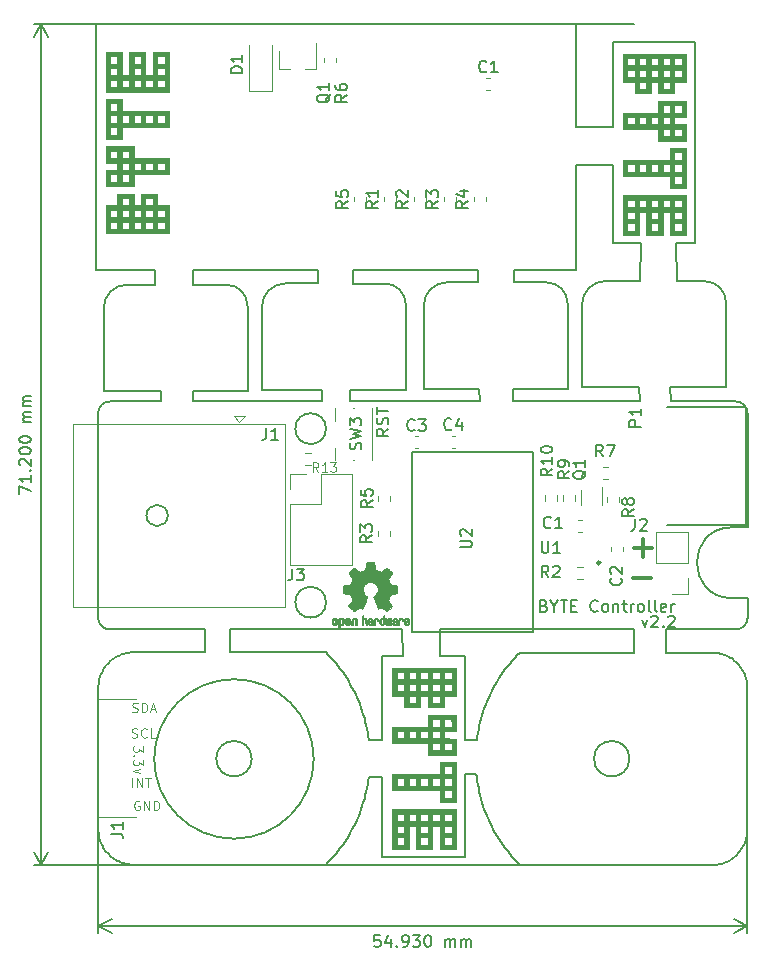
<source format=gbr>
%TF.GenerationSoftware,KiCad,Pcbnew,(5.1.10)-1*%
%TF.CreationDate,2021-10-05T13:13:14-05:00*%
%TF.ProjectId,BYTE_PANELkicad_pcb,42595445-5f50-4414-9e45-4c6b69636164,v2.2*%
%TF.SameCoordinates,Original*%
%TF.FileFunction,Legend,Top*%
%TF.FilePolarity,Positive*%
%FSLAX46Y46*%
G04 Gerber Fmt 4.6, Leading zero omitted, Abs format (unit mm)*
G04 Created by KiCad (PCBNEW (5.1.10)-1) date 2021-10-05 13:13:14*
%MOMM*%
%LPD*%
G01*
G04 APERTURE LIST*
%ADD10C,0.150000*%
%TA.AperFunction,Profile*%
%ADD11C,0.200000*%
%TD*%
%ADD12C,0.350000*%
%ADD13C,0.120000*%
%ADD14C,0.010000*%
%ADD15C,0.127000*%
%ADD16C,0.250000*%
%ADD17C,0.160000*%
G04 APERTURE END LIST*
D10*
X110040480Y-83042656D02*
X110040480Y-82375989D01*
X111040480Y-82804560D01*
X111040480Y-81471227D02*
X111040480Y-82042656D01*
X111040480Y-81756941D02*
X110040480Y-81756941D01*
X110183338Y-81852180D01*
X110278576Y-81947418D01*
X110326195Y-82042656D01*
X110945242Y-81042656D02*
X110992861Y-80995037D01*
X111040480Y-81042656D01*
X110992861Y-81090275D01*
X110945242Y-81042656D01*
X111040480Y-81042656D01*
X110135719Y-80614084D02*
X110088100Y-80566465D01*
X110040480Y-80471227D01*
X110040480Y-80233132D01*
X110088100Y-80137894D01*
X110135719Y-80090275D01*
X110230957Y-80042656D01*
X110326195Y-80042656D01*
X110469052Y-80090275D01*
X111040480Y-80661703D01*
X111040480Y-80042656D01*
X110040480Y-79423608D02*
X110040480Y-79328370D01*
X110088100Y-79233132D01*
X110135719Y-79185513D01*
X110230957Y-79137894D01*
X110421433Y-79090275D01*
X110659528Y-79090275D01*
X110850004Y-79137894D01*
X110945242Y-79185513D01*
X110992861Y-79233132D01*
X111040480Y-79328370D01*
X111040480Y-79423608D01*
X110992861Y-79518846D01*
X110945242Y-79566465D01*
X110850004Y-79614084D01*
X110659528Y-79661703D01*
X110421433Y-79661703D01*
X110230957Y-79614084D01*
X110135719Y-79566465D01*
X110088100Y-79518846D01*
X110040480Y-79423608D01*
X110040480Y-78471227D02*
X110040480Y-78375989D01*
X110088100Y-78280751D01*
X110135719Y-78233132D01*
X110230957Y-78185513D01*
X110421433Y-78137894D01*
X110659528Y-78137894D01*
X110850004Y-78185513D01*
X110945242Y-78233132D01*
X110992861Y-78280751D01*
X111040480Y-78375989D01*
X111040480Y-78471227D01*
X110992861Y-78566465D01*
X110945242Y-78614084D01*
X110850004Y-78661703D01*
X110659528Y-78709322D01*
X110421433Y-78709322D01*
X110230957Y-78661703D01*
X110135719Y-78614084D01*
X110088100Y-78566465D01*
X110040480Y-78471227D01*
X111040480Y-76947418D02*
X110373814Y-76947418D01*
X110469052Y-76947418D02*
X110421433Y-76899799D01*
X110373814Y-76804560D01*
X110373814Y-76661703D01*
X110421433Y-76566465D01*
X110516671Y-76518846D01*
X111040480Y-76518846D01*
X110516671Y-76518846D02*
X110421433Y-76471227D01*
X110373814Y-76375989D01*
X110373814Y-76233132D01*
X110421433Y-76137894D01*
X110516671Y-76090275D01*
X111040480Y-76090275D01*
X111040480Y-75614084D02*
X110373814Y-75614084D01*
X110469052Y-75614084D02*
X110421433Y-75566465D01*
X110373814Y-75471227D01*
X110373814Y-75328370D01*
X110421433Y-75233132D01*
X110516671Y-75185513D01*
X111040480Y-75185513D01*
X110516671Y-75185513D02*
X110421433Y-75137894D01*
X110373814Y-75042656D01*
X110373814Y-74899799D01*
X110421433Y-74804560D01*
X110516671Y-74756941D01*
X111040480Y-74756941D01*
X111888100Y-114452180D02*
X111888100Y-43252180D01*
X162068100Y-114452180D02*
X111301679Y-114452180D01*
X162068100Y-43252180D02*
X111301679Y-43252180D01*
X111888100Y-43252180D02*
X112474521Y-44378684D01*
X111888100Y-43252180D02*
X111301679Y-44378684D01*
X111888100Y-114452180D02*
X112474521Y-113325676D01*
X111888100Y-114452180D02*
X111301679Y-113325676D01*
X140594052Y-120394560D02*
X140117861Y-120394560D01*
X140070242Y-120870751D01*
X140117861Y-120823132D01*
X140213100Y-120775513D01*
X140451195Y-120775513D01*
X140546433Y-120823132D01*
X140594052Y-120870751D01*
X140641671Y-120965989D01*
X140641671Y-121204084D01*
X140594052Y-121299322D01*
X140546433Y-121346941D01*
X140451195Y-121394560D01*
X140213100Y-121394560D01*
X140117861Y-121346941D01*
X140070242Y-121299322D01*
X141498814Y-120727894D02*
X141498814Y-121394560D01*
X141260719Y-120346941D02*
X141022623Y-121061227D01*
X141641671Y-121061227D01*
X142022623Y-121299322D02*
X142070242Y-121346941D01*
X142022623Y-121394560D01*
X141975004Y-121346941D01*
X142022623Y-121299322D01*
X142022623Y-121394560D01*
X142546433Y-121394560D02*
X142736909Y-121394560D01*
X142832147Y-121346941D01*
X142879766Y-121299322D01*
X142975004Y-121156465D01*
X143022623Y-120965989D01*
X143022623Y-120585037D01*
X142975004Y-120489799D01*
X142927385Y-120442180D01*
X142832147Y-120394560D01*
X142641671Y-120394560D01*
X142546433Y-120442180D01*
X142498814Y-120489799D01*
X142451195Y-120585037D01*
X142451195Y-120823132D01*
X142498814Y-120918370D01*
X142546433Y-120965989D01*
X142641671Y-121013608D01*
X142832147Y-121013608D01*
X142927385Y-120965989D01*
X142975004Y-120918370D01*
X143022623Y-120823132D01*
X143355957Y-120394560D02*
X143975004Y-120394560D01*
X143641671Y-120775513D01*
X143784528Y-120775513D01*
X143879766Y-120823132D01*
X143927385Y-120870751D01*
X143975004Y-120965989D01*
X143975004Y-121204084D01*
X143927385Y-121299322D01*
X143879766Y-121346941D01*
X143784528Y-121394560D01*
X143498814Y-121394560D01*
X143403576Y-121346941D01*
X143355957Y-121299322D01*
X144594052Y-120394560D02*
X144689290Y-120394560D01*
X144784528Y-120442180D01*
X144832147Y-120489799D01*
X144879766Y-120585037D01*
X144927385Y-120775513D01*
X144927385Y-121013608D01*
X144879766Y-121204084D01*
X144832147Y-121299322D01*
X144784528Y-121346941D01*
X144689290Y-121394560D01*
X144594052Y-121394560D01*
X144498814Y-121346941D01*
X144451195Y-121299322D01*
X144403576Y-121204084D01*
X144355957Y-121013608D01*
X144355957Y-120775513D01*
X144403576Y-120585037D01*
X144451195Y-120489799D01*
X144498814Y-120442180D01*
X144594052Y-120394560D01*
X146117861Y-121394560D02*
X146117861Y-120727894D01*
X146117861Y-120823132D02*
X146165480Y-120775513D01*
X146260719Y-120727894D01*
X146403576Y-120727894D01*
X146498814Y-120775513D01*
X146546433Y-120870751D01*
X146546433Y-121394560D01*
X146546433Y-120870751D02*
X146594052Y-120775513D01*
X146689290Y-120727894D01*
X146832147Y-120727894D01*
X146927385Y-120775513D01*
X146975004Y-120870751D01*
X146975004Y-121394560D01*
X147451195Y-121394560D02*
X147451195Y-120727894D01*
X147451195Y-120823132D02*
X147498814Y-120775513D01*
X147594052Y-120727894D01*
X147736909Y-120727894D01*
X147832147Y-120775513D01*
X147879766Y-120870751D01*
X147879766Y-121394560D01*
X147879766Y-120870751D02*
X147927385Y-120775513D01*
X148022623Y-120727894D01*
X148165480Y-120727894D01*
X148260719Y-120775513D01*
X148308338Y-120870751D01*
X148308338Y-121394560D01*
X116748100Y-119642180D02*
X171678100Y-119642180D01*
X116748100Y-109302180D02*
X116748100Y-120228601D01*
X171678100Y-109302180D02*
X171678100Y-120228601D01*
X171678100Y-119642180D02*
X170551596Y-120228601D01*
X171678100Y-119642180D02*
X170551596Y-119055759D01*
X116748100Y-119642180D02*
X117874604Y-120228601D01*
X116748100Y-119642180D02*
X117874604Y-119055759D01*
D11*
X145638100Y-94510004D02*
X145638100Y-96762180D01*
X142558100Y-96762180D02*
X142458100Y-94510004D01*
X145638100Y-96762180D02*
X147788100Y-96762180D01*
X162068100Y-94510004D02*
X145638100Y-94510004D01*
X147788100Y-96762180D02*
X147788100Y-103892180D01*
X140778100Y-103872180D02*
X140798100Y-96762180D01*
X157156100Y-55162180D02*
X160298100Y-55182180D01*
X160298100Y-51992180D02*
X157158100Y-51992180D01*
X160298100Y-61762180D02*
X160298100Y-55182180D01*
X157156100Y-43242180D02*
X157158100Y-51992180D01*
X162658100Y-61762180D02*
X162578100Y-65012180D01*
X165708100Y-65012180D02*
X165648100Y-61762180D01*
X167298100Y-61762180D02*
X165648100Y-61762180D01*
X168087294Y-65021970D02*
X165708100Y-65012180D01*
X148898100Y-64072180D02*
X148888100Y-65112180D01*
X151918100Y-64072180D02*
X151938100Y-65112180D01*
X154687294Y-65121970D02*
X151938100Y-65112180D01*
X157156100Y-64070180D02*
X151918100Y-64072180D01*
X162658100Y-61762180D02*
X160298100Y-61762180D01*
X160298100Y-51992180D02*
X160298100Y-44762180D01*
X160298100Y-44762180D02*
X167298100Y-44762180D01*
X167298100Y-44762180D02*
X167298100Y-61762180D01*
X147798100Y-106722180D02*
X147798100Y-113762180D01*
X140798100Y-96762180D02*
X142558100Y-96762180D01*
X140798100Y-113762180D02*
X140798100Y-107012180D01*
X147798100Y-113762180D02*
X140798100Y-113762180D01*
X138338100Y-65222180D02*
X138338100Y-64072180D01*
X135318100Y-64070180D02*
X135318100Y-65212180D01*
X135318100Y-65212180D02*
X132588100Y-65212180D01*
X148898100Y-64072180D02*
X138338100Y-64072180D01*
X124748100Y-64070180D02*
X124738100Y-65322180D01*
X121508100Y-65312180D02*
X121528100Y-64070180D01*
X135318100Y-64070180D02*
X124748100Y-64070180D01*
X127587294Y-65321970D02*
X124738100Y-65322180D01*
X162558100Y-74012180D02*
X162588100Y-75210004D01*
X165188100Y-75202180D02*
X165178100Y-74002180D01*
X165178100Y-74002180D02*
X169888100Y-74012180D01*
X165190000Y-75200004D02*
X170720000Y-75210004D01*
X151848100Y-74112180D02*
X151828100Y-75210004D01*
X149018100Y-75210004D02*
X149008100Y-74112180D01*
X151828100Y-75210004D02*
X162588100Y-75210004D01*
X151848100Y-74112180D02*
X156488100Y-74112180D01*
X138088100Y-74212180D02*
X138078100Y-75210004D01*
X135658100Y-74212180D02*
X135678100Y-75210004D01*
X138078100Y-75210004D02*
X149018100Y-75210004D01*
X130588100Y-74212180D02*
X135658100Y-74212180D01*
X122048100Y-75210004D02*
X122038100Y-74312180D01*
X124798100Y-75210004D02*
X124778100Y-74312180D01*
X124798100Y-75210004D02*
X135678100Y-75210004D01*
X124778100Y-74312180D02*
X129388100Y-74312180D01*
X169888100Y-74012180D02*
X169878310Y-66814500D01*
X157688100Y-74012180D02*
X157688100Y-67012180D01*
X157688100Y-74012180D02*
X162558100Y-74012180D01*
X157688100Y-67012180D02*
G75*
G02*
X159688100Y-65012180I2000000J0D01*
G01*
X168087294Y-65021969D02*
G75*
G02*
X169878309Y-66814499I806J-1790211D01*
G01*
X162578100Y-65012180D02*
X159688100Y-65012180D01*
X144288100Y-74112180D02*
X149008100Y-74112180D01*
X154687294Y-65121969D02*
G75*
G02*
X156478309Y-66914499I806J-1790211D01*
G01*
X156488100Y-74112180D02*
X156478310Y-66914500D01*
X148888100Y-65112180D02*
X146288100Y-65112180D01*
X144288100Y-67112180D02*
G75*
G02*
X146288100Y-65112180I2000000J0D01*
G01*
X144288100Y-74112180D02*
X144288100Y-67112180D01*
X138088100Y-74212180D02*
X142788100Y-74212180D01*
X140987294Y-65221969D02*
G75*
G02*
X142778309Y-67014499I806J-1790211D01*
G01*
X142788100Y-74212180D02*
X142778310Y-67014500D01*
X140985780Y-65221970D02*
X138338100Y-65222180D01*
X130588100Y-67212180D02*
G75*
G02*
X132588100Y-65212180I2000000J0D01*
G01*
X130588100Y-74212180D02*
X130588100Y-67212180D01*
X162068100Y-94510004D02*
X162068100Y-96462228D01*
X164768100Y-94510004D02*
X164768100Y-96462228D01*
X142458100Y-94510004D02*
X127868100Y-94510004D01*
X162068100Y-96462228D02*
X152439691Y-96462228D01*
X125768100Y-94510004D02*
X125768100Y-96442180D01*
X127868100Y-96442180D02*
X127868100Y-94510004D01*
X170720000Y-94510004D02*
X164768100Y-94510004D01*
X135996509Y-96442180D02*
X127868100Y-96442180D01*
X121508100Y-65312180D02*
X119188100Y-65312180D01*
X117188100Y-74312180D02*
X122038100Y-74312180D01*
X129388100Y-74312180D02*
X129378310Y-67114500D01*
X117188100Y-67312180D02*
G75*
G02*
X119188100Y-65312180I2000000J0D01*
G01*
X127587294Y-65321969D02*
G75*
G02*
X129378309Y-67114499I806J-1790211D01*
G01*
X117188100Y-74312180D02*
X117188100Y-67312180D01*
X149664215Y-100587209D02*
X149547799Y-100875525D01*
X149788569Y-100301830D02*
X149664215Y-100587209D01*
X151018880Y-98140002D02*
X150841610Y-98397203D01*
X148785800Y-103890832D02*
X147788100Y-103892180D01*
X147798100Y-106722180D02*
X148751404Y-106721733D01*
X149338778Y-101460413D02*
X149243528Y-101756746D01*
X150669631Y-98658399D02*
X150505589Y-98923432D01*
X148830779Y-103580469D02*
X148785800Y-103890832D01*
X151791463Y-97153663D02*
X151587734Y-97393613D01*
X148785800Y-107033576D02*
X148830779Y-107343939D01*
X149547799Y-100875525D02*
X149439320Y-101166646D01*
X150505589Y-98923432D02*
X150349485Y-99192195D01*
X149076841Y-102356449D02*
X149002758Y-102659582D01*
X149243528Y-101756746D02*
X149156216Y-102055460D01*
X151391942Y-97638088D02*
X151201443Y-97886928D01*
X168690379Y-96462228D02*
X164768100Y-96462228D01*
X168986712Y-96476886D02*
X168838545Y-96465906D01*
X151587734Y-97393613D02*
X151391942Y-97638088D01*
X152439691Y-96462228D02*
X152217441Y-96687838D01*
X149664215Y-110337199D02*
X149788569Y-110622578D01*
X149918215Y-110904914D02*
X150053152Y-111184049D01*
X149076841Y-108567959D02*
X149156216Y-108868948D01*
X149243528Y-109167662D02*
X149338778Y-109463995D01*
X149156216Y-108868948D02*
X149243528Y-109167662D01*
X149002758Y-108264826D02*
X149076841Y-108567959D01*
X150198673Y-111459851D02*
X150349485Y-111732213D01*
X149788569Y-110622578D02*
X149918215Y-110904914D01*
X169560857Y-114332508D02*
X169701086Y-114286523D01*
X148936612Y-102964707D02*
X148881050Y-103271716D01*
X169277753Y-114404025D02*
X169420628Y-114371719D01*
X170230252Y-114036598D02*
X170354606Y-113958149D01*
X149439320Y-109757762D02*
X149547799Y-110048883D01*
X149547799Y-110048883D02*
X149664215Y-110337199D01*
X169970961Y-114174552D02*
X170100606Y-114108776D01*
X169132233Y-114429319D02*
X169277753Y-114404025D01*
X149338778Y-109463995D02*
X149439320Y-109757762D01*
X170473668Y-113873536D02*
X170590085Y-113782810D01*
X168838545Y-114458502D02*
X168986712Y-114447522D01*
X148881050Y-107652692D02*
X148936612Y-107959701D01*
X150053152Y-111184049D02*
X150198673Y-111459851D01*
X171598146Y-112193460D02*
X171629896Y-112050188D01*
X148936612Y-107959701D02*
X149002758Y-108264826D01*
X149918215Y-100019494D02*
X149788569Y-100301830D01*
X169701086Y-96637885D02*
X169560857Y-96591900D01*
X152000483Y-96918369D02*
X151791463Y-97153663D01*
X148881050Y-103271716D02*
X148830779Y-103580469D01*
X150198673Y-99464557D02*
X150053152Y-99740359D01*
X168838545Y-96465906D02*
X168690379Y-96462228D01*
X152217441Y-96687838D02*
X152000483Y-96918369D01*
X171598146Y-98730948D02*
X171558459Y-98589713D01*
X150841610Y-98397203D02*
X150669631Y-98658399D01*
X171460563Y-98314150D02*
X171402355Y-98180351D01*
X151201443Y-97886928D02*
X151018880Y-98140002D01*
X150053152Y-99740359D02*
X149918215Y-100019494D01*
X148751404Y-106721733D02*
X148785800Y-107033576D01*
X149002758Y-102659582D02*
X148936612Y-102964707D01*
X149439320Y-101166646D02*
X149338778Y-101460413D01*
X150349485Y-99192195D02*
X150198673Y-99464557D01*
X169836023Y-96690563D02*
X169701086Y-96637885D01*
X148830779Y-107343939D02*
X148881050Y-107652692D01*
X149156216Y-102055460D02*
X149076841Y-102356449D01*
X171685459Y-99313454D02*
X171674875Y-99165711D01*
X169701086Y-114286523D02*
X169836023Y-114233845D01*
X152000483Y-114006039D02*
X152217441Y-114236570D01*
X151587734Y-113530795D02*
X151791463Y-113770745D01*
X151018880Y-112784406D02*
X151201443Y-113037480D01*
X171185397Y-113126591D02*
X171264772Y-113002476D01*
X171558459Y-112334695D02*
X171598146Y-112193460D01*
X171402355Y-112744057D02*
X171460563Y-112610258D01*
X150841610Y-112527205D02*
X151018880Y-112784406D01*
X150349485Y-111732213D02*
X150505589Y-112000976D01*
X168986712Y-114447522D02*
X169132233Y-114429319D01*
X170100606Y-114108776D02*
X170230252Y-114036598D01*
X150505589Y-112000976D02*
X150669631Y-112266009D01*
X171685459Y-111610954D02*
X171688104Y-111462206D01*
X161707278Y-105453754D02*
G75*
G03*
X161707278Y-105453754I-1500000J0D01*
G01*
X152217441Y-114236570D02*
X152439691Y-114462180D01*
X171656354Y-111905197D02*
X171674875Y-111758697D01*
X170590085Y-113782810D02*
X170703856Y-113686105D01*
X171629896Y-112050188D02*
X171656354Y-111905197D01*
X171100730Y-113247003D02*
X171185397Y-113126591D01*
X150669631Y-112266009D02*
X150841610Y-112527205D01*
X171674875Y-111758697D02*
X171685459Y-111610954D01*
X171336209Y-112874867D02*
X171402355Y-112744057D01*
X169836023Y-114233845D02*
X169970961Y-114174552D01*
X170230252Y-96887810D02*
X170100606Y-96815632D01*
X169132233Y-96495089D02*
X168986712Y-96476886D01*
X171688104Y-99462202D02*
X171685459Y-99313454D01*
X169970961Y-96749856D02*
X169836023Y-96690563D01*
X171010772Y-97560935D02*
X170912876Y-97448699D01*
X171264772Y-97921932D02*
X171185397Y-97797817D01*
X170473668Y-97050872D02*
X170354606Y-96966259D01*
X169560857Y-96591900D02*
X169420628Y-96552689D01*
X171674875Y-99165711D02*
X171656354Y-99019211D01*
X171185397Y-97797817D02*
X171100730Y-97677405D01*
X169277753Y-96520383D02*
X169132233Y-96495089D01*
X168690379Y-114462180D02*
X168838545Y-114458502D01*
X151391942Y-113286320D02*
X151587734Y-113530795D01*
X169420628Y-114371719D02*
X169560857Y-114332508D01*
X151791463Y-113770745D02*
X152000483Y-114006039D01*
X171460563Y-112610258D02*
X171513480Y-112473706D01*
X171010772Y-113363473D02*
X171100730Y-113247003D01*
X170703856Y-113686105D02*
X170809689Y-113583525D01*
X171513480Y-112473706D02*
X171558459Y-112334695D01*
X151201443Y-113037480D02*
X151391942Y-113286320D01*
X170912876Y-113475709D02*
X171010772Y-113363473D01*
X152439691Y-114462180D02*
X168690379Y-114462180D01*
X170354606Y-113958149D02*
X170473668Y-113873536D01*
X171264772Y-113002476D02*
X171336209Y-112874867D01*
X170809689Y-113583525D02*
X170912876Y-113475709D01*
X171402355Y-98180351D02*
X171336209Y-98049541D01*
X170703856Y-97238303D02*
X170590085Y-97141598D01*
X169420628Y-96552689D02*
X169277753Y-96520383D01*
X171336209Y-98049541D02*
X171264772Y-97921932D01*
X170354606Y-96966259D02*
X170230252Y-96887810D01*
X171629896Y-98874220D02*
X171598146Y-98730948D01*
X171688104Y-111462206D02*
X171688104Y-99462202D01*
X170912876Y-97448699D02*
X170809689Y-97340883D01*
X170809689Y-97340883D02*
X170703856Y-97238303D01*
X170590085Y-97141598D02*
X170473668Y-97050872D01*
X171656354Y-99019211D02*
X171629896Y-98874220D01*
X170100606Y-96815632D02*
X169970961Y-96749856D01*
X171558459Y-98589713D02*
X171513480Y-98450702D01*
X171100730Y-97677405D02*
X171010772Y-97560935D01*
X171513480Y-98450702D02*
X171460563Y-98314150D01*
X117720000Y-94510004D02*
G75*
G02*
X116720000Y-93510004I0J1000000D01*
G01*
X170720000Y-75210004D02*
G75*
G02*
X171720000Y-76210004I0J-1000000D01*
G01*
X170420000Y-91860004D02*
X171720000Y-91860004D01*
X125768100Y-94510004D02*
X117720000Y-94510004D01*
X116720000Y-76210004D02*
G75*
G02*
X117720000Y-75210004I1000000J0D01*
G01*
X122620000Y-84860004D02*
G75*
G03*
X122620000Y-84860004I-900000J0D01*
G01*
X136020001Y-77510004D02*
G75*
G03*
X136020001Y-77510004I-1300001J0D01*
G01*
X170420000Y-91860004D02*
G75*
G02*
X170420000Y-85860004I0J3000000D01*
G01*
X136020001Y-92210004D02*
G75*
G03*
X136020001Y-92210004I-1300001J0D01*
G01*
X171720000Y-91860004D02*
X171720000Y-93510004D01*
X171720000Y-93510004D02*
G75*
G02*
X170720000Y-94510004I-1000000J0D01*
G01*
X116720000Y-93510004D02*
X116720000Y-76210004D01*
X171720000Y-85860004D02*
X170420000Y-85860004D01*
X117720000Y-75210004D02*
X122048100Y-75210004D01*
X171720000Y-76210004D02*
X171720000Y-85860004D01*
D10*
X162751428Y-93675714D02*
X162989523Y-94342380D01*
X163227619Y-93675714D01*
X163560952Y-93437619D02*
X163608571Y-93390000D01*
X163703809Y-93342380D01*
X163941904Y-93342380D01*
X164037142Y-93390000D01*
X164084761Y-93437619D01*
X164132380Y-93532857D01*
X164132380Y-93628095D01*
X164084761Y-93770952D01*
X163513333Y-94342380D01*
X164132380Y-94342380D01*
X164560952Y-94247142D02*
X164608571Y-94294761D01*
X164560952Y-94342380D01*
X164513333Y-94294761D01*
X164560952Y-94247142D01*
X164560952Y-94342380D01*
X164989523Y-93437619D02*
X165037142Y-93390000D01*
X165132380Y-93342380D01*
X165370476Y-93342380D01*
X165465714Y-93390000D01*
X165513333Y-93437619D01*
X165560952Y-93532857D01*
X165560952Y-93628095D01*
X165513333Y-93770952D01*
X164941904Y-94342380D01*
X165560952Y-94342380D01*
X154494285Y-92488571D02*
X154637142Y-92536190D01*
X154684761Y-92583809D01*
X154732380Y-92679047D01*
X154732380Y-92821904D01*
X154684761Y-92917142D01*
X154637142Y-92964761D01*
X154541904Y-93012380D01*
X154160952Y-93012380D01*
X154160952Y-92012380D01*
X154494285Y-92012380D01*
X154589523Y-92060000D01*
X154637142Y-92107619D01*
X154684761Y-92202857D01*
X154684761Y-92298095D01*
X154637142Y-92393333D01*
X154589523Y-92440952D01*
X154494285Y-92488571D01*
X154160952Y-92488571D01*
X155351428Y-92536190D02*
X155351428Y-93012380D01*
X155018095Y-92012380D02*
X155351428Y-92536190D01*
X155684761Y-92012380D01*
X155875238Y-92012380D02*
X156446666Y-92012380D01*
X156160952Y-93012380D02*
X156160952Y-92012380D01*
X156780000Y-92488571D02*
X157113333Y-92488571D01*
X157256190Y-93012380D02*
X156780000Y-93012380D01*
X156780000Y-92012380D01*
X157256190Y-92012380D01*
X159018095Y-92917142D02*
X158970476Y-92964761D01*
X158827619Y-93012380D01*
X158732380Y-93012380D01*
X158589523Y-92964761D01*
X158494285Y-92869523D01*
X158446666Y-92774285D01*
X158399047Y-92583809D01*
X158399047Y-92440952D01*
X158446666Y-92250476D01*
X158494285Y-92155238D01*
X158589523Y-92060000D01*
X158732380Y-92012380D01*
X158827619Y-92012380D01*
X158970476Y-92060000D01*
X159018095Y-92107619D01*
X159589523Y-93012380D02*
X159494285Y-92964761D01*
X159446666Y-92917142D01*
X159399047Y-92821904D01*
X159399047Y-92536190D01*
X159446666Y-92440952D01*
X159494285Y-92393333D01*
X159589523Y-92345714D01*
X159732380Y-92345714D01*
X159827619Y-92393333D01*
X159875238Y-92440952D01*
X159922857Y-92536190D01*
X159922857Y-92821904D01*
X159875238Y-92917142D01*
X159827619Y-92964761D01*
X159732380Y-93012380D01*
X159589523Y-93012380D01*
X160351428Y-92345714D02*
X160351428Y-93012380D01*
X160351428Y-92440952D02*
X160399047Y-92393333D01*
X160494285Y-92345714D01*
X160637142Y-92345714D01*
X160732380Y-92393333D01*
X160780000Y-92488571D01*
X160780000Y-93012380D01*
X161113333Y-92345714D02*
X161494285Y-92345714D01*
X161256190Y-92012380D02*
X161256190Y-92869523D01*
X161303809Y-92964761D01*
X161399047Y-93012380D01*
X161494285Y-93012380D01*
X161827619Y-93012380D02*
X161827619Y-92345714D01*
X161827619Y-92536190D02*
X161875238Y-92440952D01*
X161922857Y-92393333D01*
X162018095Y-92345714D01*
X162113333Y-92345714D01*
X162589523Y-93012380D02*
X162494285Y-92964761D01*
X162446666Y-92917142D01*
X162399047Y-92821904D01*
X162399047Y-92536190D01*
X162446666Y-92440952D01*
X162494285Y-92393333D01*
X162589523Y-92345714D01*
X162732380Y-92345714D01*
X162827619Y-92393333D01*
X162875238Y-92440952D01*
X162922857Y-92536190D01*
X162922857Y-92821904D01*
X162875238Y-92917142D01*
X162827619Y-92964761D01*
X162732380Y-93012380D01*
X162589523Y-93012380D01*
X163494285Y-93012380D02*
X163399047Y-92964761D01*
X163351428Y-92869523D01*
X163351428Y-92012380D01*
X164018095Y-93012380D02*
X163922857Y-92964761D01*
X163875238Y-92869523D01*
X163875238Y-92012380D01*
X164780000Y-92964761D02*
X164684761Y-93012380D01*
X164494285Y-93012380D01*
X164399047Y-92964761D01*
X164351428Y-92869523D01*
X164351428Y-92488571D01*
X164399047Y-92393333D01*
X164494285Y-92345714D01*
X164684761Y-92345714D01*
X164780000Y-92393333D01*
X164827619Y-92488571D01*
X164827619Y-92583809D01*
X164351428Y-92679047D01*
X165256190Y-93012380D02*
X165256190Y-92345714D01*
X165256190Y-92536190D02*
X165303809Y-92440952D01*
X165351428Y-92393333D01*
X165446666Y-92345714D01*
X165541904Y-92345714D01*
D12*
X161988095Y-90152857D02*
X163511904Y-90152857D01*
X162058095Y-87602857D02*
X163581904Y-87602857D01*
X162820000Y-88364761D02*
X162820000Y-86840952D01*
D13*
X119606671Y-101475989D02*
X119720957Y-101514084D01*
X119911433Y-101514084D01*
X119987623Y-101475989D01*
X120025719Y-101437894D01*
X120063814Y-101361703D01*
X120063814Y-101285513D01*
X120025719Y-101209322D01*
X119987623Y-101171227D01*
X119911433Y-101133132D01*
X119759052Y-101095037D01*
X119682861Y-101056941D01*
X119644766Y-101018846D01*
X119606671Y-100942656D01*
X119606671Y-100866465D01*
X119644766Y-100790275D01*
X119682861Y-100752180D01*
X119759052Y-100714084D01*
X119949528Y-100714084D01*
X120063814Y-100752180D01*
X120406671Y-101514084D02*
X120406671Y-100714084D01*
X120597147Y-100714084D01*
X120711433Y-100752180D01*
X120787623Y-100828370D01*
X120825719Y-100904560D01*
X120863814Y-101056941D01*
X120863814Y-101171227D01*
X120825719Y-101323608D01*
X120787623Y-101399799D01*
X120711433Y-101475989D01*
X120597147Y-101514084D01*
X120406671Y-101514084D01*
X121168576Y-101285513D02*
X121549528Y-101285513D01*
X121092385Y-101514084D02*
X121359052Y-100714084D01*
X121625719Y-101514084D01*
D11*
X116748096Y-99442154D02*
X116748096Y-111442158D01*
X116806304Y-112030140D02*
X116838054Y-112173412D01*
X118081594Y-113938101D02*
X118205948Y-114016550D01*
X119015572Y-114351671D02*
X119158447Y-114383977D01*
X117099991Y-112854819D02*
X117171428Y-112982428D01*
X117732344Y-113666057D02*
X117846115Y-113762762D01*
X117033845Y-112724009D02*
X117099991Y-112854819D01*
X117962532Y-113853488D02*
X118081594Y-113938101D01*
X116761325Y-111738649D02*
X116779846Y-111885149D01*
X117250803Y-113106543D02*
X117335470Y-113226955D01*
X119158447Y-114383977D02*
X119303967Y-114409271D01*
X118205948Y-114016550D02*
X118335594Y-114088728D01*
X117171428Y-112982428D02*
X117250803Y-113106543D01*
X118875343Y-114312460D02*
X119015572Y-114351671D01*
X117425428Y-113343425D02*
X117523324Y-113455661D01*
X118465239Y-114154504D02*
X118600177Y-114213797D01*
X116748096Y-111442158D02*
X116750741Y-111590906D01*
X119303967Y-114409271D02*
X119449488Y-114427474D01*
X116922720Y-112453658D02*
X116975637Y-112590210D01*
X117335470Y-113226955D02*
X117425428Y-113343425D01*
X116877741Y-112314647D02*
X116922720Y-112453658D01*
X118335594Y-114088728D02*
X118465239Y-114154504D01*
X116779846Y-111885149D02*
X116806304Y-112030140D01*
X117846115Y-113762762D02*
X117962532Y-113853488D01*
X117626511Y-113563477D02*
X117732344Y-113666057D01*
X117523324Y-113455661D02*
X117626511Y-113563477D01*
X116750741Y-111590906D02*
X116761325Y-111738649D01*
X116975637Y-112590210D02*
X117033845Y-112724009D01*
X118735114Y-114266475D02*
X118875343Y-114312460D01*
X116838054Y-112173412D02*
X116877741Y-112314647D01*
X118600177Y-114213797D02*
X118735114Y-114266475D01*
X119597655Y-114438454D02*
X119745821Y-114442132D01*
X139555150Y-107632644D02*
X139605421Y-107323891D01*
X136218759Y-114216522D02*
X136435717Y-113985991D01*
X136435717Y-113985991D02*
X136644737Y-113750697D01*
X137234757Y-113017432D02*
X137417320Y-112764358D01*
X137594590Y-112507157D02*
X137766569Y-112245961D01*
X138086715Y-111712165D02*
X138237527Y-111439803D01*
X138237527Y-111439803D02*
X138383048Y-111164001D01*
X138517985Y-110884866D02*
X138647631Y-110602530D01*
X139279984Y-108848900D02*
X139359359Y-108547911D01*
X138996880Y-109737714D02*
X139097422Y-109443947D01*
X139433442Y-108244778D02*
X139499588Y-107939653D01*
X139605421Y-103560421D02*
X139555150Y-103251668D01*
X140778100Y-103872180D02*
X139650400Y-103870784D01*
X138383048Y-111164001D02*
X138517985Y-110884866D01*
X139097422Y-109443947D02*
X139192672Y-109147614D01*
X139650400Y-107013528D02*
X140798100Y-107012180D01*
X139359359Y-108547911D02*
X139433442Y-108244778D01*
X135996509Y-114442132D02*
X136218759Y-114216522D01*
X136644737Y-113750697D02*
X136848466Y-113510747D01*
X136848466Y-113510747D02*
X137044258Y-113266272D01*
X137417320Y-112764358D02*
X137594590Y-112507157D01*
X138647631Y-110602530D02*
X138771985Y-110317151D01*
X138771985Y-110317151D02*
X138888401Y-110028835D01*
X119449488Y-114427474D02*
X119597655Y-114438454D01*
X119745821Y-114442132D02*
X135996509Y-114442132D01*
X137044258Y-113266272D02*
X137234757Y-113017432D01*
X137930611Y-111980928D02*
X138086715Y-111712165D01*
X139192672Y-109147614D02*
X139279984Y-108848900D01*
X139650400Y-103870784D02*
X139605421Y-103560421D01*
X138888401Y-110028835D02*
X138996880Y-109737714D01*
X139605421Y-107323891D02*
X139650400Y-107013528D01*
X137766569Y-112245961D02*
X137930611Y-111980928D01*
X139499588Y-107939653D02*
X139555150Y-107632644D01*
X139279984Y-102035412D02*
X139192672Y-101736698D01*
X138647631Y-100281782D02*
X138517985Y-99999446D01*
X138237527Y-99444509D02*
X138086715Y-99172147D01*
X139555150Y-103251668D02*
X139499588Y-102944659D01*
X139499588Y-102944659D02*
X139433442Y-102639534D01*
X139433442Y-102639534D02*
X139359359Y-102336401D01*
X138996880Y-101146598D02*
X138888401Y-100855477D01*
X138771985Y-100567161D02*
X138647631Y-100281782D01*
X139192672Y-101736698D02*
X139097422Y-101440365D01*
X139359359Y-102336401D02*
X139279984Y-102035412D01*
X139097422Y-101440365D02*
X138996880Y-101146598D01*
X138888401Y-100855477D02*
X138771985Y-100567161D01*
X138383048Y-99720311D02*
X138237527Y-99444509D01*
X138517985Y-99999446D02*
X138383048Y-99720311D01*
X116838054Y-98710900D02*
X116806304Y-98854172D01*
X119597655Y-96445858D02*
X119449488Y-96456838D01*
X117962532Y-97030824D02*
X117846115Y-97121550D01*
X119303967Y-96475041D02*
X119158447Y-96500335D01*
X118465239Y-96729808D02*
X118335594Y-96795584D01*
X118205948Y-96867762D02*
X118081594Y-96946211D01*
X119158447Y-96500335D02*
X119015572Y-96532641D01*
X118875343Y-96571852D02*
X118735114Y-96617837D01*
X116806304Y-98854172D02*
X116779846Y-98999163D01*
X138086715Y-99172147D02*
X137930611Y-98903384D01*
X136218759Y-96667790D02*
X135996509Y-96442180D01*
X137930611Y-98903384D02*
X137766569Y-98638351D01*
X137766569Y-98638351D02*
X137594590Y-98377155D01*
X118600177Y-96670515D02*
X118465239Y-96729808D01*
X137594590Y-98377155D02*
X137417320Y-98119954D01*
X137417320Y-98119954D02*
X137234757Y-97866880D01*
X116750741Y-99293406D02*
X116748096Y-99442154D01*
X136848466Y-97373565D02*
X136644737Y-97133615D01*
X117335470Y-97657357D02*
X117250803Y-97777769D01*
X117250803Y-97777769D02*
X117171428Y-97901884D01*
X117099991Y-98029493D02*
X117033845Y-98160303D01*
X116761325Y-99145663D02*
X116750741Y-99293406D01*
X136435717Y-96898321D02*
X136218759Y-96667790D01*
X118735114Y-96617837D02*
X118600177Y-96670515D01*
X118335594Y-96795584D02*
X118205948Y-96867762D01*
X117846115Y-97121550D02*
X117732344Y-97218255D01*
X116779846Y-98999163D02*
X116761325Y-99145663D01*
X129728922Y-105450606D02*
G75*
G03*
X129728922Y-105450606I-1500000J0D01*
G01*
X119449488Y-96456838D02*
X119303967Y-96475041D01*
X117033845Y-98160303D02*
X116975637Y-98294102D01*
X116877741Y-98569665D02*
X116838054Y-98710900D01*
X117732344Y-97218255D02*
X117626511Y-97320835D01*
X117523324Y-97428651D02*
X117425428Y-97540887D01*
X117425428Y-97540887D02*
X117335470Y-97657357D01*
X116975637Y-98294102D02*
X116922720Y-98430654D01*
X116922720Y-98430654D02*
X116877741Y-98569665D01*
X137234757Y-97866880D02*
X137044258Y-97618040D01*
X117171428Y-97901884D02*
X117099991Y-98029493D01*
X137044258Y-97618040D02*
X136848466Y-97373565D01*
X136644737Y-97133615D02*
X136435717Y-96898321D01*
X117626511Y-97320835D02*
X117523324Y-97428651D01*
X118081594Y-96946211D02*
X117962532Y-97030824D01*
X125768100Y-96442180D02*
X119745821Y-96442180D01*
X119015572Y-96532641D02*
X118875343Y-96571852D01*
X119745821Y-96442180D02*
X119597655Y-96445858D01*
D13*
X120496195Y-104379322D02*
X120496195Y-104874560D01*
X120191433Y-104607894D01*
X120191433Y-104722180D01*
X120153338Y-104798370D01*
X120115242Y-104836465D01*
X120039052Y-104874560D01*
X119848576Y-104874560D01*
X119772385Y-104836465D01*
X119734290Y-104798370D01*
X119696195Y-104722180D01*
X119696195Y-104493608D01*
X119734290Y-104417418D01*
X119772385Y-104379322D01*
X119772385Y-105217418D02*
X119734290Y-105255513D01*
X119696195Y-105217418D01*
X119734290Y-105179322D01*
X119772385Y-105217418D01*
X119696195Y-105217418D01*
X120496195Y-105522180D02*
X120496195Y-106017418D01*
X120191433Y-105750751D01*
X120191433Y-105865037D01*
X120153338Y-105941227D01*
X120115242Y-105979322D01*
X120039052Y-106017418D01*
X119848576Y-106017418D01*
X119772385Y-105979322D01*
X119734290Y-105941227D01*
X119696195Y-105865037D01*
X119696195Y-105636465D01*
X119734290Y-105560275D01*
X119772385Y-105522180D01*
X120229528Y-106284084D02*
X119696195Y-106474560D01*
X120229528Y-106665037D01*
X119604290Y-107884084D02*
X119604290Y-107084084D01*
X119985242Y-107884084D02*
X119985242Y-107084084D01*
X120442385Y-107884084D01*
X120442385Y-107084084D01*
X120709052Y-107084084D02*
X121166195Y-107084084D01*
X120937623Y-107884084D02*
X120937623Y-107084084D01*
X119575719Y-103635989D02*
X119690004Y-103674084D01*
X119880480Y-103674084D01*
X119956671Y-103635989D01*
X119994766Y-103597894D01*
X120032861Y-103521703D01*
X120032861Y-103445513D01*
X119994766Y-103369322D01*
X119956671Y-103331227D01*
X119880480Y-103293132D01*
X119728100Y-103255037D01*
X119651909Y-103216941D01*
X119613814Y-103178846D01*
X119575719Y-103102656D01*
X119575719Y-103026465D01*
X119613814Y-102950275D01*
X119651909Y-102912180D01*
X119728100Y-102874084D01*
X119918576Y-102874084D01*
X120032861Y-102912180D01*
X120832861Y-103597894D02*
X120794766Y-103635989D01*
X120680480Y-103674084D01*
X120604290Y-103674084D01*
X120490004Y-103635989D01*
X120413814Y-103559799D01*
X120375719Y-103483608D01*
X120337623Y-103331227D01*
X120337623Y-103216941D01*
X120375719Y-103064560D01*
X120413814Y-102988370D01*
X120490004Y-102912180D01*
X120604290Y-102874084D01*
X120680480Y-102874084D01*
X120794766Y-102912180D01*
X120832861Y-102950275D01*
X121556671Y-103674084D02*
X121175719Y-103674084D01*
X121175719Y-102874084D01*
X120228576Y-109052180D02*
X120152385Y-109014084D01*
X120038100Y-109014084D01*
X119923814Y-109052180D01*
X119847623Y-109128370D01*
X119809528Y-109204560D01*
X119771433Y-109356941D01*
X119771433Y-109471227D01*
X119809528Y-109623608D01*
X119847623Y-109699799D01*
X119923814Y-109775989D01*
X120038100Y-109814084D01*
X120114290Y-109814084D01*
X120228576Y-109775989D01*
X120266671Y-109737894D01*
X120266671Y-109471227D01*
X120114290Y-109471227D01*
X120609528Y-109814084D02*
X120609528Y-109014084D01*
X121066671Y-109814084D01*
X121066671Y-109014084D01*
X121447623Y-109814084D02*
X121447623Y-109014084D01*
X121638100Y-109014084D01*
X121752385Y-109052180D01*
X121828576Y-109128370D01*
X121866671Y-109204560D01*
X121904766Y-109356941D01*
X121904766Y-109471227D01*
X121866671Y-109623608D01*
X121828576Y-109699799D01*
X121752385Y-109775989D01*
X121638100Y-109814084D01*
X121447623Y-109814084D01*
D11*
X116516100Y-43242180D02*
X157156100Y-43242180D01*
X116516100Y-64070180D02*
X116516100Y-43242180D01*
X121528100Y-64070180D02*
X116516100Y-64070180D01*
X157156100Y-55162180D02*
X157156100Y-64070180D01*
D14*
%TO.C,Ref\u002A\u002A*%
G36*
X161137933Y-57748680D02*
G01*
X161137933Y-61114180D01*
X162153933Y-61114180D01*
X162153933Y-60754346D01*
X161518933Y-60754346D01*
X161518933Y-60119346D01*
X162153933Y-60119346D01*
X162153933Y-59738346D01*
X161518933Y-59738346D01*
X161518933Y-59124513D01*
X162153933Y-59124513D01*
X162153933Y-58743513D01*
X161518933Y-58743513D01*
X161518933Y-58108513D01*
X162153933Y-58108513D01*
X162153933Y-58743513D01*
X162153933Y-59124513D01*
X162153933Y-59738346D01*
X162153933Y-60119346D01*
X162153933Y-60754346D01*
X162153933Y-61114180D01*
X162513766Y-61114180D01*
X162513766Y-59124513D01*
X163148766Y-59124513D01*
X163148766Y-58743513D01*
X162513766Y-58743513D01*
X162513766Y-58108513D01*
X163148766Y-58108513D01*
X163148766Y-58743513D01*
X163148766Y-59124513D01*
X163148766Y-61114180D01*
X164143600Y-61114180D01*
X164143600Y-60754346D01*
X163508600Y-60754346D01*
X163508600Y-60119346D01*
X164143600Y-60119346D01*
X164143600Y-59738346D01*
X163508600Y-59738346D01*
X163508600Y-59124513D01*
X164143600Y-59124513D01*
X164143600Y-58743513D01*
X163508600Y-58743513D01*
X163508600Y-58108513D01*
X164143600Y-58108513D01*
X164143600Y-58743513D01*
X164143600Y-59124513D01*
X164143600Y-59738346D01*
X164143600Y-60119346D01*
X164143600Y-60754346D01*
X164143600Y-61114180D01*
X164524600Y-61114180D01*
X164524600Y-59124513D01*
X165138433Y-59124513D01*
X165138433Y-58743513D01*
X164524600Y-58743513D01*
X164524600Y-58108513D01*
X165138433Y-58108513D01*
X165138433Y-58743513D01*
X165138433Y-59124513D01*
X165138433Y-61114180D01*
X166154433Y-61114180D01*
X166154433Y-60754346D01*
X165519433Y-60754346D01*
X165519433Y-60119346D01*
X166154433Y-60119346D01*
X166154433Y-59738346D01*
X165519433Y-59738346D01*
X165519433Y-59124513D01*
X166154433Y-59124513D01*
X166154433Y-58743513D01*
X165519433Y-58743513D01*
X165519433Y-58108513D01*
X166154433Y-58108513D01*
X166154433Y-58743513D01*
X166154433Y-59124513D01*
X166154433Y-59738346D01*
X166154433Y-60119346D01*
X166154433Y-60754346D01*
X166154433Y-61114180D01*
X166514266Y-61114180D01*
X166514266Y-57748680D01*
X161137933Y-57748680D01*
G37*
X161137933Y-57748680D02*
X161137933Y-61114180D01*
X162153933Y-61114180D01*
X162153933Y-60754346D01*
X161518933Y-60754346D01*
X161518933Y-60119346D01*
X162153933Y-60119346D01*
X162153933Y-59738346D01*
X161518933Y-59738346D01*
X161518933Y-59124513D01*
X162153933Y-59124513D01*
X162153933Y-58743513D01*
X161518933Y-58743513D01*
X161518933Y-58108513D01*
X162153933Y-58108513D01*
X162153933Y-58743513D01*
X162153933Y-59124513D01*
X162153933Y-59738346D01*
X162153933Y-60119346D01*
X162153933Y-60754346D01*
X162153933Y-61114180D01*
X162513766Y-61114180D01*
X162513766Y-59124513D01*
X163148766Y-59124513D01*
X163148766Y-58743513D01*
X162513766Y-58743513D01*
X162513766Y-58108513D01*
X163148766Y-58108513D01*
X163148766Y-58743513D01*
X163148766Y-59124513D01*
X163148766Y-61114180D01*
X164143600Y-61114180D01*
X164143600Y-60754346D01*
X163508600Y-60754346D01*
X163508600Y-60119346D01*
X164143600Y-60119346D01*
X164143600Y-59738346D01*
X163508600Y-59738346D01*
X163508600Y-59124513D01*
X164143600Y-59124513D01*
X164143600Y-58743513D01*
X163508600Y-58743513D01*
X163508600Y-58108513D01*
X164143600Y-58108513D01*
X164143600Y-58743513D01*
X164143600Y-59124513D01*
X164143600Y-59738346D01*
X164143600Y-60119346D01*
X164143600Y-60754346D01*
X164143600Y-61114180D01*
X164524600Y-61114180D01*
X164524600Y-59124513D01*
X165138433Y-59124513D01*
X165138433Y-58743513D01*
X164524600Y-58743513D01*
X164524600Y-58108513D01*
X165138433Y-58108513D01*
X165138433Y-58743513D01*
X165138433Y-59124513D01*
X165138433Y-61114180D01*
X166154433Y-61114180D01*
X166154433Y-60754346D01*
X165519433Y-60754346D01*
X165519433Y-60119346D01*
X166154433Y-60119346D01*
X166154433Y-59738346D01*
X165519433Y-59738346D01*
X165519433Y-59124513D01*
X166154433Y-59124513D01*
X166154433Y-58743513D01*
X165519433Y-58743513D01*
X165519433Y-58108513D01*
X166154433Y-58108513D01*
X166154433Y-58743513D01*
X166154433Y-59124513D01*
X166154433Y-59738346D01*
X166154433Y-60119346D01*
X166154433Y-60754346D01*
X166154433Y-61114180D01*
X166514266Y-61114180D01*
X166514266Y-57748680D01*
X161137933Y-57748680D01*
G36*
X165138433Y-53748180D02*
G01*
X165138433Y-54743013D01*
X161137933Y-54743013D01*
X161137933Y-56118846D01*
X162153933Y-56118846D01*
X162153933Y-55737846D01*
X161518933Y-55737846D01*
X161518933Y-55124013D01*
X162153933Y-55124013D01*
X162153933Y-55737846D01*
X162153933Y-56118846D01*
X163148766Y-56118846D01*
X163148766Y-55737846D01*
X162513766Y-55737846D01*
X162513766Y-55124013D01*
X163148766Y-55124013D01*
X163148766Y-55737846D01*
X163148766Y-56118846D01*
X164143600Y-56118846D01*
X164143600Y-55737846D01*
X163508600Y-55737846D01*
X163508600Y-55124013D01*
X164143600Y-55124013D01*
X164143600Y-55737846D01*
X164143600Y-56118846D01*
X165138433Y-56118846D01*
X165138433Y-55737846D01*
X164524600Y-55737846D01*
X164524600Y-55124013D01*
X165138433Y-55124013D01*
X165138433Y-55737846D01*
X165138433Y-56118846D01*
X165138433Y-57113680D01*
X166154433Y-57113680D01*
X166154433Y-56753846D01*
X165519433Y-56753846D01*
X165519433Y-56118846D01*
X166154433Y-56118846D01*
X166154433Y-55737846D01*
X165519433Y-55737846D01*
X165519433Y-55124013D01*
X166154433Y-55124013D01*
X166154433Y-54743013D01*
X165519433Y-54743013D01*
X165519433Y-54108013D01*
X166154433Y-54108013D01*
X166154433Y-54743013D01*
X166154433Y-55124013D01*
X166154433Y-55737846D01*
X166154433Y-56118846D01*
X166154433Y-56753846D01*
X166154433Y-57113680D01*
X166514266Y-57113680D01*
X166514266Y-53748180D01*
X165138433Y-53748180D01*
G37*
X165138433Y-53748180D02*
X165138433Y-54743013D01*
X161137933Y-54743013D01*
X161137933Y-56118846D01*
X162153933Y-56118846D01*
X162153933Y-55737846D01*
X161518933Y-55737846D01*
X161518933Y-55124013D01*
X162153933Y-55124013D01*
X162153933Y-55737846D01*
X162153933Y-56118846D01*
X163148766Y-56118846D01*
X163148766Y-55737846D01*
X162513766Y-55737846D01*
X162513766Y-55124013D01*
X163148766Y-55124013D01*
X163148766Y-55737846D01*
X163148766Y-56118846D01*
X164143600Y-56118846D01*
X164143600Y-55737846D01*
X163508600Y-55737846D01*
X163508600Y-55124013D01*
X164143600Y-55124013D01*
X164143600Y-55737846D01*
X164143600Y-56118846D01*
X165138433Y-56118846D01*
X165138433Y-55737846D01*
X164524600Y-55737846D01*
X164524600Y-55124013D01*
X165138433Y-55124013D01*
X165138433Y-55737846D01*
X165138433Y-56118846D01*
X165138433Y-57113680D01*
X166154433Y-57113680D01*
X166154433Y-56753846D01*
X165519433Y-56753846D01*
X165519433Y-56118846D01*
X166154433Y-56118846D01*
X166154433Y-55737846D01*
X165519433Y-55737846D01*
X165519433Y-55124013D01*
X166154433Y-55124013D01*
X166154433Y-54743013D01*
X165519433Y-54743013D01*
X165519433Y-54108013D01*
X166154433Y-54108013D01*
X166154433Y-54743013D01*
X166154433Y-55124013D01*
X166154433Y-55737846D01*
X166154433Y-56118846D01*
X166154433Y-56753846D01*
X166154433Y-57113680D01*
X166514266Y-57113680D01*
X166514266Y-53748180D01*
X165138433Y-53748180D01*
G36*
X166503683Y-51747930D02*
G01*
X165519433Y-51736566D01*
X165519433Y-51123513D01*
X165519433Y-50742513D01*
X165519433Y-50106381D01*
X165831641Y-50112239D01*
X166143850Y-50118096D01*
X166149707Y-50430305D01*
X166155565Y-50742513D01*
X165519433Y-50742513D01*
X165519433Y-51123513D01*
X166514266Y-51123513D01*
X166514266Y-49747680D01*
X164143600Y-49747680D01*
X164143600Y-50742513D01*
X161137933Y-50742513D01*
X161137933Y-52118346D01*
X162153933Y-52118346D01*
X162153933Y-51737346D01*
X161518933Y-51737346D01*
X161518933Y-51123513D01*
X162153933Y-51123513D01*
X162153933Y-51737346D01*
X162153933Y-52118346D01*
X163148766Y-52118346D01*
X163148766Y-51737346D01*
X162513766Y-51737346D01*
X162513766Y-51123513D01*
X163148766Y-51123513D01*
X163148766Y-51737346D01*
X163148766Y-52118346D01*
X164143600Y-52118346D01*
X164143600Y-51737346D01*
X163508600Y-51737346D01*
X163508600Y-51123513D01*
X164143600Y-51123513D01*
X164143600Y-51737346D01*
X164143600Y-52118346D01*
X164143600Y-53113180D01*
X165138433Y-53113180D01*
X165138433Y-52753346D01*
X164524600Y-52753346D01*
X164524600Y-52118346D01*
X165138433Y-52118346D01*
X165138433Y-51737346D01*
X164524600Y-51737346D01*
X164524600Y-51123513D01*
X165138433Y-51123513D01*
X165138433Y-50742513D01*
X164524600Y-50742513D01*
X164524600Y-50107513D01*
X165138433Y-50107513D01*
X165138433Y-50742513D01*
X165138433Y-51123513D01*
X165138433Y-51737346D01*
X165138433Y-52118346D01*
X165138433Y-52753346D01*
X165138433Y-53113180D01*
X166154433Y-53113180D01*
X166154433Y-52753346D01*
X165519433Y-52753346D01*
X165519433Y-52118346D01*
X166154433Y-52118346D01*
X166154433Y-52753346D01*
X166154433Y-53113180D01*
X166514853Y-53113180D01*
X166503683Y-51747930D01*
G37*
X166503683Y-51747930D02*
X165519433Y-51736566D01*
X165519433Y-51123513D01*
X165519433Y-50742513D01*
X165519433Y-50106381D01*
X165831641Y-50112239D01*
X166143850Y-50118096D01*
X166149707Y-50430305D01*
X166155565Y-50742513D01*
X165519433Y-50742513D01*
X165519433Y-51123513D01*
X166514266Y-51123513D01*
X166514266Y-49747680D01*
X164143600Y-49747680D01*
X164143600Y-50742513D01*
X161137933Y-50742513D01*
X161137933Y-52118346D01*
X162153933Y-52118346D01*
X162153933Y-51737346D01*
X161518933Y-51737346D01*
X161518933Y-51123513D01*
X162153933Y-51123513D01*
X162153933Y-51737346D01*
X162153933Y-52118346D01*
X163148766Y-52118346D01*
X163148766Y-51737346D01*
X162513766Y-51737346D01*
X162513766Y-51123513D01*
X163148766Y-51123513D01*
X163148766Y-51737346D01*
X163148766Y-52118346D01*
X164143600Y-52118346D01*
X164143600Y-51737346D01*
X163508600Y-51737346D01*
X163508600Y-51123513D01*
X164143600Y-51123513D01*
X164143600Y-51737346D01*
X164143600Y-52118346D01*
X164143600Y-53113180D01*
X165138433Y-53113180D01*
X165138433Y-52753346D01*
X164524600Y-52753346D01*
X164524600Y-52118346D01*
X165138433Y-52118346D01*
X165138433Y-51737346D01*
X164524600Y-51737346D01*
X164524600Y-51123513D01*
X165138433Y-51123513D01*
X165138433Y-50742513D01*
X164524600Y-50742513D01*
X164524600Y-50107513D01*
X165138433Y-50107513D01*
X165138433Y-50742513D01*
X165138433Y-51123513D01*
X165138433Y-51737346D01*
X165138433Y-52118346D01*
X165138433Y-52753346D01*
X165138433Y-53113180D01*
X166154433Y-53113180D01*
X166154433Y-52753346D01*
X165519433Y-52753346D01*
X165519433Y-52118346D01*
X166154433Y-52118346D01*
X166154433Y-52753346D01*
X166154433Y-53113180D01*
X166514853Y-53113180D01*
X166503683Y-51747930D01*
G36*
X161137933Y-45747180D02*
G01*
X161137933Y-48117846D01*
X162153933Y-48117846D01*
X162153933Y-47758013D01*
X161518933Y-47758013D01*
X161518933Y-47123013D01*
X162153933Y-47123013D01*
X162153933Y-46742013D01*
X161518933Y-46742013D01*
X161518933Y-46128180D01*
X162153933Y-46128180D01*
X162153933Y-46742013D01*
X162153933Y-47123013D01*
X162153933Y-47758013D01*
X162153933Y-48117846D01*
X162153933Y-49112680D01*
X163148766Y-49112680D01*
X163148766Y-48752846D01*
X162513766Y-48752846D01*
X162513766Y-48117846D01*
X163148766Y-48117846D01*
X163148766Y-47758013D01*
X162513766Y-47758013D01*
X162513766Y-47123013D01*
X163148766Y-47123013D01*
X163148766Y-46742013D01*
X162513766Y-46742013D01*
X162513766Y-46128180D01*
X163148766Y-46128180D01*
X163148766Y-46742013D01*
X163148766Y-47123013D01*
X163148766Y-47758013D01*
X163148766Y-48117846D01*
X163148766Y-48752846D01*
X163148766Y-49112680D01*
X163508600Y-49112680D01*
X163508600Y-48117846D01*
X164143600Y-48117846D01*
X164143600Y-47758013D01*
X163508600Y-47758013D01*
X163508600Y-47123013D01*
X164143600Y-47123013D01*
X164143600Y-46742013D01*
X163508600Y-46742013D01*
X163508600Y-46128180D01*
X164143600Y-46128180D01*
X164143600Y-46742013D01*
X164143600Y-47123013D01*
X164143600Y-47758013D01*
X164143600Y-48117846D01*
X164143600Y-49112680D01*
X165138433Y-49112680D01*
X165138433Y-48752846D01*
X164524600Y-48752846D01*
X164524600Y-48117846D01*
X165138433Y-48117846D01*
X165138433Y-47758013D01*
X164524600Y-47758013D01*
X164524600Y-47123013D01*
X165138433Y-47123013D01*
X165138433Y-46742013D01*
X164524600Y-46742013D01*
X164524600Y-46128180D01*
X165138433Y-46128180D01*
X165138433Y-46742013D01*
X165138433Y-47123013D01*
X165138433Y-47758013D01*
X165138433Y-48117846D01*
X165138433Y-48752846D01*
X165138433Y-49112680D01*
X165519433Y-49112680D01*
X165519433Y-48117846D01*
X166154433Y-48117846D01*
X166154433Y-47758013D01*
X165519433Y-47758013D01*
X165519433Y-47123013D01*
X166154433Y-47123013D01*
X166154433Y-46742013D01*
X165519433Y-46742013D01*
X165519433Y-46128180D01*
X166154433Y-46128180D01*
X166154433Y-46742013D01*
X166154433Y-47123013D01*
X166154433Y-47758013D01*
X166154433Y-48117846D01*
X166514266Y-48117846D01*
X166514266Y-45747180D01*
X161137933Y-45747180D01*
G37*
X161137933Y-45747180D02*
X161137933Y-48117846D01*
X162153933Y-48117846D01*
X162153933Y-47758013D01*
X161518933Y-47758013D01*
X161518933Y-47123013D01*
X162153933Y-47123013D01*
X162153933Y-46742013D01*
X161518933Y-46742013D01*
X161518933Y-46128180D01*
X162153933Y-46128180D01*
X162153933Y-46742013D01*
X162153933Y-47123013D01*
X162153933Y-47758013D01*
X162153933Y-48117846D01*
X162153933Y-49112680D01*
X163148766Y-49112680D01*
X163148766Y-48752846D01*
X162513766Y-48752846D01*
X162513766Y-48117846D01*
X163148766Y-48117846D01*
X163148766Y-47758013D01*
X162513766Y-47758013D01*
X162513766Y-47123013D01*
X163148766Y-47123013D01*
X163148766Y-46742013D01*
X162513766Y-46742013D01*
X162513766Y-46128180D01*
X163148766Y-46128180D01*
X163148766Y-46742013D01*
X163148766Y-47123013D01*
X163148766Y-47758013D01*
X163148766Y-48117846D01*
X163148766Y-48752846D01*
X163148766Y-49112680D01*
X163508600Y-49112680D01*
X163508600Y-48117846D01*
X164143600Y-48117846D01*
X164143600Y-47758013D01*
X163508600Y-47758013D01*
X163508600Y-47123013D01*
X164143600Y-47123013D01*
X164143600Y-46742013D01*
X163508600Y-46742013D01*
X163508600Y-46128180D01*
X164143600Y-46128180D01*
X164143600Y-46742013D01*
X164143600Y-47123013D01*
X164143600Y-47758013D01*
X164143600Y-48117846D01*
X164143600Y-49112680D01*
X165138433Y-49112680D01*
X165138433Y-48752846D01*
X164524600Y-48752846D01*
X164524600Y-48117846D01*
X165138433Y-48117846D01*
X165138433Y-47758013D01*
X164524600Y-47758013D01*
X164524600Y-47123013D01*
X165138433Y-47123013D01*
X165138433Y-46742013D01*
X164524600Y-46742013D01*
X164524600Y-46128180D01*
X165138433Y-46128180D01*
X165138433Y-46742013D01*
X165138433Y-47123013D01*
X165138433Y-47758013D01*
X165138433Y-48117846D01*
X165138433Y-48752846D01*
X165138433Y-49112680D01*
X165519433Y-49112680D01*
X165519433Y-48117846D01*
X166154433Y-48117846D01*
X166154433Y-47758013D01*
X165519433Y-47758013D01*
X165519433Y-47123013D01*
X166154433Y-47123013D01*
X166154433Y-46742013D01*
X165519433Y-46742013D01*
X165519433Y-46128180D01*
X166154433Y-46128180D01*
X166154433Y-46742013D01*
X166154433Y-47123013D01*
X166154433Y-47758013D01*
X166154433Y-48117846D01*
X166514266Y-48117846D01*
X166514266Y-45747180D01*
X161137933Y-45747180D01*
G36*
X122748267Y-48975680D02*
G01*
X122748267Y-45610180D01*
X121732267Y-45610180D01*
X121732267Y-45970014D01*
X122367267Y-45970014D01*
X122367267Y-46605014D01*
X121732267Y-46605014D01*
X121732267Y-46986014D01*
X122367267Y-46986014D01*
X122367267Y-47599847D01*
X121732267Y-47599847D01*
X121732267Y-47980847D01*
X122367267Y-47980847D01*
X122367267Y-48615847D01*
X121732267Y-48615847D01*
X121732267Y-47980847D01*
X121732267Y-47599847D01*
X121732267Y-46986014D01*
X121732267Y-46605014D01*
X121732267Y-45970014D01*
X121732267Y-45610180D01*
X121372434Y-45610180D01*
X121372434Y-47599847D01*
X120737434Y-47599847D01*
X120737434Y-47980847D01*
X121372434Y-47980847D01*
X121372434Y-48615847D01*
X120737434Y-48615847D01*
X120737434Y-47980847D01*
X120737434Y-47599847D01*
X120737434Y-45610180D01*
X119742600Y-45610180D01*
X119742600Y-45970014D01*
X120377600Y-45970014D01*
X120377600Y-46605014D01*
X119742600Y-46605014D01*
X119742600Y-46986014D01*
X120377600Y-46986014D01*
X120377600Y-47599847D01*
X119742600Y-47599847D01*
X119742600Y-47980847D01*
X120377600Y-47980847D01*
X120377600Y-48615847D01*
X119742600Y-48615847D01*
X119742600Y-47980847D01*
X119742600Y-47599847D01*
X119742600Y-46986014D01*
X119742600Y-46605014D01*
X119742600Y-45970014D01*
X119742600Y-45610180D01*
X119361600Y-45610180D01*
X119361600Y-47599847D01*
X118747767Y-47599847D01*
X118747767Y-47980847D01*
X119361600Y-47980847D01*
X119361600Y-48615847D01*
X118747767Y-48615847D01*
X118747767Y-47980847D01*
X118747767Y-47599847D01*
X118747767Y-45610180D01*
X117731767Y-45610180D01*
X117731767Y-45970014D01*
X118366767Y-45970014D01*
X118366767Y-46605014D01*
X117731767Y-46605014D01*
X117731767Y-46986014D01*
X118366767Y-46986014D01*
X118366767Y-47599847D01*
X117731767Y-47599847D01*
X117731767Y-47980847D01*
X118366767Y-47980847D01*
X118366767Y-48615847D01*
X117731767Y-48615847D01*
X117731767Y-47980847D01*
X117731767Y-47599847D01*
X117731767Y-46986014D01*
X117731767Y-46605014D01*
X117731767Y-45970014D01*
X117731767Y-45610180D01*
X117371934Y-45610180D01*
X117371934Y-48975680D01*
X122748267Y-48975680D01*
G37*
X122748267Y-48975680D02*
X122748267Y-45610180D01*
X121732267Y-45610180D01*
X121732267Y-45970014D01*
X122367267Y-45970014D01*
X122367267Y-46605014D01*
X121732267Y-46605014D01*
X121732267Y-46986014D01*
X122367267Y-46986014D01*
X122367267Y-47599847D01*
X121732267Y-47599847D01*
X121732267Y-47980847D01*
X122367267Y-47980847D01*
X122367267Y-48615847D01*
X121732267Y-48615847D01*
X121732267Y-47980847D01*
X121732267Y-47599847D01*
X121732267Y-46986014D01*
X121732267Y-46605014D01*
X121732267Y-45970014D01*
X121732267Y-45610180D01*
X121372434Y-45610180D01*
X121372434Y-47599847D01*
X120737434Y-47599847D01*
X120737434Y-47980847D01*
X121372434Y-47980847D01*
X121372434Y-48615847D01*
X120737434Y-48615847D01*
X120737434Y-47980847D01*
X120737434Y-47599847D01*
X120737434Y-45610180D01*
X119742600Y-45610180D01*
X119742600Y-45970014D01*
X120377600Y-45970014D01*
X120377600Y-46605014D01*
X119742600Y-46605014D01*
X119742600Y-46986014D01*
X120377600Y-46986014D01*
X120377600Y-47599847D01*
X119742600Y-47599847D01*
X119742600Y-47980847D01*
X120377600Y-47980847D01*
X120377600Y-48615847D01*
X119742600Y-48615847D01*
X119742600Y-47980847D01*
X119742600Y-47599847D01*
X119742600Y-46986014D01*
X119742600Y-46605014D01*
X119742600Y-45970014D01*
X119742600Y-45610180D01*
X119361600Y-45610180D01*
X119361600Y-47599847D01*
X118747767Y-47599847D01*
X118747767Y-47980847D01*
X119361600Y-47980847D01*
X119361600Y-48615847D01*
X118747767Y-48615847D01*
X118747767Y-47980847D01*
X118747767Y-47599847D01*
X118747767Y-45610180D01*
X117731767Y-45610180D01*
X117731767Y-45970014D01*
X118366767Y-45970014D01*
X118366767Y-46605014D01*
X117731767Y-46605014D01*
X117731767Y-46986014D01*
X118366767Y-46986014D01*
X118366767Y-47599847D01*
X117731767Y-47599847D01*
X117731767Y-47980847D01*
X118366767Y-47980847D01*
X118366767Y-48615847D01*
X117731767Y-48615847D01*
X117731767Y-47980847D01*
X117731767Y-47599847D01*
X117731767Y-46986014D01*
X117731767Y-46605014D01*
X117731767Y-45970014D01*
X117731767Y-45610180D01*
X117371934Y-45610180D01*
X117371934Y-48975680D01*
X122748267Y-48975680D01*
G36*
X118747767Y-52976180D02*
G01*
X118747767Y-51981347D01*
X122748267Y-51981347D01*
X122748267Y-50605514D01*
X121732267Y-50605514D01*
X121732267Y-50986514D01*
X122367267Y-50986514D01*
X122367267Y-51600347D01*
X121732267Y-51600347D01*
X121732267Y-50986514D01*
X121732267Y-50605514D01*
X120737434Y-50605514D01*
X120737434Y-50986514D01*
X121372434Y-50986514D01*
X121372434Y-51600347D01*
X120737434Y-51600347D01*
X120737434Y-50986514D01*
X120737434Y-50605514D01*
X119742600Y-50605514D01*
X119742600Y-50986514D01*
X120377600Y-50986514D01*
X120377600Y-51600347D01*
X119742600Y-51600347D01*
X119742600Y-50986514D01*
X119742600Y-50605514D01*
X118747767Y-50605514D01*
X118747767Y-50986514D01*
X119361600Y-50986514D01*
X119361600Y-51600347D01*
X118747767Y-51600347D01*
X118747767Y-50986514D01*
X118747767Y-50605514D01*
X118747767Y-49610680D01*
X117731767Y-49610680D01*
X117731767Y-49970514D01*
X118366767Y-49970514D01*
X118366767Y-50605514D01*
X117731767Y-50605514D01*
X117731767Y-50986514D01*
X118366767Y-50986514D01*
X118366767Y-51600347D01*
X117731767Y-51600347D01*
X117731767Y-51981347D01*
X118366767Y-51981347D01*
X118366767Y-52616347D01*
X117731767Y-52616347D01*
X117731767Y-51981347D01*
X117731767Y-51600347D01*
X117731767Y-50986514D01*
X117731767Y-50605514D01*
X117731767Y-49970514D01*
X117731767Y-49610680D01*
X117371934Y-49610680D01*
X117371934Y-52976180D01*
X118747767Y-52976180D01*
G37*
X118747767Y-52976180D02*
X118747767Y-51981347D01*
X122748267Y-51981347D01*
X122748267Y-50605514D01*
X121732267Y-50605514D01*
X121732267Y-50986514D01*
X122367267Y-50986514D01*
X122367267Y-51600347D01*
X121732267Y-51600347D01*
X121732267Y-50986514D01*
X121732267Y-50605514D01*
X120737434Y-50605514D01*
X120737434Y-50986514D01*
X121372434Y-50986514D01*
X121372434Y-51600347D01*
X120737434Y-51600347D01*
X120737434Y-50986514D01*
X120737434Y-50605514D01*
X119742600Y-50605514D01*
X119742600Y-50986514D01*
X120377600Y-50986514D01*
X120377600Y-51600347D01*
X119742600Y-51600347D01*
X119742600Y-50986514D01*
X119742600Y-50605514D01*
X118747767Y-50605514D01*
X118747767Y-50986514D01*
X119361600Y-50986514D01*
X119361600Y-51600347D01*
X118747767Y-51600347D01*
X118747767Y-50986514D01*
X118747767Y-50605514D01*
X118747767Y-49610680D01*
X117731767Y-49610680D01*
X117731767Y-49970514D01*
X118366767Y-49970514D01*
X118366767Y-50605514D01*
X117731767Y-50605514D01*
X117731767Y-50986514D01*
X118366767Y-50986514D01*
X118366767Y-51600347D01*
X117731767Y-51600347D01*
X117731767Y-51981347D01*
X118366767Y-51981347D01*
X118366767Y-52616347D01*
X117731767Y-52616347D01*
X117731767Y-51981347D01*
X117731767Y-51600347D01*
X117731767Y-50986514D01*
X117731767Y-50605514D01*
X117731767Y-49970514D01*
X117731767Y-49610680D01*
X117371934Y-49610680D01*
X117371934Y-52976180D01*
X118747767Y-52976180D01*
G36*
X117382517Y-54976430D02*
G01*
X118366767Y-54987794D01*
X118366767Y-55600847D01*
X118366767Y-55981847D01*
X118366767Y-56617979D01*
X118054559Y-56612121D01*
X117742350Y-56606264D01*
X117736493Y-56294055D01*
X117730635Y-55981847D01*
X118366767Y-55981847D01*
X118366767Y-55600847D01*
X117371934Y-55600847D01*
X117371934Y-56976680D01*
X119742600Y-56976680D01*
X119742600Y-55981847D01*
X122748267Y-55981847D01*
X122748267Y-54606014D01*
X121732267Y-54606014D01*
X121732267Y-54987014D01*
X122367267Y-54987014D01*
X122367267Y-55600847D01*
X121732267Y-55600847D01*
X121732267Y-54987014D01*
X121732267Y-54606014D01*
X120737434Y-54606014D01*
X120737434Y-54987014D01*
X121372434Y-54987014D01*
X121372434Y-55600847D01*
X120737434Y-55600847D01*
X120737434Y-54987014D01*
X120737434Y-54606014D01*
X119742600Y-54606014D01*
X119742600Y-54987014D01*
X120377600Y-54987014D01*
X120377600Y-55600847D01*
X119742600Y-55600847D01*
X119742600Y-54987014D01*
X119742600Y-54606014D01*
X119742600Y-53611180D01*
X118747767Y-53611180D01*
X118747767Y-53971014D01*
X119361600Y-53971014D01*
X119361600Y-54606014D01*
X118747767Y-54606014D01*
X118747767Y-54987014D01*
X119361600Y-54987014D01*
X119361600Y-55600847D01*
X118747767Y-55600847D01*
X118747767Y-55981847D01*
X119361600Y-55981847D01*
X119361600Y-56616847D01*
X118747767Y-56616847D01*
X118747767Y-55981847D01*
X118747767Y-55600847D01*
X118747767Y-54987014D01*
X118747767Y-54606014D01*
X118747767Y-53971014D01*
X118747767Y-53611180D01*
X117731767Y-53611180D01*
X117731767Y-53971014D01*
X118366767Y-53971014D01*
X118366767Y-54606014D01*
X117731767Y-54606014D01*
X117731767Y-53971014D01*
X117731767Y-53611180D01*
X117371347Y-53611180D01*
X117382517Y-54976430D01*
G37*
X117382517Y-54976430D02*
X118366767Y-54987794D01*
X118366767Y-55600847D01*
X118366767Y-55981847D01*
X118366767Y-56617979D01*
X118054559Y-56612121D01*
X117742350Y-56606264D01*
X117736493Y-56294055D01*
X117730635Y-55981847D01*
X118366767Y-55981847D01*
X118366767Y-55600847D01*
X117371934Y-55600847D01*
X117371934Y-56976680D01*
X119742600Y-56976680D01*
X119742600Y-55981847D01*
X122748267Y-55981847D01*
X122748267Y-54606014D01*
X121732267Y-54606014D01*
X121732267Y-54987014D01*
X122367267Y-54987014D01*
X122367267Y-55600847D01*
X121732267Y-55600847D01*
X121732267Y-54987014D01*
X121732267Y-54606014D01*
X120737434Y-54606014D01*
X120737434Y-54987014D01*
X121372434Y-54987014D01*
X121372434Y-55600847D01*
X120737434Y-55600847D01*
X120737434Y-54987014D01*
X120737434Y-54606014D01*
X119742600Y-54606014D01*
X119742600Y-54987014D01*
X120377600Y-54987014D01*
X120377600Y-55600847D01*
X119742600Y-55600847D01*
X119742600Y-54987014D01*
X119742600Y-54606014D01*
X119742600Y-53611180D01*
X118747767Y-53611180D01*
X118747767Y-53971014D01*
X119361600Y-53971014D01*
X119361600Y-54606014D01*
X118747767Y-54606014D01*
X118747767Y-54987014D01*
X119361600Y-54987014D01*
X119361600Y-55600847D01*
X118747767Y-55600847D01*
X118747767Y-55981847D01*
X119361600Y-55981847D01*
X119361600Y-56616847D01*
X118747767Y-56616847D01*
X118747767Y-55981847D01*
X118747767Y-55600847D01*
X118747767Y-54987014D01*
X118747767Y-54606014D01*
X118747767Y-53971014D01*
X118747767Y-53611180D01*
X117731767Y-53611180D01*
X117731767Y-53971014D01*
X118366767Y-53971014D01*
X118366767Y-54606014D01*
X117731767Y-54606014D01*
X117731767Y-53971014D01*
X117731767Y-53611180D01*
X117371347Y-53611180D01*
X117382517Y-54976430D01*
G36*
X122748267Y-60977180D02*
G01*
X122748267Y-58606514D01*
X121732267Y-58606514D01*
X121732267Y-58966347D01*
X122367267Y-58966347D01*
X122367267Y-59601347D01*
X121732267Y-59601347D01*
X121732267Y-59982347D01*
X122367267Y-59982347D01*
X122367267Y-60596180D01*
X121732267Y-60596180D01*
X121732267Y-59982347D01*
X121732267Y-59601347D01*
X121732267Y-58966347D01*
X121732267Y-58606514D01*
X121732267Y-57611680D01*
X120737434Y-57611680D01*
X120737434Y-57971514D01*
X121372434Y-57971514D01*
X121372434Y-58606514D01*
X120737434Y-58606514D01*
X120737434Y-58966347D01*
X121372434Y-58966347D01*
X121372434Y-59601347D01*
X120737434Y-59601347D01*
X120737434Y-59982347D01*
X121372434Y-59982347D01*
X121372434Y-60596180D01*
X120737434Y-60596180D01*
X120737434Y-59982347D01*
X120737434Y-59601347D01*
X120737434Y-58966347D01*
X120737434Y-58606514D01*
X120737434Y-57971514D01*
X120737434Y-57611680D01*
X120377600Y-57611680D01*
X120377600Y-58606514D01*
X119742600Y-58606514D01*
X119742600Y-58966347D01*
X120377600Y-58966347D01*
X120377600Y-59601347D01*
X119742600Y-59601347D01*
X119742600Y-59982347D01*
X120377600Y-59982347D01*
X120377600Y-60596180D01*
X119742600Y-60596180D01*
X119742600Y-59982347D01*
X119742600Y-59601347D01*
X119742600Y-58966347D01*
X119742600Y-58606514D01*
X119742600Y-57611680D01*
X118747767Y-57611680D01*
X118747767Y-57971514D01*
X119361600Y-57971514D01*
X119361600Y-58606514D01*
X118747767Y-58606514D01*
X118747767Y-58966347D01*
X119361600Y-58966347D01*
X119361600Y-59601347D01*
X118747767Y-59601347D01*
X118747767Y-59982347D01*
X119361600Y-59982347D01*
X119361600Y-60596180D01*
X118747767Y-60596180D01*
X118747767Y-59982347D01*
X118747767Y-59601347D01*
X118747767Y-58966347D01*
X118747767Y-58606514D01*
X118747767Y-57971514D01*
X118747767Y-57611680D01*
X118366767Y-57611680D01*
X118366767Y-58606514D01*
X117731767Y-58606514D01*
X117731767Y-58966347D01*
X118366767Y-58966347D01*
X118366767Y-59601347D01*
X117731767Y-59601347D01*
X117731767Y-59982347D01*
X118366767Y-59982347D01*
X118366767Y-60596180D01*
X117731767Y-60596180D01*
X117731767Y-59982347D01*
X117731767Y-59601347D01*
X117731767Y-58966347D01*
X117731767Y-58606514D01*
X117371934Y-58606514D01*
X117371934Y-60977180D01*
X122748267Y-60977180D01*
G37*
X122748267Y-60977180D02*
X122748267Y-58606514D01*
X121732267Y-58606514D01*
X121732267Y-58966347D01*
X122367267Y-58966347D01*
X122367267Y-59601347D01*
X121732267Y-59601347D01*
X121732267Y-59982347D01*
X122367267Y-59982347D01*
X122367267Y-60596180D01*
X121732267Y-60596180D01*
X121732267Y-59982347D01*
X121732267Y-59601347D01*
X121732267Y-58966347D01*
X121732267Y-58606514D01*
X121732267Y-57611680D01*
X120737434Y-57611680D01*
X120737434Y-57971514D01*
X121372434Y-57971514D01*
X121372434Y-58606514D01*
X120737434Y-58606514D01*
X120737434Y-58966347D01*
X121372434Y-58966347D01*
X121372434Y-59601347D01*
X120737434Y-59601347D01*
X120737434Y-59982347D01*
X121372434Y-59982347D01*
X121372434Y-60596180D01*
X120737434Y-60596180D01*
X120737434Y-59982347D01*
X120737434Y-59601347D01*
X120737434Y-58966347D01*
X120737434Y-58606514D01*
X120737434Y-57971514D01*
X120737434Y-57611680D01*
X120377600Y-57611680D01*
X120377600Y-58606514D01*
X119742600Y-58606514D01*
X119742600Y-58966347D01*
X120377600Y-58966347D01*
X120377600Y-59601347D01*
X119742600Y-59601347D01*
X119742600Y-59982347D01*
X120377600Y-59982347D01*
X120377600Y-60596180D01*
X119742600Y-60596180D01*
X119742600Y-59982347D01*
X119742600Y-59601347D01*
X119742600Y-58966347D01*
X119742600Y-58606514D01*
X119742600Y-57611680D01*
X118747767Y-57611680D01*
X118747767Y-57971514D01*
X119361600Y-57971514D01*
X119361600Y-58606514D01*
X118747767Y-58606514D01*
X118747767Y-58966347D01*
X119361600Y-58966347D01*
X119361600Y-59601347D01*
X118747767Y-59601347D01*
X118747767Y-59982347D01*
X119361600Y-59982347D01*
X119361600Y-60596180D01*
X118747767Y-60596180D01*
X118747767Y-59982347D01*
X118747767Y-59601347D01*
X118747767Y-58966347D01*
X118747767Y-58606514D01*
X118747767Y-57971514D01*
X118747767Y-57611680D01*
X118366767Y-57611680D01*
X118366767Y-58606514D01*
X117731767Y-58606514D01*
X117731767Y-58966347D01*
X118366767Y-58966347D01*
X118366767Y-59601347D01*
X117731767Y-59601347D01*
X117731767Y-59982347D01*
X118366767Y-59982347D01*
X118366767Y-60596180D01*
X117731767Y-60596180D01*
X117731767Y-59982347D01*
X117731767Y-59601347D01*
X117731767Y-58966347D01*
X117731767Y-58606514D01*
X117371934Y-58606514D01*
X117371934Y-60977180D01*
X122748267Y-60977180D01*
G36*
X141637933Y-97747180D02*
G01*
X141637933Y-100117846D01*
X142653933Y-100117846D01*
X142653933Y-99758013D01*
X142018933Y-99758013D01*
X142018933Y-99123013D01*
X142653933Y-99123013D01*
X142653933Y-98742013D01*
X142018933Y-98742013D01*
X142018933Y-98128180D01*
X142653933Y-98128180D01*
X142653933Y-98742013D01*
X142653933Y-99123013D01*
X142653933Y-99758013D01*
X142653933Y-100117846D01*
X142653933Y-101112680D01*
X143648766Y-101112680D01*
X143648766Y-100752846D01*
X143013766Y-100752846D01*
X143013766Y-100117846D01*
X143648766Y-100117846D01*
X143648766Y-99758013D01*
X143013766Y-99758013D01*
X143013766Y-99123013D01*
X143648766Y-99123013D01*
X143648766Y-98742013D01*
X143013766Y-98742013D01*
X143013766Y-98128180D01*
X143648766Y-98128180D01*
X143648766Y-98742013D01*
X143648766Y-99123013D01*
X143648766Y-99758013D01*
X143648766Y-100117846D01*
X143648766Y-100752846D01*
X143648766Y-101112680D01*
X144008600Y-101112680D01*
X144008600Y-100117846D01*
X144643600Y-100117846D01*
X144643600Y-99758013D01*
X144008600Y-99758013D01*
X144008600Y-99123013D01*
X144643600Y-99123013D01*
X144643600Y-98742013D01*
X144008600Y-98742013D01*
X144008600Y-98128180D01*
X144643600Y-98128180D01*
X144643600Y-98742013D01*
X144643600Y-99123013D01*
X144643600Y-99758013D01*
X144643600Y-100117846D01*
X144643600Y-101112680D01*
X145638433Y-101112680D01*
X145638433Y-100752846D01*
X145024600Y-100752846D01*
X145024600Y-100117846D01*
X145638433Y-100117846D01*
X145638433Y-99758013D01*
X145024600Y-99758013D01*
X145024600Y-99123013D01*
X145638433Y-99123013D01*
X145638433Y-98742013D01*
X145024600Y-98742013D01*
X145024600Y-98128180D01*
X145638433Y-98128180D01*
X145638433Y-98742013D01*
X145638433Y-99123013D01*
X145638433Y-99758013D01*
X145638433Y-100117846D01*
X145638433Y-100752846D01*
X145638433Y-101112680D01*
X146019433Y-101112680D01*
X146019433Y-100117846D01*
X146654433Y-100117846D01*
X146654433Y-99758013D01*
X146019433Y-99758013D01*
X146019433Y-99123013D01*
X146654433Y-99123013D01*
X146654433Y-98742013D01*
X146019433Y-98742013D01*
X146019433Y-98128180D01*
X146654433Y-98128180D01*
X146654433Y-98742013D01*
X146654433Y-99123013D01*
X146654433Y-99758013D01*
X146654433Y-100117846D01*
X147014266Y-100117846D01*
X147014266Y-97747180D01*
X141637933Y-97747180D01*
G37*
X141637933Y-97747180D02*
X141637933Y-100117846D01*
X142653933Y-100117846D01*
X142653933Y-99758013D01*
X142018933Y-99758013D01*
X142018933Y-99123013D01*
X142653933Y-99123013D01*
X142653933Y-98742013D01*
X142018933Y-98742013D01*
X142018933Y-98128180D01*
X142653933Y-98128180D01*
X142653933Y-98742013D01*
X142653933Y-99123013D01*
X142653933Y-99758013D01*
X142653933Y-100117846D01*
X142653933Y-101112680D01*
X143648766Y-101112680D01*
X143648766Y-100752846D01*
X143013766Y-100752846D01*
X143013766Y-100117846D01*
X143648766Y-100117846D01*
X143648766Y-99758013D01*
X143013766Y-99758013D01*
X143013766Y-99123013D01*
X143648766Y-99123013D01*
X143648766Y-98742013D01*
X143013766Y-98742013D01*
X143013766Y-98128180D01*
X143648766Y-98128180D01*
X143648766Y-98742013D01*
X143648766Y-99123013D01*
X143648766Y-99758013D01*
X143648766Y-100117846D01*
X143648766Y-100752846D01*
X143648766Y-101112680D01*
X144008600Y-101112680D01*
X144008600Y-100117846D01*
X144643600Y-100117846D01*
X144643600Y-99758013D01*
X144008600Y-99758013D01*
X144008600Y-99123013D01*
X144643600Y-99123013D01*
X144643600Y-98742013D01*
X144008600Y-98742013D01*
X144008600Y-98128180D01*
X144643600Y-98128180D01*
X144643600Y-98742013D01*
X144643600Y-99123013D01*
X144643600Y-99758013D01*
X144643600Y-100117846D01*
X144643600Y-101112680D01*
X145638433Y-101112680D01*
X145638433Y-100752846D01*
X145024600Y-100752846D01*
X145024600Y-100117846D01*
X145638433Y-100117846D01*
X145638433Y-99758013D01*
X145024600Y-99758013D01*
X145024600Y-99123013D01*
X145638433Y-99123013D01*
X145638433Y-98742013D01*
X145024600Y-98742013D01*
X145024600Y-98128180D01*
X145638433Y-98128180D01*
X145638433Y-98742013D01*
X145638433Y-99123013D01*
X145638433Y-99758013D01*
X145638433Y-100117846D01*
X145638433Y-100752846D01*
X145638433Y-101112680D01*
X146019433Y-101112680D01*
X146019433Y-100117846D01*
X146654433Y-100117846D01*
X146654433Y-99758013D01*
X146019433Y-99758013D01*
X146019433Y-99123013D01*
X146654433Y-99123013D01*
X146654433Y-98742013D01*
X146019433Y-98742013D01*
X146019433Y-98128180D01*
X146654433Y-98128180D01*
X146654433Y-98742013D01*
X146654433Y-99123013D01*
X146654433Y-99758013D01*
X146654433Y-100117846D01*
X147014266Y-100117846D01*
X147014266Y-97747180D01*
X141637933Y-97747180D01*
G36*
X147003683Y-103747930D02*
G01*
X146019433Y-103736566D01*
X146019433Y-103123513D01*
X146019433Y-102742513D01*
X146019433Y-102106381D01*
X146331641Y-102112239D01*
X146643850Y-102118096D01*
X146649707Y-102430305D01*
X146655565Y-102742513D01*
X146019433Y-102742513D01*
X146019433Y-103123513D01*
X147014266Y-103123513D01*
X147014266Y-101747680D01*
X144643600Y-101747680D01*
X144643600Y-102742513D01*
X141637933Y-102742513D01*
X141637933Y-104118346D01*
X142653933Y-104118346D01*
X142653933Y-103737346D01*
X142018933Y-103737346D01*
X142018933Y-103123513D01*
X142653933Y-103123513D01*
X142653933Y-103737346D01*
X142653933Y-104118346D01*
X143648766Y-104118346D01*
X143648766Y-103737346D01*
X143013766Y-103737346D01*
X143013766Y-103123513D01*
X143648766Y-103123513D01*
X143648766Y-103737346D01*
X143648766Y-104118346D01*
X144643600Y-104118346D01*
X144643600Y-103737346D01*
X144008600Y-103737346D01*
X144008600Y-103123513D01*
X144643600Y-103123513D01*
X144643600Y-103737346D01*
X144643600Y-104118346D01*
X144643600Y-105113180D01*
X145638433Y-105113180D01*
X145638433Y-104753346D01*
X145024600Y-104753346D01*
X145024600Y-104118346D01*
X145638433Y-104118346D01*
X145638433Y-103737346D01*
X145024600Y-103737346D01*
X145024600Y-103123513D01*
X145638433Y-103123513D01*
X145638433Y-102742513D01*
X145024600Y-102742513D01*
X145024600Y-102107513D01*
X145638433Y-102107513D01*
X145638433Y-102742513D01*
X145638433Y-103123513D01*
X145638433Y-103737346D01*
X145638433Y-104118346D01*
X145638433Y-104753346D01*
X145638433Y-105113180D01*
X146654433Y-105113180D01*
X146654433Y-104753346D01*
X146019433Y-104753346D01*
X146019433Y-104118346D01*
X146654433Y-104118346D01*
X146654433Y-104753346D01*
X146654433Y-105113180D01*
X147014853Y-105113180D01*
X147003683Y-103747930D01*
G37*
X147003683Y-103747930D02*
X146019433Y-103736566D01*
X146019433Y-103123513D01*
X146019433Y-102742513D01*
X146019433Y-102106381D01*
X146331641Y-102112239D01*
X146643850Y-102118096D01*
X146649707Y-102430305D01*
X146655565Y-102742513D01*
X146019433Y-102742513D01*
X146019433Y-103123513D01*
X147014266Y-103123513D01*
X147014266Y-101747680D01*
X144643600Y-101747680D01*
X144643600Y-102742513D01*
X141637933Y-102742513D01*
X141637933Y-104118346D01*
X142653933Y-104118346D01*
X142653933Y-103737346D01*
X142018933Y-103737346D01*
X142018933Y-103123513D01*
X142653933Y-103123513D01*
X142653933Y-103737346D01*
X142653933Y-104118346D01*
X143648766Y-104118346D01*
X143648766Y-103737346D01*
X143013766Y-103737346D01*
X143013766Y-103123513D01*
X143648766Y-103123513D01*
X143648766Y-103737346D01*
X143648766Y-104118346D01*
X144643600Y-104118346D01*
X144643600Y-103737346D01*
X144008600Y-103737346D01*
X144008600Y-103123513D01*
X144643600Y-103123513D01*
X144643600Y-103737346D01*
X144643600Y-104118346D01*
X144643600Y-105113180D01*
X145638433Y-105113180D01*
X145638433Y-104753346D01*
X145024600Y-104753346D01*
X145024600Y-104118346D01*
X145638433Y-104118346D01*
X145638433Y-103737346D01*
X145024600Y-103737346D01*
X145024600Y-103123513D01*
X145638433Y-103123513D01*
X145638433Y-102742513D01*
X145024600Y-102742513D01*
X145024600Y-102107513D01*
X145638433Y-102107513D01*
X145638433Y-102742513D01*
X145638433Y-103123513D01*
X145638433Y-103737346D01*
X145638433Y-104118346D01*
X145638433Y-104753346D01*
X145638433Y-105113180D01*
X146654433Y-105113180D01*
X146654433Y-104753346D01*
X146019433Y-104753346D01*
X146019433Y-104118346D01*
X146654433Y-104118346D01*
X146654433Y-104753346D01*
X146654433Y-105113180D01*
X147014853Y-105113180D01*
X147003683Y-103747930D01*
G36*
X145638433Y-105748180D02*
G01*
X145638433Y-106743013D01*
X141637933Y-106743013D01*
X141637933Y-108118846D01*
X142653933Y-108118846D01*
X142653933Y-107737846D01*
X142018933Y-107737846D01*
X142018933Y-107124013D01*
X142653933Y-107124013D01*
X142653933Y-107737846D01*
X142653933Y-108118846D01*
X143648766Y-108118846D01*
X143648766Y-107737846D01*
X143013766Y-107737846D01*
X143013766Y-107124013D01*
X143648766Y-107124013D01*
X143648766Y-107737846D01*
X143648766Y-108118846D01*
X144643600Y-108118846D01*
X144643600Y-107737846D01*
X144008600Y-107737846D01*
X144008600Y-107124013D01*
X144643600Y-107124013D01*
X144643600Y-107737846D01*
X144643600Y-108118846D01*
X145638433Y-108118846D01*
X145638433Y-107737846D01*
X145024600Y-107737846D01*
X145024600Y-107124013D01*
X145638433Y-107124013D01*
X145638433Y-107737846D01*
X145638433Y-108118846D01*
X145638433Y-109113680D01*
X146654433Y-109113680D01*
X146654433Y-108753846D01*
X146019433Y-108753846D01*
X146019433Y-108118846D01*
X146654433Y-108118846D01*
X146654433Y-107737846D01*
X146019433Y-107737846D01*
X146019433Y-107124013D01*
X146654433Y-107124013D01*
X146654433Y-106743013D01*
X146019433Y-106743013D01*
X146019433Y-106108013D01*
X146654433Y-106108013D01*
X146654433Y-106743013D01*
X146654433Y-107124013D01*
X146654433Y-107737846D01*
X146654433Y-108118846D01*
X146654433Y-108753846D01*
X146654433Y-109113680D01*
X147014266Y-109113680D01*
X147014266Y-105748180D01*
X145638433Y-105748180D01*
G37*
X145638433Y-105748180D02*
X145638433Y-106743013D01*
X141637933Y-106743013D01*
X141637933Y-108118846D01*
X142653933Y-108118846D01*
X142653933Y-107737846D01*
X142018933Y-107737846D01*
X142018933Y-107124013D01*
X142653933Y-107124013D01*
X142653933Y-107737846D01*
X142653933Y-108118846D01*
X143648766Y-108118846D01*
X143648766Y-107737846D01*
X143013766Y-107737846D01*
X143013766Y-107124013D01*
X143648766Y-107124013D01*
X143648766Y-107737846D01*
X143648766Y-108118846D01*
X144643600Y-108118846D01*
X144643600Y-107737846D01*
X144008600Y-107737846D01*
X144008600Y-107124013D01*
X144643600Y-107124013D01*
X144643600Y-107737846D01*
X144643600Y-108118846D01*
X145638433Y-108118846D01*
X145638433Y-107737846D01*
X145024600Y-107737846D01*
X145024600Y-107124013D01*
X145638433Y-107124013D01*
X145638433Y-107737846D01*
X145638433Y-108118846D01*
X145638433Y-109113680D01*
X146654433Y-109113680D01*
X146654433Y-108753846D01*
X146019433Y-108753846D01*
X146019433Y-108118846D01*
X146654433Y-108118846D01*
X146654433Y-107737846D01*
X146019433Y-107737846D01*
X146019433Y-107124013D01*
X146654433Y-107124013D01*
X146654433Y-106743013D01*
X146019433Y-106743013D01*
X146019433Y-106108013D01*
X146654433Y-106108013D01*
X146654433Y-106743013D01*
X146654433Y-107124013D01*
X146654433Y-107737846D01*
X146654433Y-108118846D01*
X146654433Y-108753846D01*
X146654433Y-109113680D01*
X147014266Y-109113680D01*
X147014266Y-105748180D01*
X145638433Y-105748180D01*
G36*
X141637933Y-109748680D02*
G01*
X141637933Y-113114180D01*
X142653933Y-113114180D01*
X142653933Y-112754346D01*
X142018933Y-112754346D01*
X142018933Y-112119346D01*
X142653933Y-112119346D01*
X142653933Y-111738346D01*
X142018933Y-111738346D01*
X142018933Y-111124513D01*
X142653933Y-111124513D01*
X142653933Y-110743513D01*
X142018933Y-110743513D01*
X142018933Y-110108513D01*
X142653933Y-110108513D01*
X142653933Y-110743513D01*
X142653933Y-111124513D01*
X142653933Y-111738346D01*
X142653933Y-112119346D01*
X142653933Y-112754346D01*
X142653933Y-113114180D01*
X143013766Y-113114180D01*
X143013766Y-111124513D01*
X143648766Y-111124513D01*
X143648766Y-110743513D01*
X143013766Y-110743513D01*
X143013766Y-110108513D01*
X143648766Y-110108513D01*
X143648766Y-110743513D01*
X143648766Y-111124513D01*
X143648766Y-113114180D01*
X144643600Y-113114180D01*
X144643600Y-112754346D01*
X144008600Y-112754346D01*
X144008600Y-112119346D01*
X144643600Y-112119346D01*
X144643600Y-111738346D01*
X144008600Y-111738346D01*
X144008600Y-111124513D01*
X144643600Y-111124513D01*
X144643600Y-110743513D01*
X144008600Y-110743513D01*
X144008600Y-110108513D01*
X144643600Y-110108513D01*
X144643600Y-110743513D01*
X144643600Y-111124513D01*
X144643600Y-111738346D01*
X144643600Y-112119346D01*
X144643600Y-112754346D01*
X144643600Y-113114180D01*
X145024600Y-113114180D01*
X145024600Y-111124513D01*
X145638433Y-111124513D01*
X145638433Y-110743513D01*
X145024600Y-110743513D01*
X145024600Y-110108513D01*
X145638433Y-110108513D01*
X145638433Y-110743513D01*
X145638433Y-111124513D01*
X145638433Y-113114180D01*
X146654433Y-113114180D01*
X146654433Y-112754346D01*
X146019433Y-112754346D01*
X146019433Y-112119346D01*
X146654433Y-112119346D01*
X146654433Y-111738346D01*
X146019433Y-111738346D01*
X146019433Y-111124513D01*
X146654433Y-111124513D01*
X146654433Y-110743513D01*
X146019433Y-110743513D01*
X146019433Y-110108513D01*
X146654433Y-110108513D01*
X146654433Y-110743513D01*
X146654433Y-111124513D01*
X146654433Y-111738346D01*
X146654433Y-112119346D01*
X146654433Y-112754346D01*
X146654433Y-113114180D01*
X147014266Y-113114180D01*
X147014266Y-109748680D01*
X141637933Y-109748680D01*
G37*
X141637933Y-109748680D02*
X141637933Y-113114180D01*
X142653933Y-113114180D01*
X142653933Y-112754346D01*
X142018933Y-112754346D01*
X142018933Y-112119346D01*
X142653933Y-112119346D01*
X142653933Y-111738346D01*
X142018933Y-111738346D01*
X142018933Y-111124513D01*
X142653933Y-111124513D01*
X142653933Y-110743513D01*
X142018933Y-110743513D01*
X142018933Y-110108513D01*
X142653933Y-110108513D01*
X142653933Y-110743513D01*
X142653933Y-111124513D01*
X142653933Y-111738346D01*
X142653933Y-112119346D01*
X142653933Y-112754346D01*
X142653933Y-113114180D01*
X143013766Y-113114180D01*
X143013766Y-111124513D01*
X143648766Y-111124513D01*
X143648766Y-110743513D01*
X143013766Y-110743513D01*
X143013766Y-110108513D01*
X143648766Y-110108513D01*
X143648766Y-110743513D01*
X143648766Y-111124513D01*
X143648766Y-113114180D01*
X144643600Y-113114180D01*
X144643600Y-112754346D01*
X144008600Y-112754346D01*
X144008600Y-112119346D01*
X144643600Y-112119346D01*
X144643600Y-111738346D01*
X144008600Y-111738346D01*
X144008600Y-111124513D01*
X144643600Y-111124513D01*
X144643600Y-110743513D01*
X144008600Y-110743513D01*
X144008600Y-110108513D01*
X144643600Y-110108513D01*
X144643600Y-110743513D01*
X144643600Y-111124513D01*
X144643600Y-111738346D01*
X144643600Y-112119346D01*
X144643600Y-112754346D01*
X144643600Y-113114180D01*
X145024600Y-113114180D01*
X145024600Y-111124513D01*
X145638433Y-111124513D01*
X145638433Y-110743513D01*
X145024600Y-110743513D01*
X145024600Y-110108513D01*
X145638433Y-110108513D01*
X145638433Y-110743513D01*
X145638433Y-111124513D01*
X145638433Y-113114180D01*
X146654433Y-113114180D01*
X146654433Y-112754346D01*
X146019433Y-112754346D01*
X146019433Y-112119346D01*
X146654433Y-112119346D01*
X146654433Y-111738346D01*
X146019433Y-111738346D01*
X146019433Y-111124513D01*
X146654433Y-111124513D01*
X146654433Y-110743513D01*
X146019433Y-110743513D01*
X146019433Y-110108513D01*
X146654433Y-110108513D01*
X146654433Y-110743513D01*
X146654433Y-111124513D01*
X146654433Y-111738346D01*
X146654433Y-112119346D01*
X146654433Y-112754346D01*
X146654433Y-113114180D01*
X147014266Y-113114180D01*
X147014266Y-109748680D01*
X141637933Y-109748680D01*
%TO.C,REF\u002A\u002A*%
G36*
X139873910Y-88832348D02*
G01*
X139952454Y-88832778D01*
X140009298Y-88833942D01*
X140048105Y-88836207D01*
X140072538Y-88839940D01*
X140086262Y-88845506D01*
X140092940Y-88853273D01*
X140096236Y-88863605D01*
X140096556Y-88864943D01*
X140101562Y-88889079D01*
X140110829Y-88936701D01*
X140123392Y-89002741D01*
X140138287Y-89082128D01*
X140154551Y-89169796D01*
X140155119Y-89172875D01*
X140171410Y-89258789D01*
X140186652Y-89334696D01*
X140199861Y-89396045D01*
X140210054Y-89438282D01*
X140216248Y-89456855D01*
X140216543Y-89457184D01*
X140234788Y-89466253D01*
X140272405Y-89481367D01*
X140321271Y-89499262D01*
X140321543Y-89499358D01*
X140383093Y-89522493D01*
X140455657Y-89551965D01*
X140524057Y-89581597D01*
X140527294Y-89583062D01*
X140638702Y-89633626D01*
X140885399Y-89465160D01*
X140961077Y-89413803D01*
X141029631Y-89367889D01*
X141087088Y-89330030D01*
X141129476Y-89302837D01*
X141152825Y-89288921D01*
X141155042Y-89287889D01*
X141172010Y-89292484D01*
X141203701Y-89314655D01*
X141251352Y-89355447D01*
X141316198Y-89415905D01*
X141382397Y-89480227D01*
X141446214Y-89543612D01*
X141503329Y-89601451D01*
X141550305Y-89650175D01*
X141583703Y-89686210D01*
X141600085Y-89705984D01*
X141600694Y-89707002D01*
X141602505Y-89720572D01*
X141595683Y-89742733D01*
X141578540Y-89776478D01*
X141549393Y-89824800D01*
X141506555Y-89890692D01*
X141449448Y-89975517D01*
X141398766Y-90050177D01*
X141353461Y-90117140D01*
X141316150Y-90172516D01*
X141289452Y-90212420D01*
X141275985Y-90232962D01*
X141275137Y-90234356D01*
X141276781Y-90254038D01*
X141289245Y-90292293D01*
X141310048Y-90341889D01*
X141317462Y-90357728D01*
X141349814Y-90428290D01*
X141384328Y-90508353D01*
X141412365Y-90577629D01*
X141432568Y-90629045D01*
X141448615Y-90668119D01*
X141457888Y-90688541D01*
X141459041Y-90690114D01*
X141476096Y-90692721D01*
X141516298Y-90699863D01*
X141574302Y-90710523D01*
X141644763Y-90723685D01*
X141722335Y-90738333D01*
X141801672Y-90753449D01*
X141877431Y-90768018D01*
X141944264Y-90781022D01*
X141996828Y-90791445D01*
X142029776Y-90798270D01*
X142037857Y-90800199D01*
X142046205Y-90804962D01*
X142052506Y-90815718D01*
X142057045Y-90836098D01*
X142060104Y-90869734D01*
X142061967Y-90920255D01*
X142062918Y-90991292D01*
X142063240Y-91086476D01*
X142063257Y-91125492D01*
X142063257Y-91442799D01*
X141987057Y-91457839D01*
X141944663Y-91465995D01*
X141881400Y-91477899D01*
X141804962Y-91492116D01*
X141723043Y-91507210D01*
X141700400Y-91511355D01*
X141624806Y-91526053D01*
X141558953Y-91540505D01*
X141508366Y-91553375D01*
X141478574Y-91563322D01*
X141473612Y-91566287D01*
X141461426Y-91587283D01*
X141443953Y-91627967D01*
X141424577Y-91680322D01*
X141420734Y-91691600D01*
X141395339Y-91761523D01*
X141363817Y-91840418D01*
X141332969Y-91911266D01*
X141332817Y-91911595D01*
X141281447Y-92022733D01*
X141450399Y-92271253D01*
X141619352Y-92519772D01*
X141402429Y-92737058D01*
X141336819Y-92801726D01*
X141276979Y-92858733D01*
X141226267Y-92905033D01*
X141188046Y-92937584D01*
X141165675Y-92953343D01*
X141162466Y-92954343D01*
X141143626Y-92946469D01*
X141105180Y-92924578D01*
X141051330Y-92891267D01*
X140986276Y-92849131D01*
X140915940Y-92801943D01*
X140844555Y-92753810D01*
X140780908Y-92711928D01*
X140729041Y-92678871D01*
X140692995Y-92657218D01*
X140676867Y-92649543D01*
X140657189Y-92656037D01*
X140619875Y-92673150D01*
X140572621Y-92697326D01*
X140567612Y-92700013D01*
X140503977Y-92731927D01*
X140460341Y-92747579D01*
X140433202Y-92747745D01*
X140419057Y-92733204D01*
X140418975Y-92733000D01*
X140411905Y-92715779D01*
X140395042Y-92674899D01*
X140369695Y-92613525D01*
X140337171Y-92534819D01*
X140298778Y-92441947D01*
X140255822Y-92338072D01*
X140214222Y-92237502D01*
X140168504Y-92126516D01*
X140126526Y-92023703D01*
X140089548Y-91932215D01*
X140058827Y-91855201D01*
X140035622Y-91795815D01*
X140021190Y-91757209D01*
X140016743Y-91742800D01*
X140027896Y-91726272D01*
X140057069Y-91699930D01*
X140095971Y-91670887D01*
X140206757Y-91579039D01*
X140293351Y-91473759D01*
X140354716Y-91357266D01*
X140389815Y-91231776D01*
X140397608Y-91099507D01*
X140391943Y-91038457D01*
X140361078Y-90911795D01*
X140307920Y-90799941D01*
X140235767Y-90704001D01*
X140147917Y-90625076D01*
X140047665Y-90564270D01*
X139938310Y-90522687D01*
X139823147Y-90501428D01*
X139705475Y-90501599D01*
X139588590Y-90524301D01*
X139475789Y-90570638D01*
X139370369Y-90641713D01*
X139326368Y-90681911D01*
X139241979Y-90785129D01*
X139183222Y-90897925D01*
X139149704Y-91017010D01*
X139141035Y-91139095D01*
X139156823Y-91260893D01*
X139196678Y-91379116D01*
X139260207Y-91490475D01*
X139347021Y-91591684D01*
X139444029Y-91670887D01*
X139484437Y-91701162D01*
X139512982Y-91727219D01*
X139523257Y-91742825D01*
X139517877Y-91759843D01*
X139502575Y-91800500D01*
X139478612Y-91861642D01*
X139447244Y-91940119D01*
X139409732Y-92032780D01*
X139367333Y-92136472D01*
X139325663Y-92237526D01*
X139279690Y-92348607D01*
X139237107Y-92451541D01*
X139199221Y-92543165D01*
X139167340Y-92620316D01*
X139142771Y-92679831D01*
X139126820Y-92718544D01*
X139120910Y-92733000D01*
X139106948Y-92747685D01*
X139079940Y-92747642D01*
X139036413Y-92732099D01*
X138972890Y-92700284D01*
X138972388Y-92700013D01*
X138924560Y-92675323D01*
X138885897Y-92657338D01*
X138864095Y-92649614D01*
X138863133Y-92649543D01*
X138846721Y-92657378D01*
X138810487Y-92679165D01*
X138758474Y-92712328D01*
X138694725Y-92754291D01*
X138624060Y-92801943D01*
X138552116Y-92850191D01*
X138487274Y-92892151D01*
X138433735Y-92925227D01*
X138395697Y-92946821D01*
X138377533Y-92954343D01*
X138360808Y-92944457D01*
X138327180Y-92916826D01*
X138280010Y-92874495D01*
X138222658Y-92820505D01*
X138158484Y-92757899D01*
X138137497Y-92736983D01*
X137920499Y-92519623D01*
X138085668Y-92277220D01*
X138135864Y-92202781D01*
X138179919Y-92135972D01*
X138215362Y-92080665D01*
X138239719Y-92040729D01*
X138250522Y-92020036D01*
X138250838Y-92018563D01*
X138245143Y-91999058D01*
X138229826Y-91959822D01*
X138207537Y-91907430D01*
X138191893Y-91872355D01*
X138162641Y-91805201D01*
X138135094Y-91737358D01*
X138113737Y-91680034D01*
X138107935Y-91662572D01*
X138091452Y-91615938D01*
X138075340Y-91579905D01*
X138066490Y-91566287D01*
X138046960Y-91557952D01*
X138004334Y-91546137D01*
X137944145Y-91532181D01*
X137871922Y-91517422D01*
X137839600Y-91511355D01*
X137757522Y-91496273D01*
X137678795Y-91481669D01*
X137611109Y-91468980D01*
X137562160Y-91459642D01*
X137552943Y-91457839D01*
X137476743Y-91442799D01*
X137476743Y-91125492D01*
X137476914Y-91021154D01*
X137477616Y-90942213D01*
X137479134Y-90885038D01*
X137481749Y-90845999D01*
X137485746Y-90821465D01*
X137491409Y-90807805D01*
X137499020Y-90801389D01*
X137502143Y-90800199D01*
X137520978Y-90795980D01*
X137562588Y-90787562D01*
X137621630Y-90775961D01*
X137692757Y-90762195D01*
X137770625Y-90747280D01*
X137849887Y-90732232D01*
X137925198Y-90718069D01*
X137991213Y-90705806D01*
X138042587Y-90696461D01*
X138073975Y-90691050D01*
X138080959Y-90690114D01*
X138087285Y-90677596D01*
X138101290Y-90644246D01*
X138120355Y-90596377D01*
X138127634Y-90577629D01*
X138156996Y-90505195D01*
X138191571Y-90425170D01*
X138222537Y-90357728D01*
X138245323Y-90306159D01*
X138260482Y-90263785D01*
X138265542Y-90237834D01*
X138264736Y-90234356D01*
X138254041Y-90217936D01*
X138229620Y-90181417D01*
X138194095Y-90128687D01*
X138150087Y-90063635D01*
X138100217Y-89990151D01*
X138090356Y-89975645D01*
X138032492Y-89889704D01*
X137989956Y-89824261D01*
X137961054Y-89776304D01*
X137944090Y-89742820D01*
X137937367Y-89720795D01*
X137939190Y-89707217D01*
X137939236Y-89707131D01*
X137953586Y-89689297D01*
X137985323Y-89654817D01*
X138031010Y-89607268D01*
X138087204Y-89550222D01*
X138150468Y-89487255D01*
X138157602Y-89480227D01*
X138237330Y-89403020D01*
X138298857Y-89346330D01*
X138343421Y-89309110D01*
X138372257Y-89290315D01*
X138384958Y-89287889D01*
X138403494Y-89298471D01*
X138441961Y-89322916D01*
X138496386Y-89358612D01*
X138562798Y-89402947D01*
X138637225Y-89453311D01*
X138654601Y-89465160D01*
X138901297Y-89633626D01*
X139012706Y-89583062D01*
X139080457Y-89553595D01*
X139153183Y-89523959D01*
X139215703Y-89500330D01*
X139218457Y-89499358D01*
X139267360Y-89481457D01*
X139305057Y-89466320D01*
X139323425Y-89457210D01*
X139323456Y-89457184D01*
X139329285Y-89440717D01*
X139339192Y-89400219D01*
X139352195Y-89340242D01*
X139367309Y-89265340D01*
X139383552Y-89180064D01*
X139384881Y-89172875D01*
X139401175Y-89085014D01*
X139416133Y-89005260D01*
X139428791Y-88938681D01*
X139438186Y-88890347D01*
X139443354Y-88865325D01*
X139443444Y-88864943D01*
X139446589Y-88854299D01*
X139452704Y-88846262D01*
X139465453Y-88840467D01*
X139488500Y-88836547D01*
X139525509Y-88834135D01*
X139580144Y-88832865D01*
X139656067Y-88832371D01*
X139756944Y-88832286D01*
X139770000Y-88832286D01*
X139873910Y-88832348D01*
G37*
X139873910Y-88832348D02*
X139952454Y-88832778D01*
X140009298Y-88833942D01*
X140048105Y-88836207D01*
X140072538Y-88839940D01*
X140086262Y-88845506D01*
X140092940Y-88853273D01*
X140096236Y-88863605D01*
X140096556Y-88864943D01*
X140101562Y-88889079D01*
X140110829Y-88936701D01*
X140123392Y-89002741D01*
X140138287Y-89082128D01*
X140154551Y-89169796D01*
X140155119Y-89172875D01*
X140171410Y-89258789D01*
X140186652Y-89334696D01*
X140199861Y-89396045D01*
X140210054Y-89438282D01*
X140216248Y-89456855D01*
X140216543Y-89457184D01*
X140234788Y-89466253D01*
X140272405Y-89481367D01*
X140321271Y-89499262D01*
X140321543Y-89499358D01*
X140383093Y-89522493D01*
X140455657Y-89551965D01*
X140524057Y-89581597D01*
X140527294Y-89583062D01*
X140638702Y-89633626D01*
X140885399Y-89465160D01*
X140961077Y-89413803D01*
X141029631Y-89367889D01*
X141087088Y-89330030D01*
X141129476Y-89302837D01*
X141152825Y-89288921D01*
X141155042Y-89287889D01*
X141172010Y-89292484D01*
X141203701Y-89314655D01*
X141251352Y-89355447D01*
X141316198Y-89415905D01*
X141382397Y-89480227D01*
X141446214Y-89543612D01*
X141503329Y-89601451D01*
X141550305Y-89650175D01*
X141583703Y-89686210D01*
X141600085Y-89705984D01*
X141600694Y-89707002D01*
X141602505Y-89720572D01*
X141595683Y-89742733D01*
X141578540Y-89776478D01*
X141549393Y-89824800D01*
X141506555Y-89890692D01*
X141449448Y-89975517D01*
X141398766Y-90050177D01*
X141353461Y-90117140D01*
X141316150Y-90172516D01*
X141289452Y-90212420D01*
X141275985Y-90232962D01*
X141275137Y-90234356D01*
X141276781Y-90254038D01*
X141289245Y-90292293D01*
X141310048Y-90341889D01*
X141317462Y-90357728D01*
X141349814Y-90428290D01*
X141384328Y-90508353D01*
X141412365Y-90577629D01*
X141432568Y-90629045D01*
X141448615Y-90668119D01*
X141457888Y-90688541D01*
X141459041Y-90690114D01*
X141476096Y-90692721D01*
X141516298Y-90699863D01*
X141574302Y-90710523D01*
X141644763Y-90723685D01*
X141722335Y-90738333D01*
X141801672Y-90753449D01*
X141877431Y-90768018D01*
X141944264Y-90781022D01*
X141996828Y-90791445D01*
X142029776Y-90798270D01*
X142037857Y-90800199D01*
X142046205Y-90804962D01*
X142052506Y-90815718D01*
X142057045Y-90836098D01*
X142060104Y-90869734D01*
X142061967Y-90920255D01*
X142062918Y-90991292D01*
X142063240Y-91086476D01*
X142063257Y-91125492D01*
X142063257Y-91442799D01*
X141987057Y-91457839D01*
X141944663Y-91465995D01*
X141881400Y-91477899D01*
X141804962Y-91492116D01*
X141723043Y-91507210D01*
X141700400Y-91511355D01*
X141624806Y-91526053D01*
X141558953Y-91540505D01*
X141508366Y-91553375D01*
X141478574Y-91563322D01*
X141473612Y-91566287D01*
X141461426Y-91587283D01*
X141443953Y-91627967D01*
X141424577Y-91680322D01*
X141420734Y-91691600D01*
X141395339Y-91761523D01*
X141363817Y-91840418D01*
X141332969Y-91911266D01*
X141332817Y-91911595D01*
X141281447Y-92022733D01*
X141450399Y-92271253D01*
X141619352Y-92519772D01*
X141402429Y-92737058D01*
X141336819Y-92801726D01*
X141276979Y-92858733D01*
X141226267Y-92905033D01*
X141188046Y-92937584D01*
X141165675Y-92953343D01*
X141162466Y-92954343D01*
X141143626Y-92946469D01*
X141105180Y-92924578D01*
X141051330Y-92891267D01*
X140986276Y-92849131D01*
X140915940Y-92801943D01*
X140844555Y-92753810D01*
X140780908Y-92711928D01*
X140729041Y-92678871D01*
X140692995Y-92657218D01*
X140676867Y-92649543D01*
X140657189Y-92656037D01*
X140619875Y-92673150D01*
X140572621Y-92697326D01*
X140567612Y-92700013D01*
X140503977Y-92731927D01*
X140460341Y-92747579D01*
X140433202Y-92747745D01*
X140419057Y-92733204D01*
X140418975Y-92733000D01*
X140411905Y-92715779D01*
X140395042Y-92674899D01*
X140369695Y-92613525D01*
X140337171Y-92534819D01*
X140298778Y-92441947D01*
X140255822Y-92338072D01*
X140214222Y-92237502D01*
X140168504Y-92126516D01*
X140126526Y-92023703D01*
X140089548Y-91932215D01*
X140058827Y-91855201D01*
X140035622Y-91795815D01*
X140021190Y-91757209D01*
X140016743Y-91742800D01*
X140027896Y-91726272D01*
X140057069Y-91699930D01*
X140095971Y-91670887D01*
X140206757Y-91579039D01*
X140293351Y-91473759D01*
X140354716Y-91357266D01*
X140389815Y-91231776D01*
X140397608Y-91099507D01*
X140391943Y-91038457D01*
X140361078Y-90911795D01*
X140307920Y-90799941D01*
X140235767Y-90704001D01*
X140147917Y-90625076D01*
X140047665Y-90564270D01*
X139938310Y-90522687D01*
X139823147Y-90501428D01*
X139705475Y-90501599D01*
X139588590Y-90524301D01*
X139475789Y-90570638D01*
X139370369Y-90641713D01*
X139326368Y-90681911D01*
X139241979Y-90785129D01*
X139183222Y-90897925D01*
X139149704Y-91017010D01*
X139141035Y-91139095D01*
X139156823Y-91260893D01*
X139196678Y-91379116D01*
X139260207Y-91490475D01*
X139347021Y-91591684D01*
X139444029Y-91670887D01*
X139484437Y-91701162D01*
X139512982Y-91727219D01*
X139523257Y-91742825D01*
X139517877Y-91759843D01*
X139502575Y-91800500D01*
X139478612Y-91861642D01*
X139447244Y-91940119D01*
X139409732Y-92032780D01*
X139367333Y-92136472D01*
X139325663Y-92237526D01*
X139279690Y-92348607D01*
X139237107Y-92451541D01*
X139199221Y-92543165D01*
X139167340Y-92620316D01*
X139142771Y-92679831D01*
X139126820Y-92718544D01*
X139120910Y-92733000D01*
X139106948Y-92747685D01*
X139079940Y-92747642D01*
X139036413Y-92732099D01*
X138972890Y-92700284D01*
X138972388Y-92700013D01*
X138924560Y-92675323D01*
X138885897Y-92657338D01*
X138864095Y-92649614D01*
X138863133Y-92649543D01*
X138846721Y-92657378D01*
X138810487Y-92679165D01*
X138758474Y-92712328D01*
X138694725Y-92754291D01*
X138624060Y-92801943D01*
X138552116Y-92850191D01*
X138487274Y-92892151D01*
X138433735Y-92925227D01*
X138395697Y-92946821D01*
X138377533Y-92954343D01*
X138360808Y-92944457D01*
X138327180Y-92916826D01*
X138280010Y-92874495D01*
X138222658Y-92820505D01*
X138158484Y-92757899D01*
X138137497Y-92736983D01*
X137920499Y-92519623D01*
X138085668Y-92277220D01*
X138135864Y-92202781D01*
X138179919Y-92135972D01*
X138215362Y-92080665D01*
X138239719Y-92040729D01*
X138250522Y-92020036D01*
X138250838Y-92018563D01*
X138245143Y-91999058D01*
X138229826Y-91959822D01*
X138207537Y-91907430D01*
X138191893Y-91872355D01*
X138162641Y-91805201D01*
X138135094Y-91737358D01*
X138113737Y-91680034D01*
X138107935Y-91662572D01*
X138091452Y-91615938D01*
X138075340Y-91579905D01*
X138066490Y-91566287D01*
X138046960Y-91557952D01*
X138004334Y-91546137D01*
X137944145Y-91532181D01*
X137871922Y-91517422D01*
X137839600Y-91511355D01*
X137757522Y-91496273D01*
X137678795Y-91481669D01*
X137611109Y-91468980D01*
X137562160Y-91459642D01*
X137552943Y-91457839D01*
X137476743Y-91442799D01*
X137476743Y-91125492D01*
X137476914Y-91021154D01*
X137477616Y-90942213D01*
X137479134Y-90885038D01*
X137481749Y-90845999D01*
X137485746Y-90821465D01*
X137491409Y-90807805D01*
X137499020Y-90801389D01*
X137502143Y-90800199D01*
X137520978Y-90795980D01*
X137562588Y-90787562D01*
X137621630Y-90775961D01*
X137692757Y-90762195D01*
X137770625Y-90747280D01*
X137849887Y-90732232D01*
X137925198Y-90718069D01*
X137991213Y-90705806D01*
X138042587Y-90696461D01*
X138073975Y-90691050D01*
X138080959Y-90690114D01*
X138087285Y-90677596D01*
X138101290Y-90644246D01*
X138120355Y-90596377D01*
X138127634Y-90577629D01*
X138156996Y-90505195D01*
X138191571Y-90425170D01*
X138222537Y-90357728D01*
X138245323Y-90306159D01*
X138260482Y-90263785D01*
X138265542Y-90237834D01*
X138264736Y-90234356D01*
X138254041Y-90217936D01*
X138229620Y-90181417D01*
X138194095Y-90128687D01*
X138150087Y-90063635D01*
X138100217Y-89990151D01*
X138090356Y-89975645D01*
X138032492Y-89889704D01*
X137989956Y-89824261D01*
X137961054Y-89776304D01*
X137944090Y-89742820D01*
X137937367Y-89720795D01*
X137939190Y-89707217D01*
X137939236Y-89707131D01*
X137953586Y-89689297D01*
X137985323Y-89654817D01*
X138031010Y-89607268D01*
X138087204Y-89550222D01*
X138150468Y-89487255D01*
X138157602Y-89480227D01*
X138237330Y-89403020D01*
X138298857Y-89346330D01*
X138343421Y-89309110D01*
X138372257Y-89290315D01*
X138384958Y-89287889D01*
X138403494Y-89298471D01*
X138441961Y-89322916D01*
X138496386Y-89358612D01*
X138562798Y-89402947D01*
X138637225Y-89453311D01*
X138654601Y-89465160D01*
X138901297Y-89633626D01*
X139012706Y-89583062D01*
X139080457Y-89553595D01*
X139153183Y-89523959D01*
X139215703Y-89500330D01*
X139218457Y-89499358D01*
X139267360Y-89481457D01*
X139305057Y-89466320D01*
X139323425Y-89457210D01*
X139323456Y-89457184D01*
X139329285Y-89440717D01*
X139339192Y-89400219D01*
X139352195Y-89340242D01*
X139367309Y-89265340D01*
X139383552Y-89180064D01*
X139384881Y-89172875D01*
X139401175Y-89085014D01*
X139416133Y-89005260D01*
X139428791Y-88938681D01*
X139438186Y-88890347D01*
X139443354Y-88865325D01*
X139443444Y-88864943D01*
X139446589Y-88854299D01*
X139452704Y-88846262D01*
X139465453Y-88840467D01*
X139488500Y-88836547D01*
X139525509Y-88834135D01*
X139580144Y-88832865D01*
X139656067Y-88832371D01*
X139756944Y-88832286D01*
X139770000Y-88832286D01*
X139873910Y-88832348D01*
G36*
X142923595Y-93556966D02*
G01*
X142981021Y-93594497D01*
X143008719Y-93628096D01*
X143030662Y-93689064D01*
X143032405Y-93737308D01*
X143028457Y-93801816D01*
X142879686Y-93866934D01*
X142807349Y-93900202D01*
X142760084Y-93926964D01*
X142735507Y-93950144D01*
X142731237Y-93972667D01*
X142744889Y-93997455D01*
X142759943Y-94013886D01*
X142803746Y-94040235D01*
X142851389Y-94042081D01*
X142895145Y-94021546D01*
X142927289Y-93980752D01*
X142933038Y-93966347D01*
X142960576Y-93921356D01*
X142992258Y-93902182D01*
X143035714Y-93885779D01*
X143035714Y-93947966D01*
X143031872Y-93990283D01*
X143016823Y-94025969D01*
X142985280Y-94066943D01*
X142980592Y-94072267D01*
X142945506Y-94108720D01*
X142915347Y-94128283D01*
X142877615Y-94137283D01*
X142846335Y-94140230D01*
X142790385Y-94140965D01*
X142750555Y-94131660D01*
X142725708Y-94117846D01*
X142686656Y-94087467D01*
X142659625Y-94054613D01*
X142642517Y-94013294D01*
X142633238Y-93957521D01*
X142629693Y-93881305D01*
X142629410Y-93842622D01*
X142630372Y-93796247D01*
X142718007Y-93796247D01*
X142719023Y-93821126D01*
X142721556Y-93825200D01*
X142738274Y-93819665D01*
X142774249Y-93805017D01*
X142822331Y-93784190D01*
X142832386Y-93779714D01*
X142893152Y-93748814D01*
X142926632Y-93721657D01*
X142933990Y-93696220D01*
X142916391Y-93670481D01*
X142901856Y-93659109D01*
X142849410Y-93636364D01*
X142800322Y-93640122D01*
X142759227Y-93667884D01*
X142730758Y-93717152D01*
X142721631Y-93756257D01*
X142718007Y-93796247D01*
X142630372Y-93796247D01*
X142631285Y-93752249D01*
X142638196Y-93685384D01*
X142651884Y-93636695D01*
X142674096Y-93600849D01*
X142706574Y-93572513D01*
X142720733Y-93563355D01*
X142785053Y-93539507D01*
X142855473Y-93538006D01*
X142923595Y-93556966D01*
G37*
X142923595Y-93556966D02*
X142981021Y-93594497D01*
X143008719Y-93628096D01*
X143030662Y-93689064D01*
X143032405Y-93737308D01*
X143028457Y-93801816D01*
X142879686Y-93866934D01*
X142807349Y-93900202D01*
X142760084Y-93926964D01*
X142735507Y-93950144D01*
X142731237Y-93972667D01*
X142744889Y-93997455D01*
X142759943Y-94013886D01*
X142803746Y-94040235D01*
X142851389Y-94042081D01*
X142895145Y-94021546D01*
X142927289Y-93980752D01*
X142933038Y-93966347D01*
X142960576Y-93921356D01*
X142992258Y-93902182D01*
X143035714Y-93885779D01*
X143035714Y-93947966D01*
X143031872Y-93990283D01*
X143016823Y-94025969D01*
X142985280Y-94066943D01*
X142980592Y-94072267D01*
X142945506Y-94108720D01*
X142915347Y-94128283D01*
X142877615Y-94137283D01*
X142846335Y-94140230D01*
X142790385Y-94140965D01*
X142750555Y-94131660D01*
X142725708Y-94117846D01*
X142686656Y-94087467D01*
X142659625Y-94054613D01*
X142642517Y-94013294D01*
X142633238Y-93957521D01*
X142629693Y-93881305D01*
X142629410Y-93842622D01*
X142630372Y-93796247D01*
X142718007Y-93796247D01*
X142719023Y-93821126D01*
X142721556Y-93825200D01*
X142738274Y-93819665D01*
X142774249Y-93805017D01*
X142822331Y-93784190D01*
X142832386Y-93779714D01*
X142893152Y-93748814D01*
X142926632Y-93721657D01*
X142933990Y-93696220D01*
X142916391Y-93670481D01*
X142901856Y-93659109D01*
X142849410Y-93636364D01*
X142800322Y-93640122D01*
X142759227Y-93667884D01*
X142730758Y-93717152D01*
X142721631Y-93756257D01*
X142718007Y-93796247D01*
X142630372Y-93796247D01*
X142631285Y-93752249D01*
X142638196Y-93685384D01*
X142651884Y-93636695D01*
X142674096Y-93600849D01*
X142706574Y-93572513D01*
X142720733Y-93563355D01*
X142785053Y-93539507D01*
X142855473Y-93538006D01*
X142923595Y-93556966D01*
G36*
X142422600Y-93548752D02*
G01*
X142439948Y-93556334D01*
X142481356Y-93589128D01*
X142516765Y-93636547D01*
X142538664Y-93687151D01*
X142542229Y-93712098D01*
X142530279Y-93746927D01*
X142504067Y-93765357D01*
X142475964Y-93776516D01*
X142463095Y-93778572D01*
X142456829Y-93763649D01*
X142444456Y-93731175D01*
X142439028Y-93716502D01*
X142408590Y-93665744D01*
X142364520Y-93640427D01*
X142308010Y-93641206D01*
X142303825Y-93642203D01*
X142273655Y-93656507D01*
X142251476Y-93684393D01*
X142236327Y-93729287D01*
X142227250Y-93794615D01*
X142223286Y-93883804D01*
X142222914Y-93931261D01*
X142222730Y-94006071D01*
X142221522Y-94057069D01*
X142218309Y-94089471D01*
X142212109Y-94108495D01*
X142201940Y-94119356D01*
X142186819Y-94127272D01*
X142185946Y-94127670D01*
X142156828Y-94139981D01*
X142142403Y-94144514D01*
X142140186Y-94130809D01*
X142138289Y-94092925D01*
X142136847Y-94035715D01*
X142135998Y-93964027D01*
X142135829Y-93911565D01*
X142136692Y-93810047D01*
X142140070Y-93733032D01*
X142147142Y-93676023D01*
X142159088Y-93634526D01*
X142177090Y-93604043D01*
X142202327Y-93580080D01*
X142227247Y-93563355D01*
X142287171Y-93541097D01*
X142356911Y-93536076D01*
X142422600Y-93548752D01*
G37*
X142422600Y-93548752D02*
X142439948Y-93556334D01*
X142481356Y-93589128D01*
X142516765Y-93636547D01*
X142538664Y-93687151D01*
X142542229Y-93712098D01*
X142530279Y-93746927D01*
X142504067Y-93765357D01*
X142475964Y-93776516D01*
X142463095Y-93778572D01*
X142456829Y-93763649D01*
X142444456Y-93731175D01*
X142439028Y-93716502D01*
X142408590Y-93665744D01*
X142364520Y-93640427D01*
X142308010Y-93641206D01*
X142303825Y-93642203D01*
X142273655Y-93656507D01*
X142251476Y-93684393D01*
X142236327Y-93729287D01*
X142227250Y-93794615D01*
X142223286Y-93883804D01*
X142222914Y-93931261D01*
X142222730Y-94006071D01*
X142221522Y-94057069D01*
X142218309Y-94089471D01*
X142212109Y-94108495D01*
X142201940Y-94119356D01*
X142186819Y-94127272D01*
X142185946Y-94127670D01*
X142156828Y-94139981D01*
X142142403Y-94144514D01*
X142140186Y-94130809D01*
X142138289Y-94092925D01*
X142136847Y-94035715D01*
X142135998Y-93964027D01*
X142135829Y-93911565D01*
X142136692Y-93810047D01*
X142140070Y-93733032D01*
X142147142Y-93676023D01*
X142159088Y-93634526D01*
X142177090Y-93604043D01*
X142202327Y-93580080D01*
X142227247Y-93563355D01*
X142287171Y-93541097D01*
X142356911Y-93536076D01*
X142422600Y-93548752D01*
G36*
X141914876Y-93546335D02*
G01*
X141956667Y-93565344D01*
X141989469Y-93588378D01*
X142013503Y-93614133D01*
X142030097Y-93647358D01*
X142040577Y-93692800D01*
X142046271Y-93755207D01*
X142048507Y-93839327D01*
X142048743Y-93894721D01*
X142048743Y-94110826D01*
X142011774Y-94127670D01*
X141982656Y-94139981D01*
X141968231Y-94144514D01*
X141965472Y-94131025D01*
X141963282Y-94094653D01*
X141961942Y-94041542D01*
X141961657Y-93999372D01*
X141960434Y-93938447D01*
X141957136Y-93890115D01*
X141952321Y-93860518D01*
X141948496Y-93854229D01*
X141922783Y-93860652D01*
X141882418Y-93877125D01*
X141835679Y-93899458D01*
X141790845Y-93923457D01*
X141756193Y-93944930D01*
X141740002Y-93959685D01*
X141739938Y-93959845D01*
X141741330Y-93987152D01*
X141753818Y-94013219D01*
X141775743Y-94034392D01*
X141807743Y-94041474D01*
X141835092Y-94040649D01*
X141873826Y-94040042D01*
X141894158Y-94049116D01*
X141906369Y-94073092D01*
X141907909Y-94077613D01*
X141913203Y-94111806D01*
X141899047Y-94132568D01*
X141862148Y-94142462D01*
X141822289Y-94144292D01*
X141750562Y-94130727D01*
X141713432Y-94111355D01*
X141667576Y-94065845D01*
X141643256Y-94009983D01*
X141641073Y-93950957D01*
X141661629Y-93895953D01*
X141692549Y-93861486D01*
X141723420Y-93842189D01*
X141771942Y-93817759D01*
X141828485Y-93792985D01*
X141837910Y-93789199D01*
X141900019Y-93761791D01*
X141935822Y-93737634D01*
X141947337Y-93713619D01*
X141936580Y-93686635D01*
X141918114Y-93665543D01*
X141874469Y-93639572D01*
X141826446Y-93637624D01*
X141782406Y-93657637D01*
X141750709Y-93697551D01*
X141746549Y-93707848D01*
X141722327Y-93745724D01*
X141686965Y-93773842D01*
X141642343Y-93796917D01*
X141642343Y-93731485D01*
X141644969Y-93691506D01*
X141656230Y-93659997D01*
X141681199Y-93626378D01*
X141705169Y-93600484D01*
X141742441Y-93563817D01*
X141771401Y-93544121D01*
X141802505Y-93536220D01*
X141837713Y-93534914D01*
X141914876Y-93546335D01*
G37*
X141914876Y-93546335D02*
X141956667Y-93565344D01*
X141989469Y-93588378D01*
X142013503Y-93614133D01*
X142030097Y-93647358D01*
X142040577Y-93692800D01*
X142046271Y-93755207D01*
X142048507Y-93839327D01*
X142048743Y-93894721D01*
X142048743Y-94110826D01*
X142011774Y-94127670D01*
X141982656Y-94139981D01*
X141968231Y-94144514D01*
X141965472Y-94131025D01*
X141963282Y-94094653D01*
X141961942Y-94041542D01*
X141961657Y-93999372D01*
X141960434Y-93938447D01*
X141957136Y-93890115D01*
X141952321Y-93860518D01*
X141948496Y-93854229D01*
X141922783Y-93860652D01*
X141882418Y-93877125D01*
X141835679Y-93899458D01*
X141790845Y-93923457D01*
X141756193Y-93944930D01*
X141740002Y-93959685D01*
X141739938Y-93959845D01*
X141741330Y-93987152D01*
X141753818Y-94013219D01*
X141775743Y-94034392D01*
X141807743Y-94041474D01*
X141835092Y-94040649D01*
X141873826Y-94040042D01*
X141894158Y-94049116D01*
X141906369Y-94073092D01*
X141907909Y-94077613D01*
X141913203Y-94111806D01*
X141899047Y-94132568D01*
X141862148Y-94142462D01*
X141822289Y-94144292D01*
X141750562Y-94130727D01*
X141713432Y-94111355D01*
X141667576Y-94065845D01*
X141643256Y-94009983D01*
X141641073Y-93950957D01*
X141661629Y-93895953D01*
X141692549Y-93861486D01*
X141723420Y-93842189D01*
X141771942Y-93817759D01*
X141828485Y-93792985D01*
X141837910Y-93789199D01*
X141900019Y-93761791D01*
X141935822Y-93737634D01*
X141947337Y-93713619D01*
X141936580Y-93686635D01*
X141918114Y-93665543D01*
X141874469Y-93639572D01*
X141826446Y-93637624D01*
X141782406Y-93657637D01*
X141750709Y-93697551D01*
X141746549Y-93707848D01*
X141722327Y-93745724D01*
X141686965Y-93773842D01*
X141642343Y-93796917D01*
X141642343Y-93731485D01*
X141644969Y-93691506D01*
X141656230Y-93659997D01*
X141681199Y-93626378D01*
X141705169Y-93600484D01*
X141742441Y-93563817D01*
X141771401Y-93544121D01*
X141802505Y-93536220D01*
X141837713Y-93534914D01*
X141914876Y-93546335D01*
G36*
X141549833Y-93548663D02*
G01*
X141552048Y-93586850D01*
X141553784Y-93644886D01*
X141554899Y-93718180D01*
X141555257Y-93795055D01*
X141555257Y-94055196D01*
X141509326Y-94101127D01*
X141477675Y-94129429D01*
X141449890Y-94140893D01*
X141411915Y-94140168D01*
X141396840Y-94138321D01*
X141349726Y-94132948D01*
X141310756Y-94129869D01*
X141301257Y-94129585D01*
X141269233Y-94131445D01*
X141223432Y-94136114D01*
X141205674Y-94138321D01*
X141162057Y-94141735D01*
X141132745Y-94134320D01*
X141103680Y-94111427D01*
X141093188Y-94101127D01*
X141047257Y-94055196D01*
X141047257Y-93568602D01*
X141084226Y-93551758D01*
X141116059Y-93539282D01*
X141134683Y-93534914D01*
X141139458Y-93548718D01*
X141143921Y-93587286D01*
X141147775Y-93646356D01*
X141150722Y-93721663D01*
X141152143Y-93785286D01*
X141156114Y-94035657D01*
X141190759Y-94040556D01*
X141222268Y-94037131D01*
X141237708Y-94026041D01*
X141242023Y-94005308D01*
X141245708Y-93961145D01*
X141248469Y-93899146D01*
X141250012Y-93824909D01*
X141250235Y-93786706D01*
X141250457Y-93566783D01*
X141296166Y-93550849D01*
X141328518Y-93540015D01*
X141346115Y-93534962D01*
X141346623Y-93534914D01*
X141348388Y-93548648D01*
X141350329Y-93586730D01*
X141352282Y-93644482D01*
X141354084Y-93717227D01*
X141355343Y-93785286D01*
X141359314Y-94035657D01*
X141446400Y-94035657D01*
X141450396Y-93807240D01*
X141454392Y-93578822D01*
X141496847Y-93556868D01*
X141528192Y-93541793D01*
X141546744Y-93534951D01*
X141547279Y-93534914D01*
X141549833Y-93548663D01*
G37*
X141549833Y-93548663D02*
X141552048Y-93586850D01*
X141553784Y-93644886D01*
X141554899Y-93718180D01*
X141555257Y-93795055D01*
X141555257Y-94055196D01*
X141509326Y-94101127D01*
X141477675Y-94129429D01*
X141449890Y-94140893D01*
X141411915Y-94140168D01*
X141396840Y-94138321D01*
X141349726Y-94132948D01*
X141310756Y-94129869D01*
X141301257Y-94129585D01*
X141269233Y-94131445D01*
X141223432Y-94136114D01*
X141205674Y-94138321D01*
X141162057Y-94141735D01*
X141132745Y-94134320D01*
X141103680Y-94111427D01*
X141093188Y-94101127D01*
X141047257Y-94055196D01*
X141047257Y-93568602D01*
X141084226Y-93551758D01*
X141116059Y-93539282D01*
X141134683Y-93534914D01*
X141139458Y-93548718D01*
X141143921Y-93587286D01*
X141147775Y-93646356D01*
X141150722Y-93721663D01*
X141152143Y-93785286D01*
X141156114Y-94035657D01*
X141190759Y-94040556D01*
X141222268Y-94037131D01*
X141237708Y-94026041D01*
X141242023Y-94005308D01*
X141245708Y-93961145D01*
X141248469Y-93899146D01*
X141250012Y-93824909D01*
X141250235Y-93786706D01*
X141250457Y-93566783D01*
X141296166Y-93550849D01*
X141328518Y-93540015D01*
X141346115Y-93534962D01*
X141346623Y-93534914D01*
X141348388Y-93548648D01*
X141350329Y-93586730D01*
X141352282Y-93644482D01*
X141354084Y-93717227D01*
X141355343Y-93785286D01*
X141359314Y-94035657D01*
X141446400Y-94035657D01*
X141450396Y-93807240D01*
X141454392Y-93578822D01*
X141496847Y-93556868D01*
X141528192Y-93541793D01*
X141546744Y-93534951D01*
X141547279Y-93534914D01*
X141549833Y-93548663D01*
G36*
X140960117Y-93655358D02*
G01*
X140959933Y-93763837D01*
X140959219Y-93847287D01*
X140957675Y-93909704D01*
X140955001Y-93955085D01*
X140950894Y-93987429D01*
X140945055Y-94010733D01*
X140937182Y-94028995D01*
X140931221Y-94039418D01*
X140881855Y-94095945D01*
X140819264Y-94131377D01*
X140750013Y-94144090D01*
X140680668Y-94132463D01*
X140639375Y-94111568D01*
X140596025Y-94075422D01*
X140566481Y-94031276D01*
X140548655Y-93973462D01*
X140540463Y-93896313D01*
X140539302Y-93839714D01*
X140539458Y-93835647D01*
X140640857Y-93835647D01*
X140641476Y-93900550D01*
X140644314Y-93943514D01*
X140650840Y-93971622D01*
X140662523Y-93991953D01*
X140676483Y-94007288D01*
X140723365Y-94036890D01*
X140773701Y-94039419D01*
X140821276Y-94014705D01*
X140824979Y-94011356D01*
X140840783Y-93993935D01*
X140850693Y-93973209D01*
X140856058Y-93942362D01*
X140858228Y-93894577D01*
X140858571Y-93841748D01*
X140857827Y-93775381D01*
X140854748Y-93731106D01*
X140848061Y-93702009D01*
X140836496Y-93681173D01*
X140827013Y-93670107D01*
X140782960Y-93642198D01*
X140732224Y-93638843D01*
X140683796Y-93660159D01*
X140674450Y-93668073D01*
X140658540Y-93685647D01*
X140648610Y-93706587D01*
X140643278Y-93737782D01*
X140641163Y-93786122D01*
X140640857Y-93835647D01*
X140539458Y-93835647D01*
X140542810Y-93748568D01*
X140554726Y-93680086D01*
X140577135Y-93628600D01*
X140612124Y-93588443D01*
X140639375Y-93567861D01*
X140688907Y-93545625D01*
X140746316Y-93535304D01*
X140799682Y-93538067D01*
X140829543Y-93549212D01*
X140841261Y-93552383D01*
X140849037Y-93540557D01*
X140854465Y-93508866D01*
X140858571Y-93460593D01*
X140863067Y-93406829D01*
X140869313Y-93374482D01*
X140880676Y-93355985D01*
X140900528Y-93343770D01*
X140913000Y-93338362D01*
X140960171Y-93318601D01*
X140960117Y-93655358D01*
G37*
X140960117Y-93655358D02*
X140959933Y-93763837D01*
X140959219Y-93847287D01*
X140957675Y-93909704D01*
X140955001Y-93955085D01*
X140950894Y-93987429D01*
X140945055Y-94010733D01*
X140937182Y-94028995D01*
X140931221Y-94039418D01*
X140881855Y-94095945D01*
X140819264Y-94131377D01*
X140750013Y-94144090D01*
X140680668Y-94132463D01*
X140639375Y-94111568D01*
X140596025Y-94075422D01*
X140566481Y-94031276D01*
X140548655Y-93973462D01*
X140540463Y-93896313D01*
X140539302Y-93839714D01*
X140539458Y-93835647D01*
X140640857Y-93835647D01*
X140641476Y-93900550D01*
X140644314Y-93943514D01*
X140650840Y-93971622D01*
X140662523Y-93991953D01*
X140676483Y-94007288D01*
X140723365Y-94036890D01*
X140773701Y-94039419D01*
X140821276Y-94014705D01*
X140824979Y-94011356D01*
X140840783Y-93993935D01*
X140850693Y-93973209D01*
X140856058Y-93942362D01*
X140858228Y-93894577D01*
X140858571Y-93841748D01*
X140857827Y-93775381D01*
X140854748Y-93731106D01*
X140848061Y-93702009D01*
X140836496Y-93681173D01*
X140827013Y-93670107D01*
X140782960Y-93642198D01*
X140732224Y-93638843D01*
X140683796Y-93660159D01*
X140674450Y-93668073D01*
X140658540Y-93685647D01*
X140648610Y-93706587D01*
X140643278Y-93737782D01*
X140641163Y-93786122D01*
X140640857Y-93835647D01*
X140539458Y-93835647D01*
X140542810Y-93748568D01*
X140554726Y-93680086D01*
X140577135Y-93628600D01*
X140612124Y-93588443D01*
X140639375Y-93567861D01*
X140688907Y-93545625D01*
X140746316Y-93535304D01*
X140799682Y-93538067D01*
X140829543Y-93549212D01*
X140841261Y-93552383D01*
X140849037Y-93540557D01*
X140854465Y-93508866D01*
X140858571Y-93460593D01*
X140863067Y-93406829D01*
X140869313Y-93374482D01*
X140880676Y-93355985D01*
X140900528Y-93343770D01*
X140913000Y-93338362D01*
X140960171Y-93318601D01*
X140960117Y-93655358D01*
G36*
X140299926Y-93539755D02*
G01*
X140365858Y-93564084D01*
X140419273Y-93607117D01*
X140440164Y-93637409D01*
X140462939Y-93692994D01*
X140462466Y-93733186D01*
X140438562Y-93760217D01*
X140429717Y-93764813D01*
X140391530Y-93779144D01*
X140372028Y-93775472D01*
X140365422Y-93751407D01*
X140365086Y-93738114D01*
X140352992Y-93689210D01*
X140321471Y-93654999D01*
X140277659Y-93638476D01*
X140228695Y-93642634D01*
X140188894Y-93664227D01*
X140175450Y-93676544D01*
X140165921Y-93691487D01*
X140159485Y-93714075D01*
X140155317Y-93749328D01*
X140152597Y-93802266D01*
X140150502Y-93877907D01*
X140149960Y-93901857D01*
X140147981Y-93983790D01*
X140145731Y-94041455D01*
X140142357Y-94079608D01*
X140137006Y-94103004D01*
X140128824Y-94116398D01*
X140116959Y-94124545D01*
X140109362Y-94128144D01*
X140077102Y-94140452D01*
X140058111Y-94144514D01*
X140051836Y-94130948D01*
X140048006Y-94089934D01*
X140046600Y-94020999D01*
X140047598Y-93923669D01*
X140047908Y-93908657D01*
X140050101Y-93819859D01*
X140052693Y-93755019D01*
X140056382Y-93709067D01*
X140061864Y-93676935D01*
X140069835Y-93653553D01*
X140080993Y-93633852D01*
X140086830Y-93625410D01*
X140120296Y-93588057D01*
X140157727Y-93559003D01*
X140162309Y-93556467D01*
X140229426Y-93536443D01*
X140299926Y-93539755D01*
G37*
X140299926Y-93539755D02*
X140365858Y-93564084D01*
X140419273Y-93607117D01*
X140440164Y-93637409D01*
X140462939Y-93692994D01*
X140462466Y-93733186D01*
X140438562Y-93760217D01*
X140429717Y-93764813D01*
X140391530Y-93779144D01*
X140372028Y-93775472D01*
X140365422Y-93751407D01*
X140365086Y-93738114D01*
X140352992Y-93689210D01*
X140321471Y-93654999D01*
X140277659Y-93638476D01*
X140228695Y-93642634D01*
X140188894Y-93664227D01*
X140175450Y-93676544D01*
X140165921Y-93691487D01*
X140159485Y-93714075D01*
X140155317Y-93749328D01*
X140152597Y-93802266D01*
X140150502Y-93877907D01*
X140149960Y-93901857D01*
X140147981Y-93983790D01*
X140145731Y-94041455D01*
X140142357Y-94079608D01*
X140137006Y-94103004D01*
X140128824Y-94116398D01*
X140116959Y-94124545D01*
X140109362Y-94128144D01*
X140077102Y-94140452D01*
X140058111Y-94144514D01*
X140051836Y-94130948D01*
X140048006Y-94089934D01*
X140046600Y-94020999D01*
X140047598Y-93923669D01*
X140047908Y-93908657D01*
X140050101Y-93819859D01*
X140052693Y-93755019D01*
X140056382Y-93709067D01*
X140061864Y-93676935D01*
X140069835Y-93653553D01*
X140080993Y-93633852D01*
X140086830Y-93625410D01*
X140120296Y-93588057D01*
X140157727Y-93559003D01*
X140162309Y-93556467D01*
X140229426Y-93536443D01*
X140299926Y-93539755D01*
G36*
X139809744Y-93540968D02*
G01*
X139866616Y-93562087D01*
X139867267Y-93562493D01*
X139902440Y-93588380D01*
X139928407Y-93618633D01*
X139946670Y-93658058D01*
X139958732Y-93711462D01*
X139966096Y-93783651D01*
X139970264Y-93879432D01*
X139970629Y-93893078D01*
X139975876Y-94098842D01*
X139931716Y-94121678D01*
X139899763Y-94137110D01*
X139880470Y-94144423D01*
X139879578Y-94144514D01*
X139876239Y-94131022D01*
X139873587Y-94094626D01*
X139871956Y-94041452D01*
X139871600Y-93998393D01*
X139871592Y-93928641D01*
X139868403Y-93884837D01*
X139857288Y-93863944D01*
X139833501Y-93862925D01*
X139792296Y-93878741D01*
X139730086Y-93907815D01*
X139684341Y-93931963D01*
X139660813Y-93952913D01*
X139653896Y-93975747D01*
X139653886Y-93976877D01*
X139665299Y-94016212D01*
X139699092Y-94037462D01*
X139750809Y-94040539D01*
X139788061Y-94040006D01*
X139807703Y-94050735D01*
X139819952Y-94076505D01*
X139827002Y-94109337D01*
X139816842Y-94127966D01*
X139813017Y-94130632D01*
X139777001Y-94141340D01*
X139726566Y-94142856D01*
X139674626Y-94135759D01*
X139637822Y-94122788D01*
X139586938Y-94079585D01*
X139558014Y-94019446D01*
X139552286Y-93972462D01*
X139556657Y-93930082D01*
X139572475Y-93895488D01*
X139603797Y-93864763D01*
X139654678Y-93833990D01*
X139729176Y-93799252D01*
X139733714Y-93797288D01*
X139800821Y-93766287D01*
X139842232Y-93740862D01*
X139859981Y-93718014D01*
X139856107Y-93694745D01*
X139832643Y-93668056D01*
X139825627Y-93661914D01*
X139778630Y-93638100D01*
X139729933Y-93639103D01*
X139687522Y-93662451D01*
X139659384Y-93705675D01*
X139656769Y-93714160D01*
X139631308Y-93755308D01*
X139599001Y-93775128D01*
X139552286Y-93794770D01*
X139552286Y-93743950D01*
X139566496Y-93670082D01*
X139608675Y-93602327D01*
X139630624Y-93579661D01*
X139680517Y-93550569D01*
X139743967Y-93537400D01*
X139809744Y-93540968D01*
G37*
X139809744Y-93540968D02*
X139866616Y-93562087D01*
X139867267Y-93562493D01*
X139902440Y-93588380D01*
X139928407Y-93618633D01*
X139946670Y-93658058D01*
X139958732Y-93711462D01*
X139966096Y-93783651D01*
X139970264Y-93879432D01*
X139970629Y-93893078D01*
X139975876Y-94098842D01*
X139931716Y-94121678D01*
X139899763Y-94137110D01*
X139880470Y-94144423D01*
X139879578Y-94144514D01*
X139876239Y-94131022D01*
X139873587Y-94094626D01*
X139871956Y-94041452D01*
X139871600Y-93998393D01*
X139871592Y-93928641D01*
X139868403Y-93884837D01*
X139857288Y-93863944D01*
X139833501Y-93862925D01*
X139792296Y-93878741D01*
X139730086Y-93907815D01*
X139684341Y-93931963D01*
X139660813Y-93952913D01*
X139653896Y-93975747D01*
X139653886Y-93976877D01*
X139665299Y-94016212D01*
X139699092Y-94037462D01*
X139750809Y-94040539D01*
X139788061Y-94040006D01*
X139807703Y-94050735D01*
X139819952Y-94076505D01*
X139827002Y-94109337D01*
X139816842Y-94127966D01*
X139813017Y-94130632D01*
X139777001Y-94141340D01*
X139726566Y-94142856D01*
X139674626Y-94135759D01*
X139637822Y-94122788D01*
X139586938Y-94079585D01*
X139558014Y-94019446D01*
X139552286Y-93972462D01*
X139556657Y-93930082D01*
X139572475Y-93895488D01*
X139603797Y-93864763D01*
X139654678Y-93833990D01*
X139729176Y-93799252D01*
X139733714Y-93797288D01*
X139800821Y-93766287D01*
X139842232Y-93740862D01*
X139859981Y-93718014D01*
X139856107Y-93694745D01*
X139832643Y-93668056D01*
X139825627Y-93661914D01*
X139778630Y-93638100D01*
X139729933Y-93639103D01*
X139687522Y-93662451D01*
X139659384Y-93705675D01*
X139656769Y-93714160D01*
X139631308Y-93755308D01*
X139599001Y-93775128D01*
X139552286Y-93794770D01*
X139552286Y-93743950D01*
X139566496Y-93670082D01*
X139608675Y-93602327D01*
X139630624Y-93579661D01*
X139680517Y-93550569D01*
X139743967Y-93537400D01*
X139809744Y-93540968D01*
G36*
X139145886Y-93441289D02*
G01*
X139150139Y-93500613D01*
X139155025Y-93535572D01*
X139161795Y-93550820D01*
X139171702Y-93551015D01*
X139174914Y-93549195D01*
X139217644Y-93536015D01*
X139273227Y-93536785D01*
X139329737Y-93550333D01*
X139365082Y-93567861D01*
X139401321Y-93595861D01*
X139427813Y-93627549D01*
X139445999Y-93667813D01*
X139457322Y-93721543D01*
X139463222Y-93793626D01*
X139465143Y-93888951D01*
X139465177Y-93907237D01*
X139465200Y-94112646D01*
X139419491Y-94128580D01*
X139387027Y-94139420D01*
X139369215Y-94144468D01*
X139368691Y-94144514D01*
X139366937Y-94130828D01*
X139365444Y-94093076D01*
X139364326Y-94036224D01*
X139363697Y-93965234D01*
X139363600Y-93922073D01*
X139363398Y-93836973D01*
X139362358Y-93775981D01*
X139359831Y-93734177D01*
X139355164Y-93706642D01*
X139347707Y-93688456D01*
X139336811Y-93674698D01*
X139330007Y-93668073D01*
X139283272Y-93641375D01*
X139232272Y-93639375D01*
X139186001Y-93661955D01*
X139177444Y-93670107D01*
X139164893Y-93685436D01*
X139156188Y-93703618D01*
X139150631Y-93729909D01*
X139147526Y-93769562D01*
X139146176Y-93827832D01*
X139145886Y-93908173D01*
X139145886Y-94112646D01*
X139100177Y-94128580D01*
X139067713Y-94139420D01*
X139049901Y-94144468D01*
X139049377Y-94144514D01*
X139048037Y-94130623D01*
X139046828Y-94091439D01*
X139045801Y-94030700D01*
X139045002Y-93952141D01*
X139044481Y-93859498D01*
X139044286Y-93756509D01*
X139044286Y-93359342D01*
X139091457Y-93339444D01*
X139138629Y-93319547D01*
X139145886Y-93441289D01*
G37*
X139145886Y-93441289D02*
X139150139Y-93500613D01*
X139155025Y-93535572D01*
X139161795Y-93550820D01*
X139171702Y-93551015D01*
X139174914Y-93549195D01*
X139217644Y-93536015D01*
X139273227Y-93536785D01*
X139329737Y-93550333D01*
X139365082Y-93567861D01*
X139401321Y-93595861D01*
X139427813Y-93627549D01*
X139445999Y-93667813D01*
X139457322Y-93721543D01*
X139463222Y-93793626D01*
X139465143Y-93888951D01*
X139465177Y-93907237D01*
X139465200Y-94112646D01*
X139419491Y-94128580D01*
X139387027Y-94139420D01*
X139369215Y-94144468D01*
X139368691Y-94144514D01*
X139366937Y-94130828D01*
X139365444Y-94093076D01*
X139364326Y-94036224D01*
X139363697Y-93965234D01*
X139363600Y-93922073D01*
X139363398Y-93836973D01*
X139362358Y-93775981D01*
X139359831Y-93734177D01*
X139355164Y-93706642D01*
X139347707Y-93688456D01*
X139336811Y-93674698D01*
X139330007Y-93668073D01*
X139283272Y-93641375D01*
X139232272Y-93639375D01*
X139186001Y-93661955D01*
X139177444Y-93670107D01*
X139164893Y-93685436D01*
X139156188Y-93703618D01*
X139150631Y-93729909D01*
X139147526Y-93769562D01*
X139146176Y-93827832D01*
X139145886Y-93908173D01*
X139145886Y-94112646D01*
X139100177Y-94128580D01*
X139067713Y-94139420D01*
X139049901Y-94144468D01*
X139049377Y-94144514D01*
X139048037Y-94130623D01*
X139046828Y-94091439D01*
X139045801Y-94030700D01*
X139045002Y-93952141D01*
X139044481Y-93859498D01*
X139044286Y-93756509D01*
X139044286Y-93359342D01*
X139091457Y-93339444D01*
X139138629Y-93319547D01*
X139145886Y-93441289D01*
G36*
X137938303Y-93521239D02*
G01*
X137995527Y-93559735D01*
X138039749Y-93615335D01*
X138066167Y-93686086D01*
X138071510Y-93738162D01*
X138070903Y-93759893D01*
X138065822Y-93776531D01*
X138051855Y-93791437D01*
X138024589Y-93807973D01*
X137979612Y-93829498D01*
X137912511Y-93859374D01*
X137912171Y-93859524D01*
X137850407Y-93887813D01*
X137799759Y-93912933D01*
X137765404Y-93932179D01*
X137752518Y-93942848D01*
X137752514Y-93942934D01*
X137763872Y-93966166D01*
X137790431Y-93991774D01*
X137820923Y-94010221D01*
X137836370Y-94013886D01*
X137878515Y-94001212D01*
X137914808Y-93969471D01*
X137932517Y-93934572D01*
X137949552Y-93908845D01*
X137982922Y-93879546D01*
X138022149Y-93854235D01*
X138056756Y-93840471D01*
X138063993Y-93839714D01*
X138072139Y-93852160D01*
X138072630Y-93883972D01*
X138066643Y-93926866D01*
X138055357Y-93972558D01*
X138039950Y-94012761D01*
X138039171Y-94014322D01*
X137992804Y-94079062D01*
X137932711Y-94123097D01*
X137864465Y-94144711D01*
X137793638Y-94142185D01*
X137725804Y-94113804D01*
X137722788Y-94111808D01*
X137669427Y-94063448D01*
X137634340Y-94000352D01*
X137614922Y-93917387D01*
X137612316Y-93894078D01*
X137607701Y-93784055D01*
X137613233Y-93732748D01*
X137752514Y-93732748D01*
X137754324Y-93764753D01*
X137764222Y-93774093D01*
X137788898Y-93767105D01*
X137827795Y-93750587D01*
X137871275Y-93729881D01*
X137872356Y-93729333D01*
X137909209Y-93709949D01*
X137924000Y-93697013D01*
X137920353Y-93683451D01*
X137904995Y-93665632D01*
X137865923Y-93639845D01*
X137823846Y-93637950D01*
X137786103Y-93656717D01*
X137760034Y-93692915D01*
X137752514Y-93732748D01*
X137613233Y-93732748D01*
X137617194Y-93696027D01*
X137641550Y-93626212D01*
X137675456Y-93577302D01*
X137736653Y-93527878D01*
X137804063Y-93503359D01*
X137872880Y-93501797D01*
X137938303Y-93521239D01*
G37*
X137938303Y-93521239D02*
X137995527Y-93559735D01*
X138039749Y-93615335D01*
X138066167Y-93686086D01*
X138071510Y-93738162D01*
X138070903Y-93759893D01*
X138065822Y-93776531D01*
X138051855Y-93791437D01*
X138024589Y-93807973D01*
X137979612Y-93829498D01*
X137912511Y-93859374D01*
X137912171Y-93859524D01*
X137850407Y-93887813D01*
X137799759Y-93912933D01*
X137765404Y-93932179D01*
X137752518Y-93942848D01*
X137752514Y-93942934D01*
X137763872Y-93966166D01*
X137790431Y-93991774D01*
X137820923Y-94010221D01*
X137836370Y-94013886D01*
X137878515Y-94001212D01*
X137914808Y-93969471D01*
X137932517Y-93934572D01*
X137949552Y-93908845D01*
X137982922Y-93879546D01*
X138022149Y-93854235D01*
X138056756Y-93840471D01*
X138063993Y-93839714D01*
X138072139Y-93852160D01*
X138072630Y-93883972D01*
X138066643Y-93926866D01*
X138055357Y-93972558D01*
X138039950Y-94012761D01*
X138039171Y-94014322D01*
X137992804Y-94079062D01*
X137932711Y-94123097D01*
X137864465Y-94144711D01*
X137793638Y-94142185D01*
X137725804Y-94113804D01*
X137722788Y-94111808D01*
X137669427Y-94063448D01*
X137634340Y-94000352D01*
X137614922Y-93917387D01*
X137612316Y-93894078D01*
X137607701Y-93784055D01*
X137613233Y-93732748D01*
X137752514Y-93732748D01*
X137754324Y-93764753D01*
X137764222Y-93774093D01*
X137788898Y-93767105D01*
X137827795Y-93750587D01*
X137871275Y-93729881D01*
X137872356Y-93729333D01*
X137909209Y-93709949D01*
X137924000Y-93697013D01*
X137920353Y-93683451D01*
X137904995Y-93665632D01*
X137865923Y-93639845D01*
X137823846Y-93637950D01*
X137786103Y-93656717D01*
X137760034Y-93692915D01*
X137752514Y-93732748D01*
X137613233Y-93732748D01*
X137617194Y-93696027D01*
X137641550Y-93626212D01*
X137675456Y-93577302D01*
X137736653Y-93527878D01*
X137804063Y-93503359D01*
X137872880Y-93501797D01*
X137938303Y-93521239D01*
G36*
X136811115Y-93511962D02*
G01*
X136879145Y-93547733D01*
X136929351Y-93605301D01*
X136947185Y-93642312D01*
X136961063Y-93697882D01*
X136968167Y-93768096D01*
X136968840Y-93844727D01*
X136963427Y-93919552D01*
X136952270Y-93984342D01*
X136935714Y-94030873D01*
X136930626Y-94038887D01*
X136870355Y-94098707D01*
X136798769Y-94134535D01*
X136721092Y-94145020D01*
X136642548Y-94128810D01*
X136620689Y-94119092D01*
X136578122Y-94089143D01*
X136540763Y-94049433D01*
X136537232Y-94044397D01*
X136522881Y-94020124D01*
X136513394Y-93994178D01*
X136507790Y-93960022D01*
X136505086Y-93911119D01*
X136504299Y-93840935D01*
X136504286Y-93825200D01*
X136504322Y-93820192D01*
X136649429Y-93820192D01*
X136650273Y-93886430D01*
X136653596Y-93930386D01*
X136660583Y-93958779D01*
X136672416Y-93978325D01*
X136678457Y-93984857D01*
X136713186Y-94009680D01*
X136746903Y-94008548D01*
X136780995Y-93987016D01*
X136801329Y-93964029D01*
X136813371Y-93930478D01*
X136820134Y-93877569D01*
X136820598Y-93871399D01*
X136821752Y-93775513D01*
X136809688Y-93704299D01*
X136784570Y-93658194D01*
X136746560Y-93637635D01*
X136732992Y-93636514D01*
X136697364Y-93642152D01*
X136672994Y-93661686D01*
X136658093Y-93699042D01*
X136650875Y-93758150D01*
X136649429Y-93820192D01*
X136504322Y-93820192D01*
X136504826Y-93750413D01*
X136507096Y-93698159D01*
X136512068Y-93661949D01*
X136520713Y-93635299D01*
X136534005Y-93611722D01*
X136536943Y-93607338D01*
X136586313Y-93548249D01*
X136640109Y-93513947D01*
X136705602Y-93500331D01*
X136727842Y-93499665D01*
X136811115Y-93511962D01*
G37*
X136811115Y-93511962D02*
X136879145Y-93547733D01*
X136929351Y-93605301D01*
X136947185Y-93642312D01*
X136961063Y-93697882D01*
X136968167Y-93768096D01*
X136968840Y-93844727D01*
X136963427Y-93919552D01*
X136952270Y-93984342D01*
X136935714Y-94030873D01*
X136930626Y-94038887D01*
X136870355Y-94098707D01*
X136798769Y-94134535D01*
X136721092Y-94145020D01*
X136642548Y-94128810D01*
X136620689Y-94119092D01*
X136578122Y-94089143D01*
X136540763Y-94049433D01*
X136537232Y-94044397D01*
X136522881Y-94020124D01*
X136513394Y-93994178D01*
X136507790Y-93960022D01*
X136505086Y-93911119D01*
X136504299Y-93840935D01*
X136504286Y-93825200D01*
X136504322Y-93820192D01*
X136649429Y-93820192D01*
X136650273Y-93886430D01*
X136653596Y-93930386D01*
X136660583Y-93958779D01*
X136672416Y-93978325D01*
X136678457Y-93984857D01*
X136713186Y-94009680D01*
X136746903Y-94008548D01*
X136780995Y-93987016D01*
X136801329Y-93964029D01*
X136813371Y-93930478D01*
X136820134Y-93877569D01*
X136820598Y-93871399D01*
X136821752Y-93775513D01*
X136809688Y-93704299D01*
X136784570Y-93658194D01*
X136746560Y-93637635D01*
X136732992Y-93636514D01*
X136697364Y-93642152D01*
X136672994Y-93661686D01*
X136658093Y-93699042D01*
X136650875Y-93758150D01*
X136649429Y-93820192D01*
X136504322Y-93820192D01*
X136504826Y-93750413D01*
X136507096Y-93698159D01*
X136512068Y-93661949D01*
X136520713Y-93635299D01*
X136534005Y-93611722D01*
X136536943Y-93607338D01*
X136586313Y-93548249D01*
X136640109Y-93513947D01*
X136705602Y-93500331D01*
X136727842Y-93499665D01*
X136811115Y-93511962D01*
G36*
X138486093Y-93517780D02*
G01*
X138532672Y-93544723D01*
X138565057Y-93571466D01*
X138588742Y-93599484D01*
X138605059Y-93633748D01*
X138615339Y-93679227D01*
X138620914Y-93740892D01*
X138623116Y-93823711D01*
X138623371Y-93883246D01*
X138623371Y-94102391D01*
X138561686Y-94130044D01*
X138500000Y-94157697D01*
X138492743Y-93917670D01*
X138489744Y-93828028D01*
X138486598Y-93762962D01*
X138482701Y-93718026D01*
X138477447Y-93688770D01*
X138470231Y-93670748D01*
X138460450Y-93659511D01*
X138457312Y-93657079D01*
X138409761Y-93638083D01*
X138361697Y-93645600D01*
X138333086Y-93665543D01*
X138321447Y-93679675D01*
X138313391Y-93698220D01*
X138308271Y-93726334D01*
X138305441Y-93769173D01*
X138304256Y-93831895D01*
X138304057Y-93897261D01*
X138304018Y-93979268D01*
X138302614Y-94037316D01*
X138297914Y-94076465D01*
X138287987Y-94101780D01*
X138270903Y-94118323D01*
X138244732Y-94131156D01*
X138209775Y-94144491D01*
X138171596Y-94159007D01*
X138176141Y-93901389D01*
X138177971Y-93808519D01*
X138180112Y-93739889D01*
X138183181Y-93690711D01*
X138187794Y-93656198D01*
X138194568Y-93631562D01*
X138204119Y-93612016D01*
X138215634Y-93594770D01*
X138271190Y-93539680D01*
X138338980Y-93507822D01*
X138412713Y-93500191D01*
X138486093Y-93517780D01*
G37*
X138486093Y-93517780D02*
X138532672Y-93544723D01*
X138565057Y-93571466D01*
X138588742Y-93599484D01*
X138605059Y-93633748D01*
X138615339Y-93679227D01*
X138620914Y-93740892D01*
X138623116Y-93823711D01*
X138623371Y-93883246D01*
X138623371Y-94102391D01*
X138561686Y-94130044D01*
X138500000Y-94157697D01*
X138492743Y-93917670D01*
X138489744Y-93828028D01*
X138486598Y-93762962D01*
X138482701Y-93718026D01*
X138477447Y-93688770D01*
X138470231Y-93670748D01*
X138460450Y-93659511D01*
X138457312Y-93657079D01*
X138409761Y-93638083D01*
X138361697Y-93645600D01*
X138333086Y-93665543D01*
X138321447Y-93679675D01*
X138313391Y-93698220D01*
X138308271Y-93726334D01*
X138305441Y-93769173D01*
X138304256Y-93831895D01*
X138304057Y-93897261D01*
X138304018Y-93979268D01*
X138302614Y-94037316D01*
X138297914Y-94076465D01*
X138287987Y-94101780D01*
X138270903Y-94118323D01*
X138244732Y-94131156D01*
X138209775Y-94144491D01*
X138171596Y-94159007D01*
X138176141Y-93901389D01*
X138177971Y-93808519D01*
X138180112Y-93739889D01*
X138183181Y-93690711D01*
X138187794Y-93656198D01*
X138194568Y-93631562D01*
X138204119Y-93612016D01*
X138215634Y-93594770D01*
X138271190Y-93539680D01*
X138338980Y-93507822D01*
X138412713Y-93500191D01*
X138486093Y-93517780D01*
G36*
X137369744Y-93509918D02*
G01*
X137425201Y-93537568D01*
X137474148Y-93588480D01*
X137487629Y-93607338D01*
X137502314Y-93632015D01*
X137511842Y-93658816D01*
X137517293Y-93694587D01*
X137519747Y-93746169D01*
X137520286Y-93814267D01*
X137517852Y-93907588D01*
X137509394Y-93977657D01*
X137493174Y-94029931D01*
X137467454Y-94069869D01*
X137430497Y-94102929D01*
X137427782Y-94104886D01*
X137391360Y-94124908D01*
X137347502Y-94134815D01*
X137291724Y-94137257D01*
X137201048Y-94137257D01*
X137201010Y-94225283D01*
X137200166Y-94274308D01*
X137195024Y-94303065D01*
X137181587Y-94320311D01*
X137155858Y-94334808D01*
X137149679Y-94337769D01*
X137120764Y-94351648D01*
X137098376Y-94360414D01*
X137081729Y-94361171D01*
X137070036Y-94351023D01*
X137062510Y-94327073D01*
X137058366Y-94286426D01*
X137056815Y-94226186D01*
X137057071Y-94143455D01*
X137058349Y-94035339D01*
X137058748Y-94003000D01*
X137060185Y-93891524D01*
X137061472Y-93818603D01*
X137200971Y-93818603D01*
X137201755Y-93880499D01*
X137205240Y-93920997D01*
X137213124Y-93947708D01*
X137227105Y-93968244D01*
X137236597Y-93978260D01*
X137275404Y-94007567D01*
X137309763Y-94009952D01*
X137345216Y-93985750D01*
X137346114Y-93984857D01*
X137360539Y-93966153D01*
X137369313Y-93940732D01*
X137373739Y-93901584D01*
X137375118Y-93841697D01*
X137375143Y-93828430D01*
X137371812Y-93745901D01*
X137360969Y-93688691D01*
X137341340Y-93653766D01*
X137311650Y-93638094D01*
X137294491Y-93636514D01*
X137253766Y-93643926D01*
X137225832Y-93668330D01*
X137209017Y-93712980D01*
X137201650Y-93781130D01*
X137200971Y-93818603D01*
X137061472Y-93818603D01*
X137061708Y-93805245D01*
X137063677Y-93740333D01*
X137066450Y-93692958D01*
X137070388Y-93659290D01*
X137075849Y-93635498D01*
X137083192Y-93617753D01*
X137092777Y-93602224D01*
X137096887Y-93596381D01*
X137151405Y-93541185D01*
X137220336Y-93509890D01*
X137300072Y-93501165D01*
X137369744Y-93509918D01*
G37*
X137369744Y-93509918D02*
X137425201Y-93537568D01*
X137474148Y-93588480D01*
X137487629Y-93607338D01*
X137502314Y-93632015D01*
X137511842Y-93658816D01*
X137517293Y-93694587D01*
X137519747Y-93746169D01*
X137520286Y-93814267D01*
X137517852Y-93907588D01*
X137509394Y-93977657D01*
X137493174Y-94029931D01*
X137467454Y-94069869D01*
X137430497Y-94102929D01*
X137427782Y-94104886D01*
X137391360Y-94124908D01*
X137347502Y-94134815D01*
X137291724Y-94137257D01*
X137201048Y-94137257D01*
X137201010Y-94225283D01*
X137200166Y-94274308D01*
X137195024Y-94303065D01*
X137181587Y-94320311D01*
X137155858Y-94334808D01*
X137149679Y-94337769D01*
X137120764Y-94351648D01*
X137098376Y-94360414D01*
X137081729Y-94361171D01*
X137070036Y-94351023D01*
X137062510Y-94327073D01*
X137058366Y-94286426D01*
X137056815Y-94226186D01*
X137057071Y-94143455D01*
X137058349Y-94035339D01*
X137058748Y-94003000D01*
X137060185Y-93891524D01*
X137061472Y-93818603D01*
X137200971Y-93818603D01*
X137201755Y-93880499D01*
X137205240Y-93920997D01*
X137213124Y-93947708D01*
X137227105Y-93968244D01*
X137236597Y-93978260D01*
X137275404Y-94007567D01*
X137309763Y-94009952D01*
X137345216Y-93985750D01*
X137346114Y-93984857D01*
X137360539Y-93966153D01*
X137369313Y-93940732D01*
X137373739Y-93901584D01*
X137375118Y-93841697D01*
X137375143Y-93828430D01*
X137371812Y-93745901D01*
X137360969Y-93688691D01*
X137341340Y-93653766D01*
X137311650Y-93638094D01*
X137294491Y-93636514D01*
X137253766Y-93643926D01*
X137225832Y-93668330D01*
X137209017Y-93712980D01*
X137201650Y-93781130D01*
X137200971Y-93818603D01*
X137061472Y-93818603D01*
X137061708Y-93805245D01*
X137063677Y-93740333D01*
X137066450Y-93692958D01*
X137070388Y-93659290D01*
X137075849Y-93635498D01*
X137083192Y-93617753D01*
X137092777Y-93602224D01*
X137096887Y-93596381D01*
X137151405Y-93541185D01*
X137220336Y-93509890D01*
X137300072Y-93501165D01*
X137369744Y-93509918D01*
D13*
%TO.C,J3*%
X133010000Y-81330000D02*
X134340000Y-81330000D01*
X133010000Y-82660000D02*
X133010000Y-81330000D01*
X135610000Y-81330000D02*
X138210000Y-81330000D01*
X135610000Y-83930000D02*
X135610000Y-81330000D01*
X133010000Y-83930000D02*
X135610000Y-83930000D01*
X138210000Y-81330000D02*
X138210000Y-89070000D01*
X133010000Y-83930000D02*
X133010000Y-89070000D01*
X133010000Y-89070000D02*
X138210000Y-89070000D01*
%TO.C,SW3*%
X136815000Y-79140000D02*
X136815000Y-80190000D01*
X138415000Y-75790000D02*
X138315000Y-75790000D01*
X139915000Y-80190000D02*
X139915000Y-75790000D01*
X136815000Y-75790000D02*
X136815000Y-76840000D01*
X138415000Y-80190000D02*
X138315000Y-80190000D01*
%TO.C,R13*%
X134727258Y-79542500D02*
X134252742Y-79542500D01*
X134727258Y-80587500D02*
X134252742Y-80587500D01*
%TO.C,C4*%
X146664420Y-79120000D02*
X146945580Y-79120000D01*
X146664420Y-78100000D02*
X146945580Y-78100000D01*
%TO.C,C3*%
X143795580Y-78100000D02*
X143514420Y-78100000D01*
X143795580Y-79120000D02*
X143514420Y-79120000D01*
%TO.C,R10*%
X154547500Y-83617258D02*
X154547500Y-83142742D01*
X155592500Y-83617258D02*
X155592500Y-83142742D01*
%TO.C,R9*%
X157112500Y-83162742D02*
X157112500Y-83637258D01*
X156067500Y-83162742D02*
X156067500Y-83637258D01*
%TO.C,R8*%
X160862500Y-83282742D02*
X160862500Y-83757258D01*
X159817500Y-83282742D02*
X159817500Y-83757258D01*
%TO.C,R7*%
X159932258Y-81782500D02*
X159457742Y-81782500D01*
X159932258Y-80737500D02*
X159457742Y-80737500D01*
%TO.C,Q1*%
X157570000Y-84010000D02*
X157570000Y-82710000D01*
X159370000Y-82460000D02*
X159370000Y-84010000D01*
%TO.C,J2*%
X166650000Y-86280000D02*
X163990000Y-86280000D01*
X166650000Y-88880000D02*
X166650000Y-86280000D01*
X163990000Y-88880000D02*
X163990000Y-86280000D01*
X166650000Y-88880000D02*
X163990000Y-88880000D01*
X166650000Y-90150000D02*
X166650000Y-91480000D01*
X166650000Y-91480000D02*
X165320000Y-91480000D01*
D10*
%TO.C,P1*%
X164860000Y-85690000D02*
X171610000Y-85690000D01*
X171610000Y-75690000D02*
X164860000Y-75690000D01*
X171610000Y-85690000D02*
X171610000Y-75690000D01*
D15*
%TO.C,U2*%
X143310000Y-79510000D02*
X143310000Y-94710000D01*
X153510000Y-79509997D02*
X153510000Y-94710000D01*
X153510000Y-79509997D02*
X143310000Y-79510000D01*
X143310000Y-94710000D02*
X153510000Y-94710000D01*
D16*
%TO.C,U1*%
X159235000Y-88860000D02*
G75*
G03*
X159235000Y-88860000I-125000J0D01*
G01*
D13*
%TO.C,R5*%
X141462500Y-83662258D02*
X141462500Y-83187742D01*
X140417500Y-83662258D02*
X140417500Y-83187742D01*
%TO.C,R3*%
X140407500Y-86147742D02*
X140407500Y-86622258D01*
X141452500Y-86147742D02*
X141452500Y-86622258D01*
%TO.C,R2*%
X157747258Y-89197500D02*
X157272742Y-89197500D01*
X157747258Y-90242500D02*
X157272742Y-90242500D01*
%TO.C,C2*%
X160160000Y-87549420D02*
X160160000Y-87830580D01*
X161180000Y-87549420D02*
X161180000Y-87830580D01*
%TO.C,C1*%
X157394420Y-86240000D02*
X157675580Y-86240000D01*
X157394420Y-85220000D02*
X157675580Y-85220000D01*
%TO.C,J1*%
X128190000Y-76415004D02*
X128690000Y-76915004D01*
X129190000Y-76415004D02*
X128190000Y-76415004D01*
X128690000Y-76915004D02*
X129190000Y-76415004D01*
X114610000Y-77100004D02*
X114610000Y-92620004D01*
X132570000Y-92620004D02*
X114610000Y-92620004D01*
X132570000Y-92620004D02*
X132570000Y-77100004D01*
X132570000Y-77100004D02*
X114610000Y-77100004D01*
D17*
%TO.C,REF\u002A\u002A*%
X134977000Y-105473500D02*
G75*
G03*
X134977000Y-105473500I-6750000J0D01*
G01*
D13*
%TO.C,J1*%
X116758100Y-110412180D02*
X119958100Y-110412180D01*
X119958100Y-100412180D02*
X116758100Y-100412180D01*
X116758100Y-100412180D02*
X116758100Y-110412180D01*
%TO.C,C1*%
X149601821Y-47812180D02*
X149927379Y-47812180D01*
X149601821Y-48832180D02*
X149927379Y-48832180D01*
%TO.C,Q1*%
X132020100Y-47034180D02*
X132950100Y-47034180D01*
X135180100Y-47034180D02*
X134250100Y-47034180D01*
X135180100Y-47034180D02*
X135180100Y-44874180D01*
X132020100Y-47034180D02*
X132020100Y-45574180D01*
%TO.C,D1*%
X129486100Y-48922180D02*
X131486100Y-48922180D01*
X131486100Y-48922180D02*
X131486100Y-45022180D01*
X129486100Y-48922180D02*
X129486100Y-45022180D01*
%TO.C,R6*%
X135818100Y-46461447D02*
X135818100Y-46118913D01*
X136838100Y-46461447D02*
X136838100Y-46118913D01*
%TO.C,R5*%
X138358100Y-58258447D02*
X138358100Y-57915913D01*
X139378100Y-58258447D02*
X139378100Y-57915913D01*
%TO.C,R4*%
X148518100Y-58258447D02*
X148518100Y-57915913D01*
X149538100Y-58258447D02*
X149538100Y-57915913D01*
%TO.C,R3*%
X145978100Y-58258447D02*
X145978100Y-57915913D01*
X146998100Y-58258447D02*
X146998100Y-57915913D01*
%TO.C,R2*%
X143438100Y-58258447D02*
X143438100Y-57915913D01*
X144458100Y-58258447D02*
X144458100Y-57915913D01*
%TO.C,R1*%
X140898100Y-58258447D02*
X140898100Y-57915913D01*
X141918100Y-58258447D02*
X141918100Y-57915913D01*
%TD*%
%TO.C,J3*%
D10*
X133146666Y-89362380D02*
X133146666Y-90076666D01*
X133099047Y-90219523D01*
X133003809Y-90314761D01*
X132860952Y-90362380D01*
X132765714Y-90362380D01*
X133527619Y-89362380D02*
X134146666Y-89362380D01*
X133813333Y-89743333D01*
X133956190Y-89743333D01*
X134051428Y-89790952D01*
X134099047Y-89838571D01*
X134146666Y-89933809D01*
X134146666Y-90171904D01*
X134099047Y-90267142D01*
X134051428Y-90314761D01*
X133956190Y-90362380D01*
X133670476Y-90362380D01*
X133575238Y-90314761D01*
X133527619Y-90267142D01*
%TO.C,SW3*%
X138969761Y-79273333D02*
X139017380Y-79130476D01*
X139017380Y-78892380D01*
X138969761Y-78797142D01*
X138922142Y-78749523D01*
X138826904Y-78701904D01*
X138731666Y-78701904D01*
X138636428Y-78749523D01*
X138588809Y-78797142D01*
X138541190Y-78892380D01*
X138493571Y-79082857D01*
X138445952Y-79178095D01*
X138398333Y-79225714D01*
X138303095Y-79273333D01*
X138207857Y-79273333D01*
X138112619Y-79225714D01*
X138065000Y-79178095D01*
X138017380Y-79082857D01*
X138017380Y-78844761D01*
X138065000Y-78701904D01*
X138017380Y-78368571D02*
X139017380Y-78130476D01*
X138303095Y-77940000D01*
X139017380Y-77749523D01*
X138017380Y-77511428D01*
X138017380Y-77225714D02*
X138017380Y-76606666D01*
X138398333Y-76940000D01*
X138398333Y-76797142D01*
X138445952Y-76701904D01*
X138493571Y-76654285D01*
X138588809Y-76606666D01*
X138826904Y-76606666D01*
X138922142Y-76654285D01*
X138969761Y-76701904D01*
X139017380Y-76797142D01*
X139017380Y-77082857D01*
X138969761Y-77178095D01*
X138922142Y-77225714D01*
X141302380Y-77527619D02*
X140826190Y-77860952D01*
X141302380Y-78099047D02*
X140302380Y-78099047D01*
X140302380Y-77718095D01*
X140350000Y-77622857D01*
X140397619Y-77575238D01*
X140492857Y-77527619D01*
X140635714Y-77527619D01*
X140730952Y-77575238D01*
X140778571Y-77622857D01*
X140826190Y-77718095D01*
X140826190Y-78099047D01*
X141254761Y-77146666D02*
X141302380Y-77003809D01*
X141302380Y-76765714D01*
X141254761Y-76670476D01*
X141207142Y-76622857D01*
X141111904Y-76575238D01*
X141016666Y-76575238D01*
X140921428Y-76622857D01*
X140873809Y-76670476D01*
X140826190Y-76765714D01*
X140778571Y-76956190D01*
X140730952Y-77051428D01*
X140683333Y-77099047D01*
X140588095Y-77146666D01*
X140492857Y-77146666D01*
X140397619Y-77099047D01*
X140350000Y-77051428D01*
X140302380Y-76956190D01*
X140302380Y-76718095D01*
X140350000Y-76575238D01*
X140302380Y-76289523D02*
X140302380Y-75718095D01*
X141302380Y-76003809D02*
X140302380Y-76003809D01*
%TO.C,R13*%
D13*
X135365714Y-81171904D02*
X135099047Y-80790952D01*
X134908571Y-81171904D02*
X134908571Y-80371904D01*
X135213333Y-80371904D01*
X135289523Y-80410000D01*
X135327619Y-80448095D01*
X135365714Y-80524285D01*
X135365714Y-80638571D01*
X135327619Y-80714761D01*
X135289523Y-80752857D01*
X135213333Y-80790952D01*
X134908571Y-80790952D01*
X136127619Y-81171904D02*
X135670476Y-81171904D01*
X135899047Y-81171904D02*
X135899047Y-80371904D01*
X135822857Y-80486190D01*
X135746666Y-80562380D01*
X135670476Y-80600476D01*
X136394285Y-80371904D02*
X136889523Y-80371904D01*
X136622857Y-80676666D01*
X136737142Y-80676666D01*
X136813333Y-80714761D01*
X136851428Y-80752857D01*
X136889523Y-80829047D01*
X136889523Y-81019523D01*
X136851428Y-81095714D01*
X136813333Y-81133809D01*
X136737142Y-81171904D01*
X136508571Y-81171904D01*
X136432380Y-81133809D01*
X136394285Y-81095714D01*
%TO.C,C4*%
D10*
X146638333Y-77537142D02*
X146590714Y-77584761D01*
X146447857Y-77632380D01*
X146352619Y-77632380D01*
X146209761Y-77584761D01*
X146114523Y-77489523D01*
X146066904Y-77394285D01*
X146019285Y-77203809D01*
X146019285Y-77060952D01*
X146066904Y-76870476D01*
X146114523Y-76775238D01*
X146209761Y-76680000D01*
X146352619Y-76632380D01*
X146447857Y-76632380D01*
X146590714Y-76680000D01*
X146638333Y-76727619D01*
X147495476Y-76965714D02*
X147495476Y-77632380D01*
X147257380Y-76584761D02*
X147019285Y-77299047D01*
X147638333Y-77299047D01*
%TO.C,C3*%
X143513333Y-77617142D02*
X143465714Y-77664761D01*
X143322857Y-77712380D01*
X143227619Y-77712380D01*
X143084761Y-77664761D01*
X142989523Y-77569523D01*
X142941904Y-77474285D01*
X142894285Y-77283809D01*
X142894285Y-77140952D01*
X142941904Y-76950476D01*
X142989523Y-76855238D01*
X143084761Y-76760000D01*
X143227619Y-76712380D01*
X143322857Y-76712380D01*
X143465714Y-76760000D01*
X143513333Y-76807619D01*
X143846666Y-76712380D02*
X144465714Y-76712380D01*
X144132380Y-77093333D01*
X144275238Y-77093333D01*
X144370476Y-77140952D01*
X144418095Y-77188571D01*
X144465714Y-77283809D01*
X144465714Y-77521904D01*
X144418095Y-77617142D01*
X144370476Y-77664761D01*
X144275238Y-77712380D01*
X143989523Y-77712380D01*
X143894285Y-77664761D01*
X143846666Y-77617142D01*
%TO.C,R10*%
X155182380Y-80902857D02*
X154706190Y-81236190D01*
X155182380Y-81474285D02*
X154182380Y-81474285D01*
X154182380Y-81093333D01*
X154230000Y-80998095D01*
X154277619Y-80950476D01*
X154372857Y-80902857D01*
X154515714Y-80902857D01*
X154610952Y-80950476D01*
X154658571Y-80998095D01*
X154706190Y-81093333D01*
X154706190Y-81474285D01*
X155182380Y-79950476D02*
X155182380Y-80521904D01*
X155182380Y-80236190D02*
X154182380Y-80236190D01*
X154325238Y-80331428D01*
X154420476Y-80426666D01*
X154468095Y-80521904D01*
X154182380Y-79331428D02*
X154182380Y-79236190D01*
X154230000Y-79140952D01*
X154277619Y-79093333D01*
X154372857Y-79045714D01*
X154563333Y-78998095D01*
X154801428Y-78998095D01*
X154991904Y-79045714D01*
X155087142Y-79093333D01*
X155134761Y-79140952D01*
X155182380Y-79236190D01*
X155182380Y-79331428D01*
X155134761Y-79426666D01*
X155087142Y-79474285D01*
X154991904Y-79521904D01*
X154801428Y-79569523D01*
X154563333Y-79569523D01*
X154372857Y-79521904D01*
X154277619Y-79474285D01*
X154230000Y-79426666D01*
X154182380Y-79331428D01*
%TO.C,R9*%
X156632380Y-81126666D02*
X156156190Y-81460000D01*
X156632380Y-81698095D02*
X155632380Y-81698095D01*
X155632380Y-81317142D01*
X155680000Y-81221904D01*
X155727619Y-81174285D01*
X155822857Y-81126666D01*
X155965714Y-81126666D01*
X156060952Y-81174285D01*
X156108571Y-81221904D01*
X156156190Y-81317142D01*
X156156190Y-81698095D01*
X156632380Y-80650476D02*
X156632380Y-80460000D01*
X156584761Y-80364761D01*
X156537142Y-80317142D01*
X156394285Y-80221904D01*
X156203809Y-80174285D01*
X155822857Y-80174285D01*
X155727619Y-80221904D01*
X155680000Y-80269523D01*
X155632380Y-80364761D01*
X155632380Y-80555238D01*
X155680000Y-80650476D01*
X155727619Y-80698095D01*
X155822857Y-80745714D01*
X156060952Y-80745714D01*
X156156190Y-80698095D01*
X156203809Y-80650476D01*
X156251428Y-80555238D01*
X156251428Y-80364761D01*
X156203809Y-80269523D01*
X156156190Y-80221904D01*
X156060952Y-80174285D01*
%TO.C,R8*%
X162102380Y-84336666D02*
X161626190Y-84670000D01*
X162102380Y-84908095D02*
X161102380Y-84908095D01*
X161102380Y-84527142D01*
X161150000Y-84431904D01*
X161197619Y-84384285D01*
X161292857Y-84336666D01*
X161435714Y-84336666D01*
X161530952Y-84384285D01*
X161578571Y-84431904D01*
X161626190Y-84527142D01*
X161626190Y-84908095D01*
X161530952Y-83765238D02*
X161483333Y-83860476D01*
X161435714Y-83908095D01*
X161340476Y-83955714D01*
X161292857Y-83955714D01*
X161197619Y-83908095D01*
X161150000Y-83860476D01*
X161102380Y-83765238D01*
X161102380Y-83574761D01*
X161150000Y-83479523D01*
X161197619Y-83431904D01*
X161292857Y-83384285D01*
X161340476Y-83384285D01*
X161435714Y-83431904D01*
X161483333Y-83479523D01*
X161530952Y-83574761D01*
X161530952Y-83765238D01*
X161578571Y-83860476D01*
X161626190Y-83908095D01*
X161721428Y-83955714D01*
X161911904Y-83955714D01*
X162007142Y-83908095D01*
X162054761Y-83860476D01*
X162102380Y-83765238D01*
X162102380Y-83574761D01*
X162054761Y-83479523D01*
X162007142Y-83431904D01*
X161911904Y-83384285D01*
X161721428Y-83384285D01*
X161626190Y-83431904D01*
X161578571Y-83479523D01*
X161530952Y-83574761D01*
%TO.C,R7*%
X159453333Y-79852380D02*
X159120000Y-79376190D01*
X158881904Y-79852380D02*
X158881904Y-78852380D01*
X159262857Y-78852380D01*
X159358095Y-78900000D01*
X159405714Y-78947619D01*
X159453333Y-79042857D01*
X159453333Y-79185714D01*
X159405714Y-79280952D01*
X159358095Y-79328571D01*
X159262857Y-79376190D01*
X158881904Y-79376190D01*
X159786666Y-78852380D02*
X160453333Y-78852380D01*
X160024761Y-79852380D01*
%TO.C,Q1*%
X158027619Y-81055238D02*
X157980000Y-81150476D01*
X157884761Y-81245714D01*
X157741904Y-81388571D01*
X157694285Y-81483809D01*
X157694285Y-81579047D01*
X157932380Y-81531428D02*
X157884761Y-81626666D01*
X157789523Y-81721904D01*
X157599047Y-81769523D01*
X157265714Y-81769523D01*
X157075238Y-81721904D01*
X156980000Y-81626666D01*
X156932380Y-81531428D01*
X156932380Y-81340952D01*
X156980000Y-81245714D01*
X157075238Y-81150476D01*
X157265714Y-81102857D01*
X157599047Y-81102857D01*
X157789523Y-81150476D01*
X157884761Y-81245714D01*
X157932380Y-81340952D01*
X157932380Y-81531428D01*
X157932380Y-80150476D02*
X157932380Y-80721904D01*
X157932380Y-80436190D02*
X156932380Y-80436190D01*
X157075238Y-80531428D01*
X157170476Y-80626666D01*
X157218095Y-80721904D01*
%TO.C,J2*%
X162186666Y-85142380D02*
X162186666Y-85856666D01*
X162139047Y-85999523D01*
X162043809Y-86094761D01*
X161900952Y-86142380D01*
X161805714Y-86142380D01*
X162615238Y-85237619D02*
X162662857Y-85190000D01*
X162758095Y-85142380D01*
X162996190Y-85142380D01*
X163091428Y-85190000D01*
X163139047Y-85237619D01*
X163186666Y-85332857D01*
X163186666Y-85428095D01*
X163139047Y-85570952D01*
X162567619Y-86142380D01*
X163186666Y-86142380D01*
%TO.C,P1*%
X162692380Y-77338095D02*
X161692380Y-77338095D01*
X161692380Y-76957142D01*
X161740000Y-76861904D01*
X161787619Y-76814285D01*
X161882857Y-76766666D01*
X162025714Y-76766666D01*
X162120952Y-76814285D01*
X162168571Y-76861904D01*
X162216190Y-76957142D01*
X162216190Y-77338095D01*
X162692380Y-75814285D02*
X162692380Y-76385714D01*
X162692380Y-76100000D02*
X161692380Y-76100000D01*
X161835238Y-76195238D01*
X161930476Y-76290476D01*
X161978095Y-76385714D01*
%TO.C,U2*%
X147362380Y-87571904D02*
X148171904Y-87571904D01*
X148267142Y-87524285D01*
X148314761Y-87476666D01*
X148362380Y-87381428D01*
X148362380Y-87190952D01*
X148314761Y-87095714D01*
X148267142Y-87048095D01*
X148171904Y-87000476D01*
X147362380Y-87000476D01*
X147457619Y-86571904D02*
X147410000Y-86524285D01*
X147362380Y-86429047D01*
X147362380Y-86190952D01*
X147410000Y-86095714D01*
X147457619Y-86048095D01*
X147552857Y-86000476D01*
X147648095Y-86000476D01*
X147790952Y-86048095D01*
X148362380Y-86619523D01*
X148362380Y-86000476D01*
%TO.C,U1*%
X154278095Y-87032380D02*
X154278095Y-87841904D01*
X154325714Y-87937142D01*
X154373333Y-87984761D01*
X154468571Y-88032380D01*
X154659047Y-88032380D01*
X154754285Y-87984761D01*
X154801904Y-87937142D01*
X154849523Y-87841904D01*
X154849523Y-87032380D01*
X155849523Y-88032380D02*
X155278095Y-88032380D01*
X155563809Y-88032380D02*
X155563809Y-87032380D01*
X155468571Y-87175238D01*
X155373333Y-87270476D01*
X155278095Y-87318095D01*
%TO.C,R5*%
X139962380Y-83591666D02*
X139486190Y-83925000D01*
X139962380Y-84163095D02*
X138962380Y-84163095D01*
X138962380Y-83782142D01*
X139010000Y-83686904D01*
X139057619Y-83639285D01*
X139152857Y-83591666D01*
X139295714Y-83591666D01*
X139390952Y-83639285D01*
X139438571Y-83686904D01*
X139486190Y-83782142D01*
X139486190Y-84163095D01*
X138962380Y-82686904D02*
X138962380Y-83163095D01*
X139438571Y-83210714D01*
X139390952Y-83163095D01*
X139343333Y-83067857D01*
X139343333Y-82829761D01*
X139390952Y-82734523D01*
X139438571Y-82686904D01*
X139533809Y-82639285D01*
X139771904Y-82639285D01*
X139867142Y-82686904D01*
X139914761Y-82734523D01*
X139962380Y-82829761D01*
X139962380Y-83067857D01*
X139914761Y-83163095D01*
X139867142Y-83210714D01*
%TO.C,R3*%
X139922380Y-86551666D02*
X139446190Y-86885000D01*
X139922380Y-87123095D02*
X138922380Y-87123095D01*
X138922380Y-86742142D01*
X138970000Y-86646904D01*
X139017619Y-86599285D01*
X139112857Y-86551666D01*
X139255714Y-86551666D01*
X139350952Y-86599285D01*
X139398571Y-86646904D01*
X139446190Y-86742142D01*
X139446190Y-87123095D01*
X138922380Y-86218333D02*
X138922380Y-85599285D01*
X139303333Y-85932619D01*
X139303333Y-85789761D01*
X139350952Y-85694523D01*
X139398571Y-85646904D01*
X139493809Y-85599285D01*
X139731904Y-85599285D01*
X139827142Y-85646904D01*
X139874761Y-85694523D01*
X139922380Y-85789761D01*
X139922380Y-86075476D01*
X139874761Y-86170714D01*
X139827142Y-86218333D01*
%TO.C,R2*%
X154853333Y-90102380D02*
X154520000Y-89626190D01*
X154281904Y-90102380D02*
X154281904Y-89102380D01*
X154662857Y-89102380D01*
X154758095Y-89150000D01*
X154805714Y-89197619D01*
X154853333Y-89292857D01*
X154853333Y-89435714D01*
X154805714Y-89530952D01*
X154758095Y-89578571D01*
X154662857Y-89626190D01*
X154281904Y-89626190D01*
X155234285Y-89197619D02*
X155281904Y-89150000D01*
X155377142Y-89102380D01*
X155615238Y-89102380D01*
X155710476Y-89150000D01*
X155758095Y-89197619D01*
X155805714Y-89292857D01*
X155805714Y-89388095D01*
X155758095Y-89530952D01*
X155186666Y-90102380D01*
X155805714Y-90102380D01*
%TO.C,C2*%
X160987142Y-90166666D02*
X161034761Y-90214285D01*
X161082380Y-90357142D01*
X161082380Y-90452380D01*
X161034761Y-90595238D01*
X160939523Y-90690476D01*
X160844285Y-90738095D01*
X160653809Y-90785714D01*
X160510952Y-90785714D01*
X160320476Y-90738095D01*
X160225238Y-90690476D01*
X160130000Y-90595238D01*
X160082380Y-90452380D01*
X160082380Y-90357142D01*
X160130000Y-90214285D01*
X160177619Y-90166666D01*
X160177619Y-89785714D02*
X160130000Y-89738095D01*
X160082380Y-89642857D01*
X160082380Y-89404761D01*
X160130000Y-89309523D01*
X160177619Y-89261904D01*
X160272857Y-89214285D01*
X160368095Y-89214285D01*
X160510952Y-89261904D01*
X161082380Y-89833333D01*
X161082380Y-89214285D01*
%TO.C,C1*%
X155063333Y-85867142D02*
X155015714Y-85914761D01*
X154872857Y-85962380D01*
X154777619Y-85962380D01*
X154634761Y-85914761D01*
X154539523Y-85819523D01*
X154491904Y-85724285D01*
X154444285Y-85533809D01*
X154444285Y-85390952D01*
X154491904Y-85200476D01*
X154539523Y-85105238D01*
X154634761Y-85010000D01*
X154777619Y-84962380D01*
X154872857Y-84962380D01*
X155015714Y-85010000D01*
X155063333Y-85057619D01*
X156015714Y-85962380D02*
X155444285Y-85962380D01*
X155730000Y-85962380D02*
X155730000Y-84962380D01*
X155634761Y-85105238D01*
X155539523Y-85200476D01*
X155444285Y-85248095D01*
%TO.C,J1*%
X130966666Y-77462384D02*
X130966666Y-78176670D01*
X130919047Y-78319527D01*
X130823809Y-78414765D01*
X130680952Y-78462384D01*
X130585714Y-78462384D01*
X131966666Y-78462384D02*
X131395238Y-78462384D01*
X131680952Y-78462384D02*
X131680952Y-77462384D01*
X131585714Y-77605242D01*
X131490476Y-77700480D01*
X131395238Y-77748099D01*
X117800480Y-111805513D02*
X118514766Y-111805513D01*
X118657623Y-111853132D01*
X118752861Y-111948370D01*
X118800480Y-112091227D01*
X118800480Y-112186465D01*
X118800480Y-110805513D02*
X118800480Y-111376941D01*
X118800480Y-111091227D02*
X117800480Y-111091227D01*
X117943338Y-111186465D01*
X118038576Y-111281703D01*
X118086195Y-111376941D01*
%TO.C,C1*%
X149597933Y-47249322D02*
X149550314Y-47296941D01*
X149407457Y-47344560D01*
X149312219Y-47344560D01*
X149169361Y-47296941D01*
X149074123Y-47201703D01*
X149026504Y-47106465D01*
X148978885Y-46915989D01*
X148978885Y-46773132D01*
X149026504Y-46582656D01*
X149074123Y-46487418D01*
X149169361Y-46392180D01*
X149312219Y-46344560D01*
X149407457Y-46344560D01*
X149550314Y-46392180D01*
X149597933Y-46439799D01*
X150550314Y-47344560D02*
X149978885Y-47344560D01*
X150264600Y-47344560D02*
X150264600Y-46344560D01*
X150169361Y-46487418D01*
X150074123Y-46582656D01*
X149978885Y-46630275D01*
%TO.C,Q1*%
X136367719Y-49179418D02*
X136320100Y-49274656D01*
X136224861Y-49369894D01*
X136082004Y-49512751D01*
X136034385Y-49607989D01*
X136034385Y-49703227D01*
X136272480Y-49655608D02*
X136224861Y-49750846D01*
X136129623Y-49846084D01*
X135939147Y-49893703D01*
X135605814Y-49893703D01*
X135415338Y-49846084D01*
X135320100Y-49750846D01*
X135272480Y-49655608D01*
X135272480Y-49465132D01*
X135320100Y-49369894D01*
X135415338Y-49274656D01*
X135605814Y-49227037D01*
X135939147Y-49227037D01*
X136129623Y-49274656D01*
X136224861Y-49369894D01*
X136272480Y-49465132D01*
X136272480Y-49655608D01*
X136272480Y-48274656D02*
X136272480Y-48846084D01*
X136272480Y-48560370D02*
X135272480Y-48560370D01*
X135415338Y-48655608D01*
X135510576Y-48750846D01*
X135558195Y-48846084D01*
%TO.C,D1*%
X128938480Y-47410275D02*
X127938480Y-47410275D01*
X127938480Y-47172180D01*
X127986100Y-47029322D01*
X128081338Y-46934084D01*
X128176576Y-46886465D01*
X128367052Y-46838846D01*
X128509909Y-46838846D01*
X128700385Y-46886465D01*
X128795623Y-46934084D01*
X128890861Y-47029322D01*
X128938480Y-47172180D01*
X128938480Y-47410275D01*
X128938480Y-45886465D02*
X128938480Y-46457894D01*
X128938480Y-46172180D02*
X127938480Y-46172180D01*
X128081338Y-46267418D01*
X128176576Y-46362656D01*
X128224195Y-46457894D01*
%TO.C,R6*%
X137796480Y-49250846D02*
X137320290Y-49584180D01*
X137796480Y-49822275D02*
X136796480Y-49822275D01*
X136796480Y-49441322D01*
X136844100Y-49346084D01*
X136891719Y-49298465D01*
X136986957Y-49250846D01*
X137129814Y-49250846D01*
X137225052Y-49298465D01*
X137272671Y-49346084D01*
X137320290Y-49441322D01*
X137320290Y-49822275D01*
X136796480Y-48393703D02*
X136796480Y-48584180D01*
X136844100Y-48679418D01*
X136891719Y-48727037D01*
X137034576Y-48822275D01*
X137225052Y-48869894D01*
X137606004Y-48869894D01*
X137701242Y-48822275D01*
X137748861Y-48774656D01*
X137796480Y-48679418D01*
X137796480Y-48488941D01*
X137748861Y-48393703D01*
X137701242Y-48346084D01*
X137606004Y-48298465D01*
X137367909Y-48298465D01*
X137272671Y-48346084D01*
X137225052Y-48393703D01*
X137177433Y-48488941D01*
X137177433Y-48679418D01*
X137225052Y-48774656D01*
X137272671Y-48822275D01*
X137367909Y-48869894D01*
%TO.C,R5*%
X137890480Y-58253846D02*
X137414290Y-58587180D01*
X137890480Y-58825275D02*
X136890480Y-58825275D01*
X136890480Y-58444322D01*
X136938100Y-58349084D01*
X136985719Y-58301465D01*
X137080957Y-58253846D01*
X137223814Y-58253846D01*
X137319052Y-58301465D01*
X137366671Y-58349084D01*
X137414290Y-58444322D01*
X137414290Y-58825275D01*
X136890480Y-57349084D02*
X136890480Y-57825275D01*
X137366671Y-57872894D01*
X137319052Y-57825275D01*
X137271433Y-57730037D01*
X137271433Y-57491941D01*
X137319052Y-57396703D01*
X137366671Y-57349084D01*
X137461909Y-57301465D01*
X137700004Y-57301465D01*
X137795242Y-57349084D01*
X137842861Y-57396703D01*
X137890480Y-57491941D01*
X137890480Y-57730037D01*
X137842861Y-57825275D01*
X137795242Y-57872894D01*
%TO.C,R4*%
X148050480Y-58253846D02*
X147574290Y-58587180D01*
X148050480Y-58825275D02*
X147050480Y-58825275D01*
X147050480Y-58444322D01*
X147098100Y-58349084D01*
X147145719Y-58301465D01*
X147240957Y-58253846D01*
X147383814Y-58253846D01*
X147479052Y-58301465D01*
X147526671Y-58349084D01*
X147574290Y-58444322D01*
X147574290Y-58825275D01*
X147383814Y-57396703D02*
X148050480Y-57396703D01*
X147002861Y-57634799D02*
X147717147Y-57872894D01*
X147717147Y-57253846D01*
%TO.C,R3*%
X145510480Y-58253846D02*
X145034290Y-58587180D01*
X145510480Y-58825275D02*
X144510480Y-58825275D01*
X144510480Y-58444322D01*
X144558100Y-58349084D01*
X144605719Y-58301465D01*
X144700957Y-58253846D01*
X144843814Y-58253846D01*
X144939052Y-58301465D01*
X144986671Y-58349084D01*
X145034290Y-58444322D01*
X145034290Y-58825275D01*
X144510480Y-57920513D02*
X144510480Y-57301465D01*
X144891433Y-57634799D01*
X144891433Y-57491941D01*
X144939052Y-57396703D01*
X144986671Y-57349084D01*
X145081909Y-57301465D01*
X145320004Y-57301465D01*
X145415242Y-57349084D01*
X145462861Y-57396703D01*
X145510480Y-57491941D01*
X145510480Y-57777656D01*
X145462861Y-57872894D01*
X145415242Y-57920513D01*
%TO.C,R2*%
X142970480Y-58253846D02*
X142494290Y-58587180D01*
X142970480Y-58825275D02*
X141970480Y-58825275D01*
X141970480Y-58444322D01*
X142018100Y-58349084D01*
X142065719Y-58301465D01*
X142160957Y-58253846D01*
X142303814Y-58253846D01*
X142399052Y-58301465D01*
X142446671Y-58349084D01*
X142494290Y-58444322D01*
X142494290Y-58825275D01*
X142065719Y-57872894D02*
X142018100Y-57825275D01*
X141970480Y-57730037D01*
X141970480Y-57491941D01*
X142018100Y-57396703D01*
X142065719Y-57349084D01*
X142160957Y-57301465D01*
X142256195Y-57301465D01*
X142399052Y-57349084D01*
X142970480Y-57920513D01*
X142970480Y-57301465D01*
%TO.C,R1*%
X140430480Y-58253846D02*
X139954290Y-58587180D01*
X140430480Y-58825275D02*
X139430480Y-58825275D01*
X139430480Y-58444322D01*
X139478100Y-58349084D01*
X139525719Y-58301465D01*
X139620957Y-58253846D01*
X139763814Y-58253846D01*
X139859052Y-58301465D01*
X139906671Y-58349084D01*
X139954290Y-58444322D01*
X139954290Y-58825275D01*
X140430480Y-57301465D02*
X140430480Y-57872894D01*
X140430480Y-57587180D02*
X139430480Y-57587180D01*
X139573338Y-57682418D01*
X139668576Y-57777656D01*
X139716195Y-57872894D01*
%TD*%
M02*

</source>
